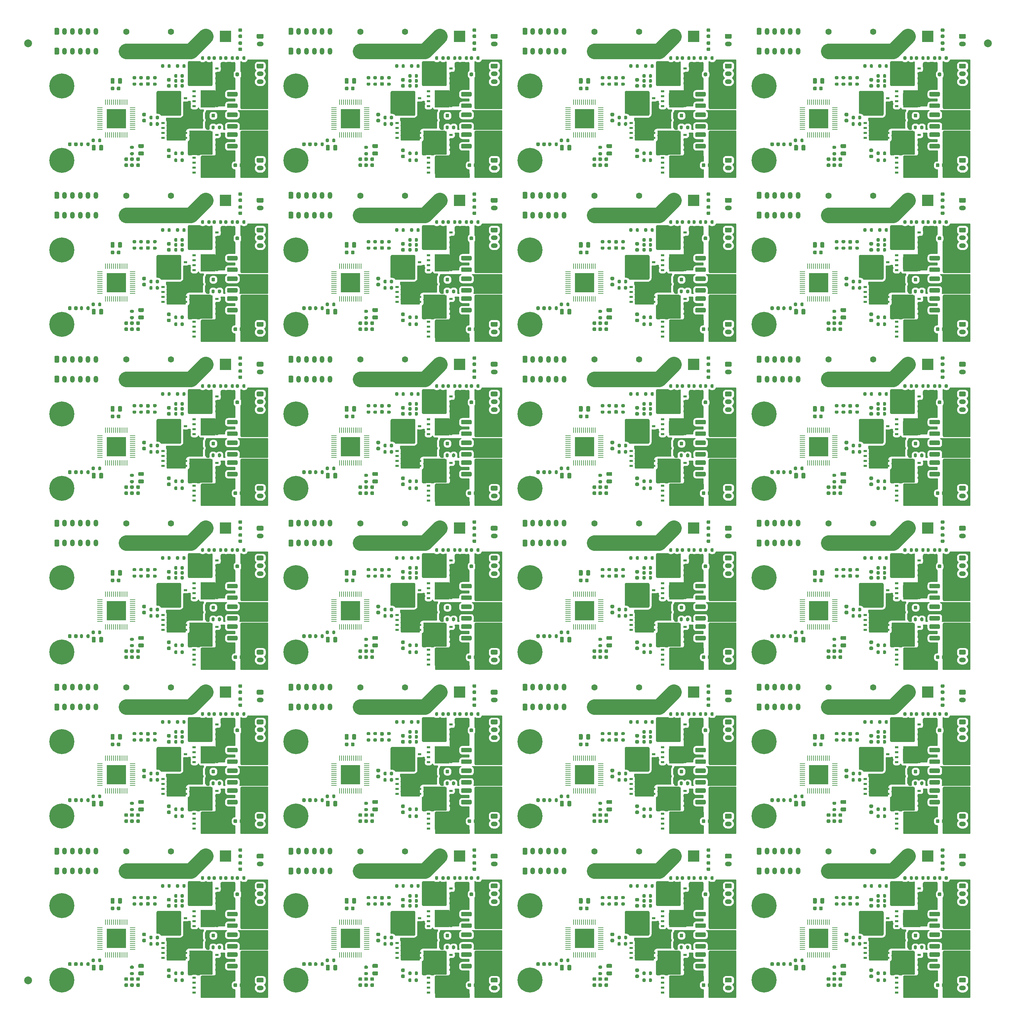
<source format=gtl>
G04 #@! TF.GenerationSoftware,KiCad,Pcbnew,5.1.12-84ad8e8a86~92~ubuntu20.04.1*
G04 #@! TF.CreationDate,2022-01-02T11:27:22+02:00*
G04 #@! TF.ProjectId,panel.opm-inline,70616e65-6c2e-46f7-906d-2d696e6c696e,rev?*
G04 #@! TF.SameCoordinates,Original*
G04 #@! TF.FileFunction,Copper,L1,Top*
G04 #@! TF.FilePolarity,Positive*
%FSLAX46Y46*%
G04 Gerber Fmt 4.6, Leading zero omitted, Abs format (unit mm)*
G04 Created by KiCad (PCBNEW 5.1.12-84ad8e8a86~92~ubuntu20.04.1) date 2022-01-02 11:27:22*
%MOMM*%
%LPD*%
G01*
G04 APERTURE LIST*
G04 #@! TA.AperFunction,SMDPad,CuDef*
%ADD10C,2.000000*%
G04 #@! TD*
G04 #@! TA.AperFunction,ComponentPad*
%ADD11C,0.800000*%
G04 #@! TD*
G04 #@! TA.AperFunction,ComponentPad*
%ADD12C,6.400000*%
G04 #@! TD*
G04 #@! TA.AperFunction,ComponentPad*
%ADD13O,1.750000X1.200000*%
G04 #@! TD*
G04 #@! TA.AperFunction,SMDPad,CuDef*
%ADD14R,0.279400X1.346200*%
G04 #@! TD*
G04 #@! TA.AperFunction,SMDPad,CuDef*
%ADD15R,1.346200X0.279400*%
G04 #@! TD*
G04 #@! TA.AperFunction,SMDPad,CuDef*
%ADD16R,5.003800X5.003800*%
G04 #@! TD*
G04 #@! TA.AperFunction,ComponentPad*
%ADD17C,1.600000*%
G04 #@! TD*
G04 #@! TA.AperFunction,ComponentPad*
%ADD18O,1.200000X1.750000*%
G04 #@! TD*
G04 #@! TA.AperFunction,SMDPad,CuDef*
%ADD19R,0.850000X0.500000*%
G04 #@! TD*
G04 #@! TA.AperFunction,SMDPad,CuDef*
%ADD20R,0.800000X0.600000*%
G04 #@! TD*
G04 #@! TA.AperFunction,SMDPad,CuDef*
%ADD21R,3.750000X4.410000*%
G04 #@! TD*
G04 #@! TA.AperFunction,ComponentPad*
%ADD22C,3.000000*%
G04 #@! TD*
G04 #@! TA.AperFunction,ComponentPad*
%ADD23R,3.000000X3.000000*%
G04 #@! TD*
G04 #@! TA.AperFunction,ViaPad*
%ADD24C,0.600000*%
G04 #@! TD*
G04 #@! TA.AperFunction,Conductor*
%ADD25C,4.000000*%
G04 #@! TD*
G04 #@! TA.AperFunction,Conductor*
%ADD26C,0.254000*%
G04 #@! TD*
G04 #@! TA.AperFunction,Conductor*
%ADD27C,0.350000*%
G04 #@! TD*
G04 APERTURE END LIST*
D10*
G04 #@! TO.P,REF\u002A\u002A,*
G04 #@! TO.N,*
X17023000Y-274951000D03*
G04 #@! TD*
G04 #@! TO.P,REF\u002A\u002A,*
G04 #@! TO.N,*
X262828000Y-34999000D03*
G04 #@! TD*
G04 #@! TO.P,REF\u002A\u002A,*
G04 #@! TO.N,*
X17023000Y-34999000D03*
G04 #@! TD*
D11*
G04 #@! TO.P,H202,1*
G04 #@! TO.N,Board_23-GND*
X207182070Y-254167968D03*
X205485014Y-253465024D03*
X203787958Y-254167968D03*
X203085014Y-255865024D03*
X203787958Y-257562080D03*
X205485014Y-258265024D03*
X207182070Y-257562080D03*
X207885014Y-255865024D03*
D12*
X205485014Y-255865024D03*
G04 #@! TD*
G04 #@! TO.P,J6,1*
G04 #@! TO.N,Board_23-/ADC_I_u*
G04 #@! TA.AperFunction,ComponentPad*
G36*
G01*
X255660013Y-250185024D02*
X256910015Y-250185024D01*
G75*
G02*
X257160014Y-250435023I0J-249999D01*
G01*
X257160014Y-251135025D01*
G75*
G02*
X256910015Y-251385024I-249999J0D01*
G01*
X255660013Y-251385024D01*
G75*
G02*
X255410014Y-251135025I0J249999D01*
G01*
X255410014Y-250435023D01*
G75*
G02*
X255660013Y-250185024I249999J0D01*
G01*
G37*
G04 #@! TD.AperFunction*
D13*
G04 #@! TO.P,J6,2*
G04 #@! TO.N,Board_23-/ADC_I_v*
X256285014Y-252785024D03*
G04 #@! TO.P,J6,3*
G04 #@! TO.N,Board_23-/ADC_I_w*
X256285014Y-254785024D03*
G04 #@! TD*
G04 #@! TO.P,J5,1*
G04 #@! TO.N,Board_23-Net-(C17-Pad1)*
G04 #@! TA.AperFunction,ComponentPad*
G36*
G01*
X255660013Y-274315024D02*
X256910015Y-274315024D01*
G75*
G02*
X257160014Y-274565023I0J-249999D01*
G01*
X257160014Y-275265025D01*
G75*
G02*
X256910015Y-275515024I-249999J0D01*
G01*
X255660013Y-275515024D01*
G75*
G02*
X255410014Y-275265025I0J249999D01*
G01*
X255410014Y-274565023D01*
G75*
G02*
X255660013Y-274315024I249999J0D01*
G01*
G37*
G04 #@! TD.AperFunction*
G04 #@! TO.P,J5,2*
G04 #@! TO.N,Board_23-GND*
X256285014Y-276915024D03*
G04 #@! TD*
G04 #@! TO.P,J2,1*
G04 #@! TO.N,Board_23-/Connectors/+VCC_IO*
G04 #@! TA.AperFunction,ComponentPad*
G36*
G01*
X255660013Y-242565024D02*
X256910015Y-242565024D01*
G75*
G02*
X257160014Y-242815023I0J-249999D01*
G01*
X257160014Y-243515025D01*
G75*
G02*
X256910015Y-243765024I-249999J0D01*
G01*
X255660013Y-243765024D01*
G75*
G02*
X255410014Y-243515025I0J249999D01*
G01*
X255410014Y-242815023D01*
G75*
G02*
X255660013Y-242565024I249999J0D01*
G01*
G37*
G04 #@! TD.AperFunction*
G04 #@! TO.P,J2,2*
G04 #@! TO.N,Board_23-GND*
X256285014Y-245165024D03*
G04 #@! TD*
G04 #@! TO.P,C1,1*
G04 #@! TO.N,Board_23-Net-(C1-Pad1)*
G04 #@! TA.AperFunction,SMDPad,CuDef*
G36*
G01*
X222245014Y-276635024D02*
X221745014Y-276635024D01*
G75*
G02*
X221520014Y-276410024I0J225000D01*
G01*
X221520014Y-275960024D01*
G75*
G02*
X221745014Y-275735024I225000J0D01*
G01*
X222245014Y-275735024D01*
G75*
G02*
X222470014Y-275960024I0J-225000D01*
G01*
X222470014Y-276410024D01*
G75*
G02*
X222245014Y-276635024I-225000J0D01*
G01*
G37*
G04 #@! TD.AperFunction*
G04 #@! TO.P,C1,2*
G04 #@! TO.N,Board_23-Net-(C1-Pad2)*
G04 #@! TA.AperFunction,SMDPad,CuDef*
G36*
G01*
X222245014Y-275085024D02*
X221745014Y-275085024D01*
G75*
G02*
X221520014Y-274860024I0J225000D01*
G01*
X221520014Y-274410024D01*
G75*
G02*
X221745014Y-274185024I225000J0D01*
G01*
X222245014Y-274185024D01*
G75*
G02*
X222470014Y-274410024I0J-225000D01*
G01*
X222470014Y-274860024D01*
G75*
G02*
X222245014Y-275085024I-225000J0D01*
G01*
G37*
G04 #@! TD.AperFunction*
G04 #@! TD*
G04 #@! TO.P,C2,1*
G04 #@! TO.N,Board_23-/+VM*
G04 #@! TA.AperFunction,SMDPad,CuDef*
G36*
G01*
X223215014Y-274185024D02*
X223715014Y-274185024D01*
G75*
G02*
X223940014Y-274410024I0J-225000D01*
G01*
X223940014Y-274860024D01*
G75*
G02*
X223715014Y-275085024I-225000J0D01*
G01*
X223215014Y-275085024D01*
G75*
G02*
X222990014Y-274860024I0J225000D01*
G01*
X222990014Y-274410024D01*
G75*
G02*
X223215014Y-274185024I225000J0D01*
G01*
G37*
G04 #@! TD.AperFunction*
G04 #@! TO.P,C2,2*
G04 #@! TO.N,Board_23-Net-(C2-Pad2)*
G04 #@! TA.AperFunction,SMDPad,CuDef*
G36*
G01*
X223215014Y-275735024D02*
X223715014Y-275735024D01*
G75*
G02*
X223940014Y-275960024I0J-225000D01*
G01*
X223940014Y-276410024D01*
G75*
G02*
X223715014Y-276635024I-225000J0D01*
G01*
X223215014Y-276635024D01*
G75*
G02*
X222990014Y-276410024I0J225000D01*
G01*
X222990014Y-275960024D01*
G75*
G02*
X223215014Y-275735024I225000J0D01*
G01*
G37*
G04 #@! TD.AperFunction*
G04 #@! TD*
G04 #@! TO.P,C3,1*
G04 #@! TO.N,Board_23-/+VM*
G04 #@! TA.AperFunction,SMDPad,CuDef*
G36*
G01*
X224785014Y-274185024D02*
X225285014Y-274185024D01*
G75*
G02*
X225510014Y-274410024I0J-225000D01*
G01*
X225510014Y-274860024D01*
G75*
G02*
X225285014Y-275085024I-225000J0D01*
G01*
X224785014Y-275085024D01*
G75*
G02*
X224560014Y-274860024I0J225000D01*
G01*
X224560014Y-274410024D01*
G75*
G02*
X224785014Y-274185024I225000J0D01*
G01*
G37*
G04 #@! TD.AperFunction*
G04 #@! TO.P,C3,2*
G04 #@! TO.N,Board_23-GND*
G04 #@! TA.AperFunction,SMDPad,CuDef*
G36*
G01*
X224785014Y-275735024D02*
X225285014Y-275735024D01*
G75*
G02*
X225510014Y-275960024I0J-225000D01*
G01*
X225510014Y-276410024D01*
G75*
G02*
X225285014Y-276635024I-225000J0D01*
G01*
X224785014Y-276635024D01*
G75*
G02*
X224560014Y-276410024I0J225000D01*
G01*
X224560014Y-275960024D01*
G75*
G02*
X224785014Y-275735024I225000J0D01*
G01*
G37*
G04 #@! TD.AperFunction*
G04 #@! TD*
G04 #@! TO.P,C4,1*
G04 #@! TO.N,Board_23-Net-(C4-Pad1)*
G04 #@! TA.AperFunction,SMDPad,CuDef*
G36*
G01*
X233175014Y-256320024D02*
X232675014Y-256320024D01*
G75*
G02*
X232450014Y-256095024I0J225000D01*
G01*
X232450014Y-255645024D01*
G75*
G02*
X232675014Y-255420024I225000J0D01*
G01*
X233175014Y-255420024D01*
G75*
G02*
X233400014Y-255645024I0J-225000D01*
G01*
X233400014Y-256095024D01*
G75*
G02*
X233175014Y-256320024I-225000J0D01*
G01*
G37*
G04 #@! TD.AperFunction*
G04 #@! TO.P,C4,2*
G04 #@! TO.N,Board_23-Net-(C4-Pad2)*
G04 #@! TA.AperFunction,SMDPad,CuDef*
G36*
G01*
X233175014Y-254770024D02*
X232675014Y-254770024D01*
G75*
G02*
X232450014Y-254545024I0J225000D01*
G01*
X232450014Y-254095024D01*
G75*
G02*
X232675014Y-253870024I225000J0D01*
G01*
X233175014Y-253870024D01*
G75*
G02*
X233400014Y-254095024I0J-225000D01*
G01*
X233400014Y-254545024D01*
G75*
G02*
X233175014Y-254770024I-225000J0D01*
G01*
G37*
G04 #@! TD.AperFunction*
G04 #@! TD*
G04 #@! TO.P,C5,1*
G04 #@! TO.N,Board_23-Net-(C5-Pad1)*
G04 #@! TA.AperFunction,SMDPad,CuDef*
G36*
G01*
X233175014Y-274370024D02*
X232675014Y-274370024D01*
G75*
G02*
X232450014Y-274145024I0J225000D01*
G01*
X232450014Y-273695024D01*
G75*
G02*
X232675014Y-273470024I225000J0D01*
G01*
X233175014Y-273470024D01*
G75*
G02*
X233400014Y-273695024I0J-225000D01*
G01*
X233400014Y-274145024D01*
G75*
G02*
X233175014Y-274370024I-225000J0D01*
G01*
G37*
G04 #@! TD.AperFunction*
G04 #@! TO.P,C5,2*
G04 #@! TO.N,Board_23-Net-(C5-Pad2)*
G04 #@! TA.AperFunction,SMDPad,CuDef*
G36*
G01*
X233175014Y-272820024D02*
X232675014Y-272820024D01*
G75*
G02*
X232450014Y-272595024I0J225000D01*
G01*
X232450014Y-272145024D01*
G75*
G02*
X232675014Y-271920024I225000J0D01*
G01*
X233175014Y-271920024D01*
G75*
G02*
X233400014Y-272145024I0J-225000D01*
G01*
X233400014Y-272595024D01*
G75*
G02*
X233175014Y-272820024I-225000J0D01*
G01*
G37*
G04 #@! TD.AperFunction*
G04 #@! TD*
G04 #@! TO.P,C6,1*
G04 #@! TO.N,Board_23-Net-(C6-Pad1)*
G04 #@! TA.AperFunction,SMDPad,CuDef*
G36*
G01*
X226830014Y-265210024D02*
X226330014Y-265210024D01*
G75*
G02*
X226105014Y-264985024I0J225000D01*
G01*
X226105014Y-264535024D01*
G75*
G02*
X226330014Y-264310024I225000J0D01*
G01*
X226830014Y-264310024D01*
G75*
G02*
X227055014Y-264535024I0J-225000D01*
G01*
X227055014Y-264985024D01*
G75*
G02*
X226830014Y-265210024I-225000J0D01*
G01*
G37*
G04 #@! TD.AperFunction*
G04 #@! TO.P,C6,2*
G04 #@! TO.N,Board_23-Net-(C6-Pad2)*
G04 #@! TA.AperFunction,SMDPad,CuDef*
G36*
G01*
X226830014Y-263660024D02*
X226330014Y-263660024D01*
G75*
G02*
X226105014Y-263435024I0J225000D01*
G01*
X226105014Y-262985024D01*
G75*
G02*
X226330014Y-262760024I225000J0D01*
G01*
X226830014Y-262760024D01*
G75*
G02*
X227055014Y-262985024I0J-225000D01*
G01*
X227055014Y-263435024D01*
G75*
G02*
X226830014Y-263660024I-225000J0D01*
G01*
G37*
G04 #@! TD.AperFunction*
G04 #@! TD*
G04 #@! TO.P,C10,1*
G04 #@! TO.N,Board_23-/Motor Driver/VOFS*
G04 #@! TA.AperFunction,SMDPad,CuDef*
G36*
G01*
X218055014Y-256785024D02*
X218055014Y-256285024D01*
G75*
G02*
X218280014Y-256060024I225000J0D01*
G01*
X218730014Y-256060024D01*
G75*
G02*
X218955014Y-256285024I0J-225000D01*
G01*
X218955014Y-256785024D01*
G75*
G02*
X218730014Y-257010024I-225000J0D01*
G01*
X218280014Y-257010024D01*
G75*
G02*
X218055014Y-256785024I0J225000D01*
G01*
G37*
G04 #@! TD.AperFunction*
G04 #@! TO.P,C10,2*
G04 #@! TO.N,Board_23-GND*
G04 #@! TA.AperFunction,SMDPad,CuDef*
G36*
G01*
X219605014Y-256785024D02*
X219605014Y-256285024D01*
G75*
G02*
X219830014Y-256060024I225000J0D01*
G01*
X220280014Y-256060024D01*
G75*
G02*
X220505014Y-256285024I0J-225000D01*
G01*
X220505014Y-256785024D01*
G75*
G02*
X220280014Y-257010024I-225000J0D01*
G01*
X219830014Y-257010024D01*
G75*
G02*
X219605014Y-256785024I0J225000D01*
G01*
G37*
G04 #@! TD.AperFunction*
G04 #@! TD*
G04 #@! TO.P,C11,1*
G04 #@! TO.N,Board_23-/W*
G04 #@! TA.AperFunction,SMDPad,CuDef*
G36*
G01*
X251935014Y-275935024D02*
X251935014Y-276435024D01*
G75*
G02*
X251710014Y-276660024I-225000J0D01*
G01*
X251260014Y-276660024D01*
G75*
G02*
X251035014Y-276435024I0J225000D01*
G01*
X251035014Y-275935024D01*
G75*
G02*
X251260014Y-275710024I225000J0D01*
G01*
X251710014Y-275710024D01*
G75*
G02*
X251935014Y-275935024I0J-225000D01*
G01*
G37*
G04 #@! TD.AperFunction*
G04 #@! TO.P,C11,2*
G04 #@! TO.N,Board_23-GND*
G04 #@! TA.AperFunction,SMDPad,CuDef*
G36*
G01*
X250385014Y-275935024D02*
X250385014Y-276435024D01*
G75*
G02*
X250160014Y-276660024I-225000J0D01*
G01*
X249710014Y-276660024D01*
G75*
G02*
X249485014Y-276435024I0J225000D01*
G01*
X249485014Y-275935024D01*
G75*
G02*
X249710014Y-275710024I225000J0D01*
G01*
X250160014Y-275710024D01*
G75*
G02*
X250385014Y-275935024I0J-225000D01*
G01*
G37*
G04 #@! TD.AperFunction*
G04 #@! TD*
G04 #@! TO.P,C12,1*
G04 #@! TO.N,Board_23-/V*
G04 #@! TA.AperFunction,SMDPad,CuDef*
G36*
G01*
X246280014Y-263235024D02*
X246280014Y-263735024D01*
G75*
G02*
X246055014Y-263960024I-225000J0D01*
G01*
X245605014Y-263960024D01*
G75*
G02*
X245380014Y-263735024I0J225000D01*
G01*
X245380014Y-263235024D01*
G75*
G02*
X245605014Y-263010024I225000J0D01*
G01*
X246055014Y-263010024D01*
G75*
G02*
X246280014Y-263235024I0J-225000D01*
G01*
G37*
G04 #@! TD.AperFunction*
G04 #@! TO.P,C12,2*
G04 #@! TO.N,Board_23-GND*
G04 #@! TA.AperFunction,SMDPad,CuDef*
G36*
G01*
X244730014Y-263235024D02*
X244730014Y-263735024D01*
G75*
G02*
X244505014Y-263960024I-225000J0D01*
G01*
X244055014Y-263960024D01*
G75*
G02*
X243830014Y-263735024I0J225000D01*
G01*
X243830014Y-263235024D01*
G75*
G02*
X244055014Y-263010024I225000J0D01*
G01*
X244505014Y-263010024D01*
G75*
G02*
X244730014Y-263235024I0J-225000D01*
G01*
G37*
G04 #@! TD.AperFunction*
G04 #@! TD*
G04 #@! TO.P,C14,1*
G04 #@! TO.N,Board_23-/U*
G04 #@! TA.AperFunction,SMDPad,CuDef*
G36*
G01*
X252430014Y-252675024D02*
X252430014Y-253175024D01*
G75*
G02*
X252205014Y-253400024I-225000J0D01*
G01*
X251755014Y-253400024D01*
G75*
G02*
X251530014Y-253175024I0J225000D01*
G01*
X251530014Y-252675024D01*
G75*
G02*
X251755014Y-252450024I225000J0D01*
G01*
X252205014Y-252450024D01*
G75*
G02*
X252430014Y-252675024I0J-225000D01*
G01*
G37*
G04 #@! TD.AperFunction*
G04 #@! TO.P,C14,2*
G04 #@! TO.N,Board_23-GND*
G04 #@! TA.AperFunction,SMDPad,CuDef*
G36*
G01*
X250880014Y-252675024D02*
X250880014Y-253175024D01*
G75*
G02*
X250655014Y-253400024I-225000J0D01*
G01*
X250205014Y-253400024D01*
G75*
G02*
X249980014Y-253175024I0J225000D01*
G01*
X249980014Y-252675024D01*
G75*
G02*
X250205014Y-252450024I225000J0D01*
G01*
X250655014Y-252450024D01*
G75*
G02*
X250880014Y-252675024I0J-225000D01*
G01*
G37*
G04 #@! TD.AperFunction*
G04 #@! TD*
G04 #@! TO.P,C17,1*
G04 #@! TO.N,Board_23-Net-(C17-Pad1)*
G04 #@! TA.AperFunction,SMDPad,CuDef*
G36*
G01*
X227295014Y-253375024D02*
X227795014Y-253375024D01*
G75*
G02*
X228020014Y-253600024I0J-225000D01*
G01*
X228020014Y-254050024D01*
G75*
G02*
X227795014Y-254275024I-225000J0D01*
G01*
X227295014Y-254275024D01*
G75*
G02*
X227070014Y-254050024I0J225000D01*
G01*
X227070014Y-253600024D01*
G75*
G02*
X227295014Y-253375024I225000J0D01*
G01*
G37*
G04 #@! TD.AperFunction*
G04 #@! TO.P,C17,2*
G04 #@! TO.N,Board_23-GND*
G04 #@! TA.AperFunction,SMDPad,CuDef*
G36*
G01*
X227295014Y-254925024D02*
X227795014Y-254925024D01*
G75*
G02*
X228020014Y-255150024I0J-225000D01*
G01*
X228020014Y-255600024D01*
G75*
G02*
X227795014Y-255825024I-225000J0D01*
G01*
X227295014Y-255825024D01*
G75*
G02*
X227070014Y-255600024I0J225000D01*
G01*
X227070014Y-255150024D01*
G75*
G02*
X227295014Y-254925024I225000J0D01*
G01*
G37*
G04 #@! TD.AperFunction*
G04 #@! TD*
G04 #@! TO.P,D1,1*
G04 #@! TO.N,Board_23-GND*
G04 #@! TA.AperFunction,SMDPad,CuDef*
G36*
G01*
X251461264Y-246930024D02*
X250948764Y-246930024D01*
G75*
G02*
X250730014Y-246711274I0J218750D01*
G01*
X250730014Y-246273774D01*
G75*
G02*
X250948764Y-246055024I218750J0D01*
G01*
X251461264Y-246055024D01*
G75*
G02*
X251680014Y-246273774I0J-218750D01*
G01*
X251680014Y-246711274D01*
G75*
G02*
X251461264Y-246930024I-218750J0D01*
G01*
G37*
G04 #@! TD.AperFunction*
G04 #@! TO.P,D1,2*
G04 #@! TO.N,Board_23-Net-(D1-Pad2)*
G04 #@! TA.AperFunction,SMDPad,CuDef*
G36*
G01*
X251461264Y-245355024D02*
X250948764Y-245355024D01*
G75*
G02*
X250730014Y-245136274I0J218750D01*
G01*
X250730014Y-244698774D01*
G75*
G02*
X250948764Y-244480024I218750J0D01*
G01*
X251461264Y-244480024D01*
G75*
G02*
X251680014Y-244698774I0J-218750D01*
G01*
X251680014Y-245136274D01*
G75*
G02*
X251461264Y-245355024I-218750J0D01*
G01*
G37*
G04 #@! TD.AperFunction*
G04 #@! TD*
G04 #@! TO.P,D2,1*
G04 #@! TO.N,Board_23-GND*
G04 #@! TA.AperFunction,SMDPad,CuDef*
G36*
G01*
X251461264Y-243602524D02*
X250948764Y-243602524D01*
G75*
G02*
X250730014Y-243383774I0J218750D01*
G01*
X250730014Y-242946274D01*
G75*
G02*
X250948764Y-242727524I218750J0D01*
G01*
X251461264Y-242727524D01*
G75*
G02*
X251680014Y-242946274I0J-218750D01*
G01*
X251680014Y-243383774D01*
G75*
G02*
X251461264Y-243602524I-218750J0D01*
G01*
G37*
G04 #@! TD.AperFunction*
G04 #@! TO.P,D2,2*
G04 #@! TO.N,Board_23-Net-(D2-Pad2)*
G04 #@! TA.AperFunction,SMDPad,CuDef*
G36*
G01*
X251461264Y-242027524D02*
X250948764Y-242027524D01*
G75*
G02*
X250730014Y-241808774I0J218750D01*
G01*
X250730014Y-241371274D01*
G75*
G02*
X250948764Y-241152524I218750J0D01*
G01*
X251461264Y-241152524D01*
G75*
G02*
X251680014Y-241371274I0J-218750D01*
G01*
X251680014Y-241808774D01*
G75*
G02*
X251461264Y-242027524I-218750J0D01*
G01*
G37*
G04 #@! TD.AperFunction*
G04 #@! TD*
D14*
G04 #@! TO.P,IC1,1*
G04 #@! TO.N,Board_23-Net-(C4-Pad2)*
X222205014Y-260076724D03*
G04 #@! TO.P,IC1,2*
G04 #@! TO.N,N/C*
X221705015Y-260076724D03*
G04 #@! TO.P,IC1,3*
G04 #@! TO.N,Board_23-Net-(IC1-Pad3)*
X221205013Y-260076724D03*
G04 #@! TO.P,IC1,4*
G04 #@! TO.N,Board_23-Net-(IC1-Pad4)*
X220705014Y-260076724D03*
G04 #@! TO.P,IC1,5*
G04 #@! TO.N,Board_23-Net-(IC1-Pad5)*
X220205015Y-260076724D03*
G04 #@! TO.P,IC1,6*
G04 #@! TO.N,Board_23-/12Vout*
X219705014Y-260076724D03*
G04 #@! TO.P,IC1,7*
G04 #@! TO.N,Board_23-/5Vout*
X219205014Y-260076724D03*
G04 #@! TO.P,IC1,8*
G04 #@! TO.N,Board_23-GND*
X218705013Y-260076724D03*
G04 #@! TO.P,IC1,9*
G04 #@! TO.N,Board_23-/ADC_I_u*
X218205014Y-260076724D03*
G04 #@! TO.P,IC1,10*
G04 #@! TO.N,Board_23-/Motor Driver/ADC_I_v*
X217705015Y-260076724D03*
G04 #@! TO.P,IC1,11*
G04 #@! TO.N,Board_23-/ADC_I_w*
X217205013Y-260076724D03*
G04 #@! TO.P,IC1,12*
G04 #@! TO.N,Board_23-/Motor Driver/VOFS*
X216705014Y-260076724D03*
D15*
G04 #@! TO.P,IC1,13*
G04 #@! TO.N,Board_23-/~CS_DRIVER*
X215276714Y-261505024D03*
G04 #@! TO.P,IC1,14*
G04 #@! TO.N,Board_23-/SPI1_SCK*
X215276714Y-262005023D03*
G04 #@! TO.P,IC1,15*
G04 #@! TO.N,Board_23-/SPI1_MOSI*
X215276714Y-262505025D03*
G04 #@! TO.P,IC1,16*
G04 #@! TO.N,Board_23-/SPI1_MISO*
X215276714Y-263005024D03*
G04 #@! TO.P,IC1,17*
G04 #@! TO.N,Board_23-/UH*
X215276714Y-263505023D03*
G04 #@! TO.P,IC1,18*
G04 #@! TO.N,Board_23-/UL*
X215276714Y-264005024D03*
G04 #@! TO.P,IC1,19*
G04 #@! TO.N,Board_23-/Motor Driver/+VCC_IO*
X215276714Y-264505024D03*
G04 #@! TO.P,IC1,20*
G04 #@! TO.N,Board_23-/VH*
X215276714Y-265005025D03*
G04 #@! TO.P,IC1,21*
G04 #@! TO.N,Board_23-/VL*
X215276714Y-265505024D03*
G04 #@! TO.P,IC1,22*
G04 #@! TO.N,Board_23-/WH*
X215276714Y-266005023D03*
G04 #@! TO.P,IC1,23*
G04 #@! TO.N,Board_23-/WL*
X215276714Y-266505025D03*
G04 #@! TO.P,IC1,24*
G04 #@! TO.N,Board_23-Net-(IC1-Pad24)*
X215276714Y-267005024D03*
D14*
G04 #@! TO.P,IC1,25*
G04 #@! TO.N,Board_23-/SPE*
X216705014Y-268433324D03*
G04 #@! TO.P,IC1,26*
G04 #@! TO.N,Board_23-Net-(IC1-Pad26)*
X217205013Y-268433324D03*
G04 #@! TO.P,IC1,27*
G04 #@! TO.N,Board_23-/DRV_EN*
X217705015Y-268433324D03*
G04 #@! TO.P,IC1,28*
G04 #@! TO.N,N/C*
X218205014Y-268433324D03*
G04 #@! TO.P,IC1,29*
G04 #@! TO.N,Board_23-/VSA*
X218705013Y-268433324D03*
G04 #@! TO.P,IC1,30*
G04 #@! TO.N,Board_23-Net-(C1-Pad1)*
X219205014Y-268433324D03*
G04 #@! TO.P,IC1,31*
G04 #@! TO.N,N/C*
X219705014Y-268433324D03*
G04 #@! TO.P,IC1,32*
G04 #@! TO.N,Board_23-Net-(C1-Pad2)*
X220205015Y-268433324D03*
G04 #@! TO.P,IC1,33*
G04 #@! TO.N,Board_23-/+VM*
X220705014Y-268433324D03*
G04 #@! TO.P,IC1,34*
G04 #@! TO.N,Board_23-Net-(C2-Pad2)*
X221205013Y-268433324D03*
G04 #@! TO.P,IC1,35*
G04 #@! TO.N,N/C*
X221705015Y-268433324D03*
G04 #@! TO.P,IC1,36*
G04 #@! TO.N,Board_23-Net-(C5-Pad1)*
X222205014Y-268433324D03*
D15*
G04 #@! TO.P,IC1,37*
G04 #@! TO.N,Board_23-Net-(IC1-Pad37)*
X223633314Y-267005024D03*
G04 #@! TO.P,IC1,38*
G04 #@! TO.N,Board_23-Net-(C5-Pad2)*
X223633314Y-266505025D03*
G04 #@! TO.P,IC1,39*
G04 #@! TO.N,Board_23-Net-(IC1-Pad39)*
X223633314Y-266005023D03*
G04 #@! TO.P,IC1,40*
G04 #@! TO.N,N/C*
X223633314Y-265505024D03*
G04 #@! TO.P,IC1,41*
G04 #@! TO.N,Board_23-Net-(IC1-Pad41)*
X223633314Y-265005025D03*
G04 #@! TO.P,IC1,42*
G04 #@! TO.N,Board_23-Net-(C6-Pad1)*
X223633314Y-264505024D03*
G04 #@! TO.P,IC1,43*
G04 #@! TO.N,Board_23-Net-(IC1-Pad43)*
X223633314Y-264005024D03*
G04 #@! TO.P,IC1,44*
G04 #@! TO.N,Board_23-Net-(C6-Pad2)*
X223633314Y-263505023D03*
G04 #@! TO.P,IC1,45*
G04 #@! TO.N,N/C*
X223633314Y-263005024D03*
G04 #@! TO.P,IC1,46*
G04 #@! TO.N,Board_23-Net-(IC1-Pad46)*
X223633314Y-262505025D03*
G04 #@! TO.P,IC1,47*
G04 #@! TO.N,Board_23-Net-(C4-Pad1)*
X223633314Y-262005023D03*
G04 #@! TO.P,IC1,48*
G04 #@! TO.N,Board_23-Net-(IC1-Pad48)*
X223633314Y-261505024D03*
D16*
G04 #@! TO.P,IC1,EPAD*
G04 #@! TO.N,Board_23-GND*
X219455014Y-264255024D03*
G04 #@! TD*
G04 #@! TO.P,R1,1*
G04 #@! TO.N,Board_23-Net-(Q1-Pad4)*
G04 #@! TA.AperFunction,SMDPad,CuDef*
G36*
G01*
X243595014Y-248470024D02*
X243595014Y-249020024D01*
G75*
G02*
X243395014Y-249220024I-200000J0D01*
G01*
X242995014Y-249220024D01*
G75*
G02*
X242795014Y-249020024I0J200000D01*
G01*
X242795014Y-248470024D01*
G75*
G02*
X242995014Y-248270024I200000J0D01*
G01*
X243395014Y-248270024D01*
G75*
G02*
X243595014Y-248470024I0J-200000D01*
G01*
G37*
G04 #@! TD.AperFunction*
G04 #@! TO.P,R1,2*
G04 #@! TO.N,Board_23-Net-(IC1-Pad48)*
G04 #@! TA.AperFunction,SMDPad,CuDef*
G36*
G01*
X241945014Y-248470024D02*
X241945014Y-249020024D01*
G75*
G02*
X241745014Y-249220024I-200000J0D01*
G01*
X241345014Y-249220024D01*
G75*
G02*
X241145014Y-249020024I0J200000D01*
G01*
X241145014Y-248470024D01*
G75*
G02*
X241345014Y-248270024I200000J0D01*
G01*
X241745014Y-248270024D01*
G75*
G02*
X241945014Y-248470024I0J-200000D01*
G01*
G37*
G04 #@! TD.AperFunction*
G04 #@! TD*
G04 #@! TO.P,R2,1*
G04 #@! TO.N,Board_23-/U*
G04 #@! TA.AperFunction,SMDPad,CuDef*
G36*
G01*
X236745014Y-253050024D02*
X236745014Y-253600024D01*
G75*
G02*
X236545014Y-253800024I-200000J0D01*
G01*
X236145014Y-253800024D01*
G75*
G02*
X235945014Y-253600024I0J200000D01*
G01*
X235945014Y-253050024D01*
G75*
G02*
X236145014Y-252850024I200000J0D01*
G01*
X236545014Y-252850024D01*
G75*
G02*
X236745014Y-253050024I0J-200000D01*
G01*
G37*
G04 #@! TD.AperFunction*
G04 #@! TO.P,R2,2*
G04 #@! TO.N,Board_23-Net-(IC1-Pad46)*
G04 #@! TA.AperFunction,SMDPad,CuDef*
G36*
G01*
X235095014Y-253050024D02*
X235095014Y-253600024D01*
G75*
G02*
X234895014Y-253800024I-200000J0D01*
G01*
X234495014Y-253800024D01*
G75*
G02*
X234295014Y-253600024I0J200000D01*
G01*
X234295014Y-253050024D01*
G75*
G02*
X234495014Y-252850024I200000J0D01*
G01*
X234895014Y-252850024D01*
G75*
G02*
X235095014Y-253050024I0J-200000D01*
G01*
G37*
G04 #@! TD.AperFunction*
G04 #@! TD*
G04 #@! TO.P,R3,1*
G04 #@! TO.N,Board_23-Net-(Q2-Pad4)*
G04 #@! TA.AperFunction,SMDPad,CuDef*
G36*
G01*
X236745014Y-254320024D02*
X236745014Y-254870024D01*
G75*
G02*
X236545014Y-255070024I-200000J0D01*
G01*
X236145014Y-255070024D01*
G75*
G02*
X235945014Y-254870024I0J200000D01*
G01*
X235945014Y-254320024D01*
G75*
G02*
X236145014Y-254120024I200000J0D01*
G01*
X236545014Y-254120024D01*
G75*
G02*
X236745014Y-254320024I0J-200000D01*
G01*
G37*
G04 #@! TD.AperFunction*
G04 #@! TO.P,R3,2*
G04 #@! TO.N,Board_23-Net-(IC1-Pad5)*
G04 #@! TA.AperFunction,SMDPad,CuDef*
G36*
G01*
X235095014Y-254320024D02*
X235095014Y-254870024D01*
G75*
G02*
X234895014Y-255070024I-200000J0D01*
G01*
X234495014Y-255070024D01*
G75*
G02*
X234295014Y-254870024I0J200000D01*
G01*
X234295014Y-254320024D01*
G75*
G02*
X234495014Y-254120024I200000J0D01*
G01*
X234895014Y-254120024D01*
G75*
G02*
X235095014Y-254320024I0J-200000D01*
G01*
G37*
G04 #@! TD.AperFunction*
G04 #@! TD*
G04 #@! TO.P,R4,1*
G04 #@! TO.N,Board_23-Net-(Q3-Pad4)*
G04 #@! TA.AperFunction,SMDPad,CuDef*
G36*
G01*
X246280014Y-266220024D02*
X246280014Y-266770024D01*
G75*
G02*
X246080014Y-266970024I-200000J0D01*
G01*
X245680014Y-266970024D01*
G75*
G02*
X245480014Y-266770024I0J200000D01*
G01*
X245480014Y-266220024D01*
G75*
G02*
X245680014Y-266020024I200000J0D01*
G01*
X246080014Y-266020024D01*
G75*
G02*
X246280014Y-266220024I0J-200000D01*
G01*
G37*
G04 #@! TD.AperFunction*
G04 #@! TO.P,R4,2*
G04 #@! TO.N,Board_23-Net-(IC1-Pad37)*
G04 #@! TA.AperFunction,SMDPad,CuDef*
G36*
G01*
X244630014Y-266220024D02*
X244630014Y-266770024D01*
G75*
G02*
X244430014Y-266970024I-200000J0D01*
G01*
X244030014Y-266970024D01*
G75*
G02*
X243830014Y-266770024I0J200000D01*
G01*
X243830014Y-266220024D01*
G75*
G02*
X244030014Y-266020024I200000J0D01*
G01*
X244430014Y-266020024D01*
G75*
G02*
X244630014Y-266220024I0J-200000D01*
G01*
G37*
G04 #@! TD.AperFunction*
G04 #@! TD*
G04 #@! TO.P,R5,1*
G04 #@! TO.N,Board_23-/W*
G04 #@! TA.AperFunction,SMDPad,CuDef*
G36*
G01*
X236745014Y-272870024D02*
X236745014Y-273420024D01*
G75*
G02*
X236545014Y-273620024I-200000J0D01*
G01*
X236145014Y-273620024D01*
G75*
G02*
X235945014Y-273420024I0J200000D01*
G01*
X235945014Y-272870024D01*
G75*
G02*
X236145014Y-272670024I200000J0D01*
G01*
X236545014Y-272670024D01*
G75*
G02*
X236745014Y-272870024I0J-200000D01*
G01*
G37*
G04 #@! TD.AperFunction*
G04 #@! TO.P,R5,2*
G04 #@! TO.N,Board_23-Net-(IC1-Pad39)*
G04 #@! TA.AperFunction,SMDPad,CuDef*
G36*
G01*
X235095014Y-272870024D02*
X235095014Y-273420024D01*
G75*
G02*
X234895014Y-273620024I-200000J0D01*
G01*
X234495014Y-273620024D01*
G75*
G02*
X234295014Y-273420024I0J200000D01*
G01*
X234295014Y-272870024D01*
G75*
G02*
X234495014Y-272670024I200000J0D01*
G01*
X234895014Y-272670024D01*
G75*
G02*
X235095014Y-272870024I0J-200000D01*
G01*
G37*
G04 #@! TD.AperFunction*
G04 #@! TD*
G04 #@! TO.P,R6,1*
G04 #@! TO.N,Board_23-Net-(Q4-Pad4)*
G04 #@! TA.AperFunction,SMDPad,CuDef*
G36*
G01*
X236740014Y-274640024D02*
X236740014Y-275190024D01*
G75*
G02*
X236540014Y-275390024I-200000J0D01*
G01*
X236140014Y-275390024D01*
G75*
G02*
X235940014Y-275190024I0J200000D01*
G01*
X235940014Y-274640024D01*
G75*
G02*
X236140014Y-274440024I200000J0D01*
G01*
X236540014Y-274440024D01*
G75*
G02*
X236740014Y-274640024I0J-200000D01*
G01*
G37*
G04 #@! TD.AperFunction*
G04 #@! TO.P,R6,2*
G04 #@! TO.N,Board_23-Net-(IC1-Pad3)*
G04 #@! TA.AperFunction,SMDPad,CuDef*
G36*
G01*
X235090014Y-274640024D02*
X235090014Y-275190024D01*
G75*
G02*
X234890014Y-275390024I-200000J0D01*
G01*
X234490014Y-275390024D01*
G75*
G02*
X234290014Y-275190024I0J200000D01*
G01*
X234290014Y-274640024D01*
G75*
G02*
X234490014Y-274440024I200000J0D01*
G01*
X234890014Y-274440024D01*
G75*
G02*
X235090014Y-274640024I0J-200000D01*
G01*
G37*
G04 #@! TD.AperFunction*
G04 #@! TD*
G04 #@! TO.P,R11,1*
G04 #@! TO.N,Board_23-Net-(Q5-Pad4)*
G04 #@! TA.AperFunction,SMDPad,CuDef*
G36*
G01*
X236745014Y-255590024D02*
X236745014Y-256140024D01*
G75*
G02*
X236545014Y-256340024I-200000J0D01*
G01*
X236145014Y-256340024D01*
G75*
G02*
X235945014Y-256140024I0J200000D01*
G01*
X235945014Y-255590024D01*
G75*
G02*
X236145014Y-255390024I200000J0D01*
G01*
X236545014Y-255390024D01*
G75*
G02*
X236745014Y-255590024I0J-200000D01*
G01*
G37*
G04 #@! TD.AperFunction*
G04 #@! TO.P,R11,2*
G04 #@! TO.N,Board_23-Net-(IC1-Pad43)*
G04 #@! TA.AperFunction,SMDPad,CuDef*
G36*
G01*
X235095014Y-255590024D02*
X235095014Y-256140024D01*
G75*
G02*
X234895014Y-256340024I-200000J0D01*
G01*
X234495014Y-256340024D01*
G75*
G02*
X234295014Y-256140024I0J200000D01*
G01*
X234295014Y-255590024D01*
G75*
G02*
X234495014Y-255390024I200000J0D01*
G01*
X234895014Y-255390024D01*
G75*
G02*
X235095014Y-255590024I0J-200000D01*
G01*
G37*
G04 #@! TD.AperFunction*
G04 #@! TD*
G04 #@! TO.P,R12,1*
G04 #@! TO.N,Board_23-/V*
G04 #@! TA.AperFunction,SMDPad,CuDef*
G36*
G01*
X227940014Y-264260024D02*
X227940014Y-263710024D01*
G75*
G02*
X228140014Y-263510024I200000J0D01*
G01*
X228540014Y-263510024D01*
G75*
G02*
X228740014Y-263710024I0J-200000D01*
G01*
X228740014Y-264260024D01*
G75*
G02*
X228540014Y-264460024I-200000J0D01*
G01*
X228140014Y-264460024D01*
G75*
G02*
X227940014Y-264260024I0J200000D01*
G01*
G37*
G04 #@! TD.AperFunction*
G04 #@! TO.P,R12,2*
G04 #@! TO.N,Board_23-Net-(IC1-Pad41)*
G04 #@! TA.AperFunction,SMDPad,CuDef*
G36*
G01*
X229590014Y-264260024D02*
X229590014Y-263710024D01*
G75*
G02*
X229790014Y-263510024I200000J0D01*
G01*
X230190014Y-263510024D01*
G75*
G02*
X230390014Y-263710024I0J-200000D01*
G01*
X230390014Y-264260024D01*
G75*
G02*
X230190014Y-264460024I-200000J0D01*
G01*
X229790014Y-264460024D01*
G75*
G02*
X229590014Y-264260024I0J200000D01*
G01*
G37*
G04 #@! TD.AperFunction*
G04 #@! TD*
G04 #@! TO.P,R13,1*
G04 #@! TO.N,Board_23-Net-(Q6-Pad4)*
G04 #@! TA.AperFunction,SMDPad,CuDef*
G36*
G01*
X230370014Y-265350024D02*
X230370014Y-265900024D01*
G75*
G02*
X230170014Y-266100024I-200000J0D01*
G01*
X229770014Y-266100024D01*
G75*
G02*
X229570014Y-265900024I0J200000D01*
G01*
X229570014Y-265350024D01*
G75*
G02*
X229770014Y-265150024I200000J0D01*
G01*
X230170014Y-265150024D01*
G75*
G02*
X230370014Y-265350024I0J-200000D01*
G01*
G37*
G04 #@! TD.AperFunction*
G04 #@! TO.P,R13,2*
G04 #@! TO.N,Board_23-Net-(IC1-Pad4)*
G04 #@! TA.AperFunction,SMDPad,CuDef*
G36*
G01*
X228720014Y-265350024D02*
X228720014Y-265900024D01*
G75*
G02*
X228520014Y-266100024I-200000J0D01*
G01*
X228120014Y-266100024D01*
G75*
G02*
X227920014Y-265900024I0J200000D01*
G01*
X227920014Y-265350024D01*
G75*
G02*
X228120014Y-265150024I200000J0D01*
G01*
X228520014Y-265150024D01*
G75*
G02*
X228720014Y-265350024I0J-200000D01*
G01*
G37*
G04 #@! TD.AperFunction*
G04 #@! TD*
G04 #@! TO.P,R16,1*
G04 #@! TO.N,Board_23-Net-(R16-Pad1)*
G04 #@! TA.AperFunction,SMDPad,CuDef*
G36*
G01*
X223815014Y-253370024D02*
X224365014Y-253370024D01*
G75*
G02*
X224565014Y-253570024I0J-200000D01*
G01*
X224565014Y-253970024D01*
G75*
G02*
X224365014Y-254170024I-200000J0D01*
G01*
X223815014Y-254170024D01*
G75*
G02*
X223615014Y-253970024I0J200000D01*
G01*
X223615014Y-253570024D01*
G75*
G02*
X223815014Y-253370024I200000J0D01*
G01*
G37*
G04 #@! TD.AperFunction*
G04 #@! TO.P,R16,2*
G04 #@! TO.N,Board_23-Net-(R16-Pad2)*
G04 #@! TA.AperFunction,SMDPad,CuDef*
G36*
G01*
X223815014Y-255020024D02*
X224365014Y-255020024D01*
G75*
G02*
X224565014Y-255220024I0J-200000D01*
G01*
X224565014Y-255620024D01*
G75*
G02*
X224365014Y-255820024I-200000J0D01*
G01*
X223815014Y-255820024D01*
G75*
G02*
X223615014Y-255620024I0J200000D01*
G01*
X223615014Y-255220024D01*
G75*
G02*
X223815014Y-255020024I200000J0D01*
G01*
G37*
G04 #@! TD.AperFunction*
G04 #@! TD*
G04 #@! TO.P,R17,1*
G04 #@! TO.N,Board_23-Net-(R16-Pad2)*
G04 #@! TA.AperFunction,SMDPad,CuDef*
G36*
G01*
X225530014Y-253370024D02*
X226080014Y-253370024D01*
G75*
G02*
X226280014Y-253570024I0J-200000D01*
G01*
X226280014Y-253970024D01*
G75*
G02*
X226080014Y-254170024I-200000J0D01*
G01*
X225530014Y-254170024D01*
G75*
G02*
X225330014Y-253970024I0J200000D01*
G01*
X225330014Y-253570024D01*
G75*
G02*
X225530014Y-253370024I200000J0D01*
G01*
G37*
G04 #@! TD.AperFunction*
G04 #@! TO.P,R17,2*
G04 #@! TO.N,Board_23-Net-(C17-Pad1)*
G04 #@! TA.AperFunction,SMDPad,CuDef*
G36*
G01*
X225530014Y-255020024D02*
X226080014Y-255020024D01*
G75*
G02*
X226280014Y-255220024I0J-200000D01*
G01*
X226280014Y-255620024D01*
G75*
G02*
X226080014Y-255820024I-200000J0D01*
G01*
X225530014Y-255820024D01*
G75*
G02*
X225330014Y-255620024I0J200000D01*
G01*
X225330014Y-255220024D01*
G75*
G02*
X225530014Y-255020024I200000J0D01*
G01*
G37*
G04 #@! TD.AperFunction*
G04 #@! TD*
G04 #@! TO.P,R18,1*
G04 #@! TO.N,Board_23-Net-(C17-Pad1)*
G04 #@! TA.AperFunction,SMDPad,CuDef*
G36*
G01*
X229040014Y-253370024D02*
X229590014Y-253370024D01*
G75*
G02*
X229790014Y-253570024I0J-200000D01*
G01*
X229790014Y-253970024D01*
G75*
G02*
X229590014Y-254170024I-200000J0D01*
G01*
X229040014Y-254170024D01*
G75*
G02*
X228840014Y-253970024I0J200000D01*
G01*
X228840014Y-253570024D01*
G75*
G02*
X229040014Y-253370024I200000J0D01*
G01*
G37*
G04 #@! TD.AperFunction*
G04 #@! TO.P,R18,2*
G04 #@! TO.N,Board_23-GND*
G04 #@! TA.AperFunction,SMDPad,CuDef*
G36*
G01*
X229040014Y-255020024D02*
X229590014Y-255020024D01*
G75*
G02*
X229790014Y-255220024I0J-200000D01*
G01*
X229790014Y-255620024D01*
G75*
G02*
X229590014Y-255820024I-200000J0D01*
G01*
X229040014Y-255820024D01*
G75*
G02*
X228840014Y-255620024I0J200000D01*
G01*
X228840014Y-255220024D01*
G75*
G02*
X229040014Y-255020024I200000J0D01*
G01*
G37*
G04 #@! TD.AperFunction*
G04 #@! TD*
G04 #@! TO.P,R19,1*
G04 #@! TO.N,Board_23-Net-(D1-Pad2)*
G04 #@! TA.AperFunction,SMDPad,CuDef*
G36*
G01*
X234740014Y-251060024D02*
X234740014Y-250510024D01*
G75*
G02*
X234940014Y-250310024I200000J0D01*
G01*
X235340014Y-250310024D01*
G75*
G02*
X235540014Y-250510024I0J-200000D01*
G01*
X235540014Y-251060024D01*
G75*
G02*
X235340014Y-251260024I-200000J0D01*
G01*
X234940014Y-251260024D01*
G75*
G02*
X234740014Y-251060024I0J200000D01*
G01*
G37*
G04 #@! TD.AperFunction*
G04 #@! TO.P,R19,2*
G04 #@! TO.N,Board_23-/Connectors/VCC*
G04 #@! TA.AperFunction,SMDPad,CuDef*
G36*
G01*
X236390014Y-251060024D02*
X236390014Y-250510024D01*
G75*
G02*
X236590014Y-250310024I200000J0D01*
G01*
X236990014Y-250310024D01*
G75*
G02*
X237190014Y-250510024I0J-200000D01*
G01*
X237190014Y-251060024D01*
G75*
G02*
X236990014Y-251260024I-200000J0D01*
G01*
X236590014Y-251260024D01*
G75*
G02*
X236390014Y-251060024I0J200000D01*
G01*
G37*
G04 #@! TD.AperFunction*
G04 #@! TD*
G04 #@! TO.P,R20,1*
G04 #@! TO.N,Board_23-Net-(D2-Pad2)*
G04 #@! TA.AperFunction,SMDPad,CuDef*
G36*
G01*
X230930014Y-251060024D02*
X230930014Y-250510024D01*
G75*
G02*
X231130014Y-250310024I200000J0D01*
G01*
X231530014Y-250310024D01*
G75*
G02*
X231730014Y-250510024I0J-200000D01*
G01*
X231730014Y-251060024D01*
G75*
G02*
X231530014Y-251260024I-200000J0D01*
G01*
X231130014Y-251260024D01*
G75*
G02*
X230930014Y-251060024I0J200000D01*
G01*
G37*
G04 #@! TD.AperFunction*
G04 #@! TO.P,R20,2*
G04 #@! TO.N,Board_23-/Connectors/Fault*
G04 #@! TA.AperFunction,SMDPad,CuDef*
G36*
G01*
X232580014Y-251060024D02*
X232580014Y-250510024D01*
G75*
G02*
X232780014Y-250310024I200000J0D01*
G01*
X233180014Y-250310024D01*
G75*
G02*
X233380014Y-250510024I0J-200000D01*
G01*
X233380014Y-251060024D01*
G75*
G02*
X233180014Y-251260024I-200000J0D01*
G01*
X232780014Y-251260024D01*
G75*
G02*
X232580014Y-251060024I0J200000D01*
G01*
G37*
G04 #@! TD.AperFunction*
G04 #@! TD*
G04 #@! TO.P,R21,1*
G04 #@! TO.N,Board_23-/Connectors/+VCC_IO*
G04 #@! TA.AperFunction,SMDPad,CuDef*
G36*
G01*
X250080014Y-249020024D02*
X250080014Y-248470024D01*
G75*
G02*
X250280014Y-248270024I200000J0D01*
G01*
X250680014Y-248270024D01*
G75*
G02*
X250880014Y-248470024I0J-200000D01*
G01*
X250880014Y-249020024D01*
G75*
G02*
X250680014Y-249220024I-200000J0D01*
G01*
X250280014Y-249220024D01*
G75*
G02*
X250080014Y-249020024I0J200000D01*
G01*
G37*
G04 #@! TD.AperFunction*
G04 #@! TO.P,R21,2*
G04 #@! TO.N,Board_23-/Connectors/VOFS*
G04 #@! TA.AperFunction,SMDPad,CuDef*
G36*
G01*
X251730014Y-249020024D02*
X251730014Y-248470024D01*
G75*
G02*
X251930014Y-248270024I200000J0D01*
G01*
X252330014Y-248270024D01*
G75*
G02*
X252530014Y-248470024I0J-200000D01*
G01*
X252530014Y-249020024D01*
G75*
G02*
X252330014Y-249220024I-200000J0D01*
G01*
X251930014Y-249220024D01*
G75*
G02*
X251730014Y-249020024I0J200000D01*
G01*
G37*
G04 #@! TD.AperFunction*
G04 #@! TD*
G04 #@! TO.P,R22,1*
G04 #@! TO.N,Board_23-/Connectors/VOFS*
G04 #@! TA.AperFunction,SMDPad,CuDef*
G36*
G01*
X244130014Y-249020024D02*
X244130014Y-248470024D01*
G75*
G02*
X244330014Y-248270024I200000J0D01*
G01*
X244730014Y-248270024D01*
G75*
G02*
X244930014Y-248470024I0J-200000D01*
G01*
X244930014Y-249020024D01*
G75*
G02*
X244730014Y-249220024I-200000J0D01*
G01*
X244330014Y-249220024D01*
G75*
G02*
X244130014Y-249020024I0J200000D01*
G01*
G37*
G04 #@! TD.AperFunction*
G04 #@! TO.P,R22,2*
G04 #@! TO.N,Board_23-GND*
G04 #@! TA.AperFunction,SMDPad,CuDef*
G36*
G01*
X245780014Y-249020024D02*
X245780014Y-248470024D01*
G75*
G02*
X245980014Y-248270024I200000J0D01*
G01*
X246380014Y-248270024D01*
G75*
G02*
X246580014Y-248470024I0J-200000D01*
G01*
X246580014Y-249020024D01*
G75*
G02*
X246380014Y-249220024I-200000J0D01*
G01*
X245980014Y-249220024D01*
G75*
G02*
X245780014Y-249020024I0J200000D01*
G01*
G37*
G04 #@! TD.AperFunction*
G04 #@! TD*
G04 #@! TO.P,R23,1*
G04 #@! TO.N,Board_23-/Connectors/+VCC_IO*
G04 #@! TA.AperFunction,SMDPad,CuDef*
G36*
G01*
X247115014Y-249020024D02*
X247115014Y-248470024D01*
G75*
G02*
X247315014Y-248270024I200000J0D01*
G01*
X247715014Y-248270024D01*
G75*
G02*
X247915014Y-248470024I0J-200000D01*
G01*
X247915014Y-249020024D01*
G75*
G02*
X247715014Y-249220024I-200000J0D01*
G01*
X247315014Y-249220024D01*
G75*
G02*
X247115014Y-249020024I0J200000D01*
G01*
G37*
G04 #@! TD.AperFunction*
G04 #@! TO.P,R23,2*
G04 #@! TO.N,Board_23-/SPE*
G04 #@! TA.AperFunction,SMDPad,CuDef*
G36*
G01*
X248765014Y-249020024D02*
X248765014Y-248470024D01*
G75*
G02*
X248965014Y-248270024I200000J0D01*
G01*
X249365014Y-248270024D01*
G75*
G02*
X249565014Y-248470024I0J-200000D01*
G01*
X249565014Y-249020024D01*
G75*
G02*
X249365014Y-249220024I-200000J0D01*
G01*
X248965014Y-249220024D01*
G75*
G02*
X248765014Y-249020024I0J200000D01*
G01*
G37*
G04 #@! TD.AperFunction*
G04 #@! TD*
G04 #@! TO.P,R24,1*
G04 #@! TO.N,Board_23-/SPE*
G04 #@! TA.AperFunction,SMDPad,CuDef*
G36*
G01*
X213150014Y-270110024D02*
X213150014Y-269560024D01*
G75*
G02*
X213350014Y-269360024I200000J0D01*
G01*
X213750014Y-269360024D01*
G75*
G02*
X213950014Y-269560024I0J-200000D01*
G01*
X213950014Y-270110024D01*
G75*
G02*
X213750014Y-270310024I-200000J0D01*
G01*
X213350014Y-270310024D01*
G75*
G02*
X213150014Y-270110024I0J200000D01*
G01*
G37*
G04 #@! TD.AperFunction*
G04 #@! TO.P,R24,2*
G04 #@! TO.N,Board_23-GND*
G04 #@! TA.AperFunction,SMDPad,CuDef*
G36*
G01*
X214800014Y-270110024D02*
X214800014Y-269560024D01*
G75*
G02*
X215000014Y-269360024I200000J0D01*
G01*
X215400014Y-269360024D01*
G75*
G02*
X215600014Y-269560024I0J-200000D01*
G01*
X215600014Y-270110024D01*
G75*
G02*
X215400014Y-270310024I-200000J0D01*
G01*
X215000014Y-270310024D01*
G75*
G02*
X214800014Y-270110024I0J200000D01*
G01*
G37*
G04 #@! TD.AperFunction*
G04 #@! TD*
D17*
G04 #@! TO.P,C15,1*
G04 #@! TO.N,Board_23-/+VM*
X233425014Y-246975024D03*
G04 #@! TO.P,C15,2*
G04 #@! TO.N,Board_23-GND*
X233425014Y-241975024D03*
G04 #@! TD*
G04 #@! TO.P,C16,1*
G04 #@! TO.N,Board_23-/+VM*
X221995014Y-246975024D03*
G04 #@! TO.P,C16,2*
G04 #@! TO.N,Board_23-GND*
X221995014Y-241975024D03*
G04 #@! TD*
G04 #@! TO.P,C13,1*
G04 #@! TO.N,Board_23-/5Vout*
G04 #@! TA.AperFunction,SMDPad,CuDef*
G36*
G01*
X226280014Y-273675024D02*
X225330014Y-273675024D01*
G75*
G02*
X225080014Y-273425024I0J250000D01*
G01*
X225080014Y-272925024D01*
G75*
G02*
X225330014Y-272675024I250000J0D01*
G01*
X226280014Y-272675024D01*
G75*
G02*
X226530014Y-272925024I0J-250000D01*
G01*
X226530014Y-273425024D01*
G75*
G02*
X226280014Y-273675024I-250000J0D01*
G01*
G37*
G04 #@! TD.AperFunction*
G04 #@! TO.P,C13,2*
G04 #@! TO.N,Board_23-GND*
G04 #@! TA.AperFunction,SMDPad,CuDef*
G36*
G01*
X226280014Y-271775024D02*
X225330014Y-271775024D01*
G75*
G02*
X225080014Y-271525024I0J250000D01*
G01*
X225080014Y-271025024D01*
G75*
G02*
X225330014Y-270775024I250000J0D01*
G01*
X226280014Y-270775024D01*
G75*
G02*
X226530014Y-271025024I0J-250000D01*
G01*
X226530014Y-271525024D01*
G75*
G02*
X226280014Y-271775024I-250000J0D01*
G01*
G37*
G04 #@! TD.AperFunction*
G04 #@! TD*
G04 #@! TO.P,C18,1*
G04 #@! TO.N,Board_23-/VSA*
G04 #@! TA.AperFunction,SMDPad,CuDef*
G36*
G01*
X213175014Y-272180024D02*
X213175014Y-271230024D01*
G75*
G02*
X213425014Y-270980024I250000J0D01*
G01*
X213925014Y-270980024D01*
G75*
G02*
X214175014Y-271230024I0J-250000D01*
G01*
X214175014Y-272180024D01*
G75*
G02*
X213925014Y-272430024I-250000J0D01*
G01*
X213425014Y-272430024D01*
G75*
G02*
X213175014Y-272180024I0J250000D01*
G01*
G37*
G04 #@! TD.AperFunction*
G04 #@! TO.P,C18,2*
G04 #@! TO.N,Board_23-GND*
G04 #@! TA.AperFunction,SMDPad,CuDef*
G36*
G01*
X215075014Y-272180024D02*
X215075014Y-271230024D01*
G75*
G02*
X215325014Y-270980024I250000J0D01*
G01*
X215825014Y-270980024D01*
G75*
G02*
X216075014Y-271230024I0J-250000D01*
G01*
X216075014Y-272180024D01*
G75*
G02*
X215825014Y-272430024I-250000J0D01*
G01*
X215325014Y-272430024D01*
G75*
G02*
X215075014Y-272180024I0J250000D01*
G01*
G37*
G04 #@! TD.AperFunction*
G04 #@! TD*
G04 #@! TO.P,C19,1*
G04 #@! TO.N,Board_23-/12Vout*
G04 #@! TA.AperFunction,SMDPad,CuDef*
G36*
G01*
X220905014Y-254120024D02*
X220905014Y-255070024D01*
G75*
G02*
X220655014Y-255320024I-250000J0D01*
G01*
X220155014Y-255320024D01*
G75*
G02*
X219905014Y-255070024I0J250000D01*
G01*
X219905014Y-254120024D01*
G75*
G02*
X220155014Y-253870024I250000J0D01*
G01*
X220655014Y-253870024D01*
G75*
G02*
X220905014Y-254120024I0J-250000D01*
G01*
G37*
G04 #@! TD.AperFunction*
G04 #@! TO.P,C19,2*
G04 #@! TO.N,Board_23-GND*
G04 #@! TA.AperFunction,SMDPad,CuDef*
G36*
G01*
X219005014Y-254120024D02*
X219005014Y-255070024D01*
G75*
G02*
X218755014Y-255320024I-250000J0D01*
G01*
X218255014Y-255320024D01*
G75*
G02*
X218005014Y-255070024I0J250000D01*
G01*
X218005014Y-254120024D01*
G75*
G02*
X218255014Y-253870024I250000J0D01*
G01*
X218755014Y-253870024D01*
G75*
G02*
X219005014Y-254120024I0J-250000D01*
G01*
G37*
G04 #@! TD.AperFunction*
G04 #@! TD*
G04 #@! TO.P,C20,1*
G04 #@! TO.N,Board_23-/Motor Driver/+VCC_IO*
G04 #@! TA.AperFunction,SMDPad,CuDef*
G36*
G01*
X207105014Y-271055024D02*
X207105014Y-270555024D01*
G75*
G02*
X207330014Y-270330024I225000J0D01*
G01*
X207780014Y-270330024D01*
G75*
G02*
X208005014Y-270555024I0J-225000D01*
G01*
X208005014Y-271055024D01*
G75*
G02*
X207780014Y-271280024I-225000J0D01*
G01*
X207330014Y-271280024D01*
G75*
G02*
X207105014Y-271055024I0J225000D01*
G01*
G37*
G04 #@! TD.AperFunction*
G04 #@! TO.P,C20,2*
G04 #@! TO.N,Board_23-GND*
G04 #@! TA.AperFunction,SMDPad,CuDef*
G36*
G01*
X208655014Y-271055024D02*
X208655014Y-270555024D01*
G75*
G02*
X208880014Y-270330024I225000J0D01*
G01*
X209330014Y-270330024D01*
G75*
G02*
X209555014Y-270555024I0J-225000D01*
G01*
X209555014Y-271055024D01*
G75*
G02*
X209330014Y-271280024I-225000J0D01*
G01*
X208880014Y-271280024D01*
G75*
G02*
X208655014Y-271055024I0J225000D01*
G01*
G37*
G04 #@! TD.AperFunction*
G04 #@! TD*
G04 #@! TO.P,R25,1*
G04 #@! TO.N,Board_23-/5Vout*
G04 #@! TA.AperFunction,SMDPad,CuDef*
G36*
G01*
X223190014Y-271195024D02*
X223740014Y-271195024D01*
G75*
G02*
X223940014Y-271395024I0J-200000D01*
G01*
X223940014Y-271795024D01*
G75*
G02*
X223740014Y-271995024I-200000J0D01*
G01*
X223190014Y-271995024D01*
G75*
G02*
X222990014Y-271795024I0J200000D01*
G01*
X222990014Y-271395024D01*
G75*
G02*
X223190014Y-271195024I200000J0D01*
G01*
G37*
G04 #@! TD.AperFunction*
G04 #@! TO.P,R25,2*
G04 #@! TO.N,Board_23-/+VM*
G04 #@! TA.AperFunction,SMDPad,CuDef*
G36*
G01*
X223190014Y-272845024D02*
X223740014Y-272845024D01*
G75*
G02*
X223940014Y-273045024I0J-200000D01*
G01*
X223940014Y-273445024D01*
G75*
G02*
X223740014Y-273645024I-200000J0D01*
G01*
X223190014Y-273645024D01*
G75*
G02*
X222990014Y-273445024I0J200000D01*
G01*
X222990014Y-273045024D01*
G75*
G02*
X223190014Y-272845024I200000J0D01*
G01*
G37*
G04 #@! TD.AperFunction*
G04 #@! TD*
G04 #@! TO.P,R26,1*
G04 #@! TO.N,Board_23-Net-(IC1-Pad24)*
G04 #@! TA.AperFunction,SMDPad,CuDef*
G36*
G01*
X210165014Y-271080024D02*
X210165014Y-270530024D01*
G75*
G02*
X210365014Y-270330024I200000J0D01*
G01*
X210765014Y-270330024D01*
G75*
G02*
X210965014Y-270530024I0J-200000D01*
G01*
X210965014Y-271080024D01*
G75*
G02*
X210765014Y-271280024I-200000J0D01*
G01*
X210365014Y-271280024D01*
G75*
G02*
X210165014Y-271080024I0J200000D01*
G01*
G37*
G04 #@! TD.AperFunction*
G04 #@! TO.P,R26,2*
G04 #@! TO.N,Board_23-GND*
G04 #@! TA.AperFunction,SMDPad,CuDef*
G36*
G01*
X211815014Y-271080024D02*
X211815014Y-270530024D01*
G75*
G02*
X212015014Y-270330024I200000J0D01*
G01*
X212415014Y-270330024D01*
G75*
G02*
X212615014Y-270530024I0J-200000D01*
G01*
X212615014Y-271080024D01*
G75*
G02*
X212415014Y-271280024I-200000J0D01*
G01*
X212015014Y-271280024D01*
G75*
G02*
X211815014Y-271080024I0J200000D01*
G01*
G37*
G04 #@! TD.AperFunction*
G04 #@! TD*
G04 #@! TO.P,R7,1*
G04 #@! TO.N,Board_23-/U*
G04 #@! TA.AperFunction,SMDPad,CuDef*
G36*
G01*
X252652014Y-250160023D02*
X252652014Y-251410025D01*
G75*
G02*
X252402015Y-251660024I-249999J0D01*
G01*
X251777013Y-251660024D01*
G75*
G02*
X251527014Y-251410025I0J249999D01*
G01*
X251527014Y-250160023D01*
G75*
G02*
X251777013Y-249910024I249999J0D01*
G01*
X252402015Y-249910024D01*
G75*
G02*
X252652014Y-250160023I0J-249999D01*
G01*
G37*
G04 #@! TD.AperFunction*
G04 #@! TO.P,R7,2*
G04 #@! TO.N,Board_23-Net-(C4-Pad1)*
G04 #@! TA.AperFunction,SMDPad,CuDef*
G36*
G01*
X249727014Y-250160023D02*
X249727014Y-251410025D01*
G75*
G02*
X249477015Y-251660024I-249999J0D01*
G01*
X248852013Y-251660024D01*
G75*
G02*
X248602014Y-251410025I0J249999D01*
G01*
X248602014Y-250160023D01*
G75*
G02*
X248852013Y-249910024I249999J0D01*
G01*
X249477015Y-249910024D01*
G75*
G02*
X249727014Y-250160023I0J-249999D01*
G01*
G37*
G04 #@! TD.AperFunction*
G04 #@! TD*
G04 #@! TO.P,R8,1*
G04 #@! TO.N,Board_23-/U*
G04 #@! TA.AperFunction,SMDPad,CuDef*
G36*
G01*
X252652014Y-254470023D02*
X252652014Y-255720025D01*
G75*
G02*
X252402015Y-255970024I-249999J0D01*
G01*
X251777013Y-255970024D01*
G75*
G02*
X251527014Y-255720025I0J249999D01*
G01*
X251527014Y-254470023D01*
G75*
G02*
X251777013Y-254220024I249999J0D01*
G01*
X252402015Y-254220024D01*
G75*
G02*
X252652014Y-254470023I0J-249999D01*
G01*
G37*
G04 #@! TD.AperFunction*
G04 #@! TO.P,R8,2*
G04 #@! TO.N,Board_23-Net-(C4-Pad1)*
G04 #@! TA.AperFunction,SMDPad,CuDef*
G36*
G01*
X249727014Y-254470023D02*
X249727014Y-255720025D01*
G75*
G02*
X249477015Y-255970024I-249999J0D01*
G01*
X248852013Y-255970024D01*
G75*
G02*
X248602014Y-255720025I0J249999D01*
G01*
X248602014Y-254470023D01*
G75*
G02*
X248852013Y-254220024I249999J0D01*
G01*
X249477015Y-254220024D01*
G75*
G02*
X249727014Y-254470023I0J-249999D01*
G01*
G37*
G04 #@! TD.AperFunction*
G04 #@! TD*
G04 #@! TO.P,R9,1*
G04 #@! TO.N,Board_23-/W*
G04 #@! TA.AperFunction,SMDPad,CuDef*
G36*
G01*
X252730014Y-273520023D02*
X252730014Y-274770025D01*
G75*
G02*
X252480015Y-275020024I-249999J0D01*
G01*
X251855013Y-275020024D01*
G75*
G02*
X251605014Y-274770025I0J249999D01*
G01*
X251605014Y-273520023D01*
G75*
G02*
X251855013Y-273270024I249999J0D01*
G01*
X252480015Y-273270024D01*
G75*
G02*
X252730014Y-273520023I0J-249999D01*
G01*
G37*
G04 #@! TD.AperFunction*
G04 #@! TO.P,R9,2*
G04 #@! TO.N,Board_23-Net-(C5-Pad2)*
G04 #@! TA.AperFunction,SMDPad,CuDef*
G36*
G01*
X249805014Y-273520023D02*
X249805014Y-274770025D01*
G75*
G02*
X249555015Y-275020024I-249999J0D01*
G01*
X248930013Y-275020024D01*
G75*
G02*
X248680014Y-274770025I0J249999D01*
G01*
X248680014Y-273520023D01*
G75*
G02*
X248930013Y-273270024I249999J0D01*
G01*
X249555015Y-273270024D01*
G75*
G02*
X249805014Y-273520023I0J-249999D01*
G01*
G37*
G04 #@! TD.AperFunction*
G04 #@! TD*
G04 #@! TO.P,R10,1*
G04 #@! TO.N,Board_23-/W*
G04 #@! TA.AperFunction,SMDPad,CuDef*
G36*
G01*
X252730014Y-277600023D02*
X252730014Y-278850025D01*
G75*
G02*
X252480015Y-279100024I-249999J0D01*
G01*
X251855013Y-279100024D01*
G75*
G02*
X251605014Y-278850025I0J249999D01*
G01*
X251605014Y-277600023D01*
G75*
G02*
X251855013Y-277350024I249999J0D01*
G01*
X252480015Y-277350024D01*
G75*
G02*
X252730014Y-277600023I0J-249999D01*
G01*
G37*
G04 #@! TD.AperFunction*
G04 #@! TO.P,R10,2*
G04 #@! TO.N,Board_23-Net-(C5-Pad2)*
G04 #@! TA.AperFunction,SMDPad,CuDef*
G36*
G01*
X249805014Y-277600023D02*
X249805014Y-278850025D01*
G75*
G02*
X249555015Y-279100024I-249999J0D01*
G01*
X248930013Y-279100024D01*
G75*
G02*
X248680014Y-278850025I0J249999D01*
G01*
X248680014Y-277600023D01*
G75*
G02*
X248930013Y-277350024I249999J0D01*
G01*
X249555015Y-277350024D01*
G75*
G02*
X249805014Y-277600023I0J-249999D01*
G01*
G37*
G04 #@! TD.AperFunction*
G04 #@! TD*
G04 #@! TO.P,R14,1*
G04 #@! TO.N,Board_23-/V*
G04 #@! TA.AperFunction,SMDPad,CuDef*
G36*
G01*
X243262014Y-262860023D02*
X243262014Y-264110025D01*
G75*
G02*
X243012015Y-264360024I-249999J0D01*
G01*
X242387013Y-264360024D01*
G75*
G02*
X242137014Y-264110025I0J249999D01*
G01*
X242137014Y-262860023D01*
G75*
G02*
X242387013Y-262610024I249999J0D01*
G01*
X243012015Y-262610024D01*
G75*
G02*
X243262014Y-262860023I0J-249999D01*
G01*
G37*
G04 #@! TD.AperFunction*
G04 #@! TO.P,R14,2*
G04 #@! TO.N,Board_23-Net-(C6-Pad1)*
G04 #@! TA.AperFunction,SMDPad,CuDef*
G36*
G01*
X240337014Y-262860023D02*
X240337014Y-264110025D01*
G75*
G02*
X240087015Y-264360024I-249999J0D01*
G01*
X239462013Y-264360024D01*
G75*
G02*
X239212014Y-264110025I0J249999D01*
G01*
X239212014Y-262860023D01*
G75*
G02*
X239462013Y-262610024I249999J0D01*
G01*
X240087015Y-262610024D01*
G75*
G02*
X240337014Y-262860023I0J-249999D01*
G01*
G37*
G04 #@! TD.AperFunction*
G04 #@! TD*
G04 #@! TO.P,R15,1*
G04 #@! TO.N,Board_23-/V*
G04 #@! TA.AperFunction,SMDPad,CuDef*
G36*
G01*
X243262014Y-265200023D02*
X243262014Y-266450025D01*
G75*
G02*
X243012015Y-266700024I-249999J0D01*
G01*
X242387013Y-266700024D01*
G75*
G02*
X242137014Y-266450025I0J249999D01*
G01*
X242137014Y-265200023D01*
G75*
G02*
X242387013Y-264950024I249999J0D01*
G01*
X243012015Y-264950024D01*
G75*
G02*
X243262014Y-265200023I0J-249999D01*
G01*
G37*
G04 #@! TD.AperFunction*
G04 #@! TO.P,R15,2*
G04 #@! TO.N,Board_23-Net-(C6-Pad1)*
G04 #@! TA.AperFunction,SMDPad,CuDef*
G36*
G01*
X240337014Y-265200023D02*
X240337014Y-266450025D01*
G75*
G02*
X240087015Y-266700024I-249999J0D01*
G01*
X239462013Y-266700024D01*
G75*
G02*
X239212014Y-266450025I0J249999D01*
G01*
X239212014Y-265200023D01*
G75*
G02*
X239462013Y-264950024I249999J0D01*
G01*
X240087015Y-264950024D01*
G75*
G02*
X240337014Y-265200023I0J-249999D01*
G01*
G37*
G04 #@! TD.AperFunction*
G04 #@! TD*
G04 #@! TO.P,C7,1*
G04 #@! TO.N,Board_23-/+VM*
G04 #@! TA.AperFunction,SMDPad,CuDef*
G36*
G01*
X250265015Y-261520024D02*
X248065013Y-261520024D01*
G75*
G02*
X247815014Y-261270025I0J249999D01*
G01*
X247815014Y-260620023D01*
G75*
G02*
X248065013Y-260370024I249999J0D01*
G01*
X250265015Y-260370024D01*
G75*
G02*
X250515014Y-260620023I0J-249999D01*
G01*
X250515014Y-261270025D01*
G75*
G02*
X250265015Y-261520024I-249999J0D01*
G01*
G37*
G04 #@! TD.AperFunction*
G04 #@! TO.P,C7,2*
G04 #@! TO.N,Board_23-GND*
G04 #@! TA.AperFunction,SMDPad,CuDef*
G36*
G01*
X250265015Y-258570024D02*
X248065013Y-258570024D01*
G75*
G02*
X247815014Y-258320025I0J249999D01*
G01*
X247815014Y-257670023D01*
G75*
G02*
X248065013Y-257420024I249999J0D01*
G01*
X250265015Y-257420024D01*
G75*
G02*
X250515014Y-257670023I0J-249999D01*
G01*
X250515014Y-258320025D01*
G75*
G02*
X250265015Y-258570024I-249999J0D01*
G01*
G37*
G04 #@! TD.AperFunction*
G04 #@! TD*
G04 #@! TO.P,C8,1*
G04 #@! TO.N,Board_23-/+VM*
G04 #@! TA.AperFunction,SMDPad,CuDef*
G36*
G01*
X250265015Y-271885024D02*
X248065013Y-271885024D01*
G75*
G02*
X247815014Y-271635025I0J249999D01*
G01*
X247815014Y-270985023D01*
G75*
G02*
X248065013Y-270735024I249999J0D01*
G01*
X250265015Y-270735024D01*
G75*
G02*
X250515014Y-270985023I0J-249999D01*
G01*
X250515014Y-271635025D01*
G75*
G02*
X250265015Y-271885024I-249999J0D01*
G01*
G37*
G04 #@! TD.AperFunction*
G04 #@! TO.P,C8,2*
G04 #@! TO.N,Board_23-GND*
G04 #@! TA.AperFunction,SMDPad,CuDef*
G36*
G01*
X250265015Y-268935024D02*
X248065013Y-268935024D01*
G75*
G02*
X247815014Y-268685025I0J249999D01*
G01*
X247815014Y-268035023D01*
G75*
G02*
X248065013Y-267785024I249999J0D01*
G01*
X250265015Y-267785024D01*
G75*
G02*
X250515014Y-268035023I0J-249999D01*
G01*
X250515014Y-268685025D01*
G75*
G02*
X250265015Y-268935024I-249999J0D01*
G01*
G37*
G04 #@! TD.AperFunction*
G04 #@! TD*
G04 #@! TO.P,C9,1*
G04 #@! TO.N,Board_23-/+VM*
G04 #@! TA.AperFunction,SMDPad,CuDef*
G36*
G01*
X250265015Y-266805024D02*
X248065013Y-266805024D01*
G75*
G02*
X247815014Y-266555025I0J249999D01*
G01*
X247815014Y-265905023D01*
G75*
G02*
X248065013Y-265655024I249999J0D01*
G01*
X250265015Y-265655024D01*
G75*
G02*
X250515014Y-265905023I0J-249999D01*
G01*
X250515014Y-266555025D01*
G75*
G02*
X250265015Y-266805024I-249999J0D01*
G01*
G37*
G04 #@! TD.AperFunction*
G04 #@! TO.P,C9,2*
G04 #@! TO.N,Board_23-GND*
G04 #@! TA.AperFunction,SMDPad,CuDef*
G36*
G01*
X250265015Y-263855024D02*
X248065013Y-263855024D01*
G75*
G02*
X247815014Y-263605025I0J249999D01*
G01*
X247815014Y-262955023D01*
G75*
G02*
X248065013Y-262705024I249999J0D01*
G01*
X250265015Y-262705024D01*
G75*
G02*
X250515014Y-262955023I0J-249999D01*
G01*
X250515014Y-263605025D01*
G75*
G02*
X250265015Y-263855024I-249999J0D01*
G01*
G37*
G04 #@! TD.AperFunction*
G04 #@! TD*
G04 #@! TO.P,J1,1*
G04 #@! TO.N,Board_23-/~CS_DRIVER*
G04 #@! TA.AperFunction,ComponentPad*
G36*
G01*
X203615014Y-247600025D02*
X203615014Y-246350023D01*
G75*
G02*
X203865013Y-246100024I249999J0D01*
G01*
X204565015Y-246100024D01*
G75*
G02*
X204815014Y-246350023I0J-249999D01*
G01*
X204815014Y-247600025D01*
G75*
G02*
X204565015Y-247850024I-249999J0D01*
G01*
X203865013Y-247850024D01*
G75*
G02*
X203615014Y-247600025I0J249999D01*
G01*
G37*
G04 #@! TD.AperFunction*
D18*
G04 #@! TO.P,J1,2*
G04 #@! TO.N,Board_23-/SPI1_SCK*
X206215014Y-246975024D03*
G04 #@! TO.P,J1,3*
G04 #@! TO.N,Board_23-/SPI1_MOSI*
X208215014Y-246975024D03*
G04 #@! TO.P,J1,4*
G04 #@! TO.N,Board_23-/SPI1_MISO*
X210215014Y-246975024D03*
G04 #@! TO.P,J1,5*
G04 #@! TO.N,Board_23-/DRV_EN*
X212215014Y-246975024D03*
G04 #@! TO.P,J1,6*
G04 #@! TO.N,Board_23-/Connectors/FAULT*
X214215014Y-246975024D03*
G04 #@! TD*
G04 #@! TO.P,J3,1*
G04 #@! TO.N,Board_23-/WL*
G04 #@! TA.AperFunction,ComponentPad*
G36*
G01*
X203615014Y-242520025D02*
X203615014Y-241270023D01*
G75*
G02*
X203865013Y-241020024I249999J0D01*
G01*
X204565015Y-241020024D01*
G75*
G02*
X204815014Y-241270023I0J-249999D01*
G01*
X204815014Y-242520025D01*
G75*
G02*
X204565015Y-242770024I-249999J0D01*
G01*
X203865013Y-242770024D01*
G75*
G02*
X203615014Y-242520025I0J249999D01*
G01*
G37*
G04 #@! TD.AperFunction*
G04 #@! TO.P,J3,2*
G04 #@! TO.N,Board_23-/WH*
X206215014Y-241895024D03*
G04 #@! TO.P,J3,3*
G04 #@! TO.N,Board_23-/VL*
X208215014Y-241895024D03*
G04 #@! TO.P,J3,4*
G04 #@! TO.N,Board_23-/VH*
X210215014Y-241895024D03*
G04 #@! TO.P,J3,5*
G04 #@! TO.N,Board_23-/UL*
X212215014Y-241895024D03*
G04 #@! TO.P,J3,6*
G04 #@! TO.N,Board_23-/UH*
X214215014Y-241895024D03*
G04 #@! TD*
D19*
G04 #@! TO.P,Q1,1*
G04 #@! TO.N,Board_23-Net-(C4-Pad1)*
X245215014Y-255230024D03*
G04 #@! TO.P,Q1,4*
G04 #@! TO.N,Board_23-Net-(Q1-Pad4)*
X245215014Y-251420024D03*
G04 #@! TO.P,Q1,2*
G04 #@! TO.N,Board_23-Net-(C4-Pad1)*
X245215014Y-253960024D03*
G04 #@! TO.P,Q1,3*
X245215014Y-252690024D03*
D20*
G04 #@! TO.P,Q1,5*
G04 #@! TO.N,Board_23-/+VM*
X239390014Y-251420024D03*
G04 #@! TO.P,Q1,6*
X239390014Y-252690024D03*
G04 #@! TO.P,Q1,7*
X239390014Y-253960024D03*
G04 #@! TO.P,Q1,8*
X239390014Y-255230024D03*
D21*
G04 #@! TO.P,Q1,5*
X241665014Y-253325024D03*
G04 #@! TD*
D19*
G04 #@! TO.P,Q2,1*
G04 #@! TO.N,Board_23-GND*
X239415014Y-257270024D03*
G04 #@! TO.P,Q2,4*
G04 #@! TO.N,Board_23-Net-(Q2-Pad4)*
X239415014Y-261080024D03*
G04 #@! TO.P,Q2,2*
G04 #@! TO.N,Board_23-GND*
X239415014Y-258540024D03*
G04 #@! TO.P,Q2,3*
X239415014Y-259810024D03*
D20*
G04 #@! TO.P,Q2,5*
G04 #@! TO.N,Board_23-Net-(C4-Pad1)*
X245240014Y-261080024D03*
G04 #@! TO.P,Q2,6*
X245240014Y-259810024D03*
G04 #@! TO.P,Q2,7*
X245240014Y-258540024D03*
G04 #@! TO.P,Q2,8*
X245240014Y-257270024D03*
D21*
G04 #@! TO.P,Q2,5*
X242965014Y-259175024D03*
G04 #@! TD*
D19*
G04 #@! TO.P,Q3,1*
G04 #@! TO.N,Board_23-Net-(C5-Pad2)*
X245215014Y-272240024D03*
G04 #@! TO.P,Q3,4*
G04 #@! TO.N,Board_23-Net-(Q3-Pad4)*
X245215014Y-268430024D03*
G04 #@! TO.P,Q3,2*
G04 #@! TO.N,Board_23-Net-(C5-Pad2)*
X245215014Y-270970024D03*
G04 #@! TO.P,Q3,3*
X245215014Y-269700024D03*
D20*
G04 #@! TO.P,Q3,5*
G04 #@! TO.N,Board_23-/+VM*
X239390014Y-268430024D03*
G04 #@! TO.P,Q3,6*
X239390014Y-269700024D03*
G04 #@! TO.P,Q3,7*
X239390014Y-270970024D03*
G04 #@! TO.P,Q3,8*
X239390014Y-272240024D03*
D21*
G04 #@! TO.P,Q3,5*
X241665014Y-270335024D03*
G04 #@! TD*
D19*
G04 #@! TO.P,Q4,1*
G04 #@! TO.N,Board_23-GND*
X239415014Y-274280024D03*
G04 #@! TO.P,Q4,4*
G04 #@! TO.N,Board_23-Net-(Q4-Pad4)*
X239415014Y-278090024D03*
G04 #@! TO.P,Q4,2*
G04 #@! TO.N,Board_23-GND*
X239415014Y-275550024D03*
G04 #@! TO.P,Q4,3*
X239415014Y-276820024D03*
D20*
G04 #@! TO.P,Q4,5*
G04 #@! TO.N,Board_23-Net-(C5-Pad2)*
X245240014Y-278090024D03*
G04 #@! TO.P,Q4,6*
X245240014Y-276820024D03*
G04 #@! TO.P,Q4,7*
X245240014Y-275550024D03*
G04 #@! TO.P,Q4,8*
X245240014Y-274280024D03*
D21*
G04 #@! TO.P,Q4,5*
X242965014Y-276185024D03*
G04 #@! TD*
D19*
G04 #@! TO.P,Q6,1*
G04 #@! TO.N,Board_23-GND*
X231395014Y-265390024D03*
G04 #@! TO.P,Q6,4*
G04 #@! TO.N,Board_23-Net-(Q6-Pad4)*
X231395014Y-269200024D03*
G04 #@! TO.P,Q6,2*
G04 #@! TO.N,Board_23-GND*
X231395014Y-266660024D03*
G04 #@! TO.P,Q6,3*
X231395014Y-267930024D03*
D20*
G04 #@! TO.P,Q6,5*
G04 #@! TO.N,Board_23-Net-(C6-Pad1)*
X237220014Y-269200024D03*
G04 #@! TO.P,Q6,6*
X237220014Y-267930024D03*
G04 #@! TO.P,Q6,7*
X237220014Y-266660024D03*
G04 #@! TO.P,Q6,8*
X237220014Y-265390024D03*
D21*
G04 #@! TO.P,Q6,5*
X234945014Y-267295024D03*
G04 #@! TD*
D22*
G04 #@! TO.P,U2,2*
G04 #@! TO.N,Board_23-/+VM*
X242315014Y-243165024D03*
D23*
G04 #@! TO.P,U2,1*
G04 #@! TO.N,Board_23-GND*
X247395014Y-243165024D03*
G04 #@! TD*
D22*
G04 #@! TO.P,U3,3*
G04 #@! TO.N,Board_23-/U*
X256285014Y-259675024D03*
G04 #@! TO.P,U3,2*
G04 #@! TO.N,Board_23-/V*
X256285014Y-264755024D03*
D23*
G04 #@! TO.P,U3,1*
G04 #@! TO.N,Board_23-/W*
X256285014Y-269835024D03*
G04 #@! TD*
D12*
G04 #@! TO.P,H201,1*
G04 #@! TO.N,Board_23-GND*
X205485014Y-274915024D03*
D11*
X207885014Y-274915024D03*
X207182070Y-276612080D03*
X205485014Y-277315024D03*
X203787958Y-276612080D03*
X203085014Y-274915024D03*
X203787958Y-273217968D03*
X205485014Y-272515024D03*
X207182070Y-273217968D03*
G04 #@! TD*
D19*
G04 #@! TO.P,Q5,1*
G04 #@! TO.N,Board_23-Net-(C6-Pad1)*
X237195014Y-262850024D03*
G04 #@! TO.P,Q5,4*
G04 #@! TO.N,Board_23-Net-(Q5-Pad4)*
X237195014Y-259040024D03*
G04 #@! TO.P,Q5,2*
G04 #@! TO.N,Board_23-Net-(C6-Pad1)*
X237195014Y-261580024D03*
G04 #@! TO.P,Q5,3*
X237195014Y-260310024D03*
D20*
G04 #@! TO.P,Q5,5*
G04 #@! TO.N,Board_23-/+VM*
X231370014Y-259040024D03*
G04 #@! TO.P,Q5,6*
X231370014Y-260310024D03*
G04 #@! TO.P,Q5,7*
X231370014Y-261580024D03*
G04 #@! TO.P,Q5,8*
X231370014Y-262850024D03*
D21*
G04 #@! TO.P,Q5,5*
X233645014Y-260945024D03*
G04 #@! TD*
D11*
G04 #@! TO.P,H202,1*
G04 #@! TO.N,Board_22-GND*
X147232065Y-254167968D03*
X145535009Y-253465024D03*
X143837953Y-254167968D03*
X143135009Y-255865024D03*
X143837953Y-257562080D03*
X145535009Y-258265024D03*
X147232065Y-257562080D03*
X147935009Y-255865024D03*
D12*
X145535009Y-255865024D03*
G04 #@! TD*
G04 #@! TO.P,J6,1*
G04 #@! TO.N,Board_22-/ADC_I_u*
G04 #@! TA.AperFunction,ComponentPad*
G36*
G01*
X195710008Y-250185024D02*
X196960010Y-250185024D01*
G75*
G02*
X197210009Y-250435023I0J-249999D01*
G01*
X197210009Y-251135025D01*
G75*
G02*
X196960010Y-251385024I-249999J0D01*
G01*
X195710008Y-251385024D01*
G75*
G02*
X195460009Y-251135025I0J249999D01*
G01*
X195460009Y-250435023D01*
G75*
G02*
X195710008Y-250185024I249999J0D01*
G01*
G37*
G04 #@! TD.AperFunction*
D13*
G04 #@! TO.P,J6,2*
G04 #@! TO.N,Board_22-/ADC_I_v*
X196335009Y-252785024D03*
G04 #@! TO.P,J6,3*
G04 #@! TO.N,Board_22-/ADC_I_w*
X196335009Y-254785024D03*
G04 #@! TD*
G04 #@! TO.P,J5,1*
G04 #@! TO.N,Board_22-Net-(C17-Pad1)*
G04 #@! TA.AperFunction,ComponentPad*
G36*
G01*
X195710008Y-274315024D02*
X196960010Y-274315024D01*
G75*
G02*
X197210009Y-274565023I0J-249999D01*
G01*
X197210009Y-275265025D01*
G75*
G02*
X196960010Y-275515024I-249999J0D01*
G01*
X195710008Y-275515024D01*
G75*
G02*
X195460009Y-275265025I0J249999D01*
G01*
X195460009Y-274565023D01*
G75*
G02*
X195710008Y-274315024I249999J0D01*
G01*
G37*
G04 #@! TD.AperFunction*
G04 #@! TO.P,J5,2*
G04 #@! TO.N,Board_22-GND*
X196335009Y-276915024D03*
G04 #@! TD*
G04 #@! TO.P,J2,1*
G04 #@! TO.N,Board_22-/Connectors/+VCC_IO*
G04 #@! TA.AperFunction,ComponentPad*
G36*
G01*
X195710008Y-242565024D02*
X196960010Y-242565024D01*
G75*
G02*
X197210009Y-242815023I0J-249999D01*
G01*
X197210009Y-243515025D01*
G75*
G02*
X196960010Y-243765024I-249999J0D01*
G01*
X195710008Y-243765024D01*
G75*
G02*
X195460009Y-243515025I0J249999D01*
G01*
X195460009Y-242815023D01*
G75*
G02*
X195710008Y-242565024I249999J0D01*
G01*
G37*
G04 #@! TD.AperFunction*
G04 #@! TO.P,J2,2*
G04 #@! TO.N,Board_22-GND*
X196335009Y-245165024D03*
G04 #@! TD*
G04 #@! TO.P,C1,1*
G04 #@! TO.N,Board_22-Net-(C1-Pad1)*
G04 #@! TA.AperFunction,SMDPad,CuDef*
G36*
G01*
X162295009Y-276635024D02*
X161795009Y-276635024D01*
G75*
G02*
X161570009Y-276410024I0J225000D01*
G01*
X161570009Y-275960024D01*
G75*
G02*
X161795009Y-275735024I225000J0D01*
G01*
X162295009Y-275735024D01*
G75*
G02*
X162520009Y-275960024I0J-225000D01*
G01*
X162520009Y-276410024D01*
G75*
G02*
X162295009Y-276635024I-225000J0D01*
G01*
G37*
G04 #@! TD.AperFunction*
G04 #@! TO.P,C1,2*
G04 #@! TO.N,Board_22-Net-(C1-Pad2)*
G04 #@! TA.AperFunction,SMDPad,CuDef*
G36*
G01*
X162295009Y-275085024D02*
X161795009Y-275085024D01*
G75*
G02*
X161570009Y-274860024I0J225000D01*
G01*
X161570009Y-274410024D01*
G75*
G02*
X161795009Y-274185024I225000J0D01*
G01*
X162295009Y-274185024D01*
G75*
G02*
X162520009Y-274410024I0J-225000D01*
G01*
X162520009Y-274860024D01*
G75*
G02*
X162295009Y-275085024I-225000J0D01*
G01*
G37*
G04 #@! TD.AperFunction*
G04 #@! TD*
G04 #@! TO.P,C2,1*
G04 #@! TO.N,Board_22-/+VM*
G04 #@! TA.AperFunction,SMDPad,CuDef*
G36*
G01*
X163265009Y-274185024D02*
X163765009Y-274185024D01*
G75*
G02*
X163990009Y-274410024I0J-225000D01*
G01*
X163990009Y-274860024D01*
G75*
G02*
X163765009Y-275085024I-225000J0D01*
G01*
X163265009Y-275085024D01*
G75*
G02*
X163040009Y-274860024I0J225000D01*
G01*
X163040009Y-274410024D01*
G75*
G02*
X163265009Y-274185024I225000J0D01*
G01*
G37*
G04 #@! TD.AperFunction*
G04 #@! TO.P,C2,2*
G04 #@! TO.N,Board_22-Net-(C2-Pad2)*
G04 #@! TA.AperFunction,SMDPad,CuDef*
G36*
G01*
X163265009Y-275735024D02*
X163765009Y-275735024D01*
G75*
G02*
X163990009Y-275960024I0J-225000D01*
G01*
X163990009Y-276410024D01*
G75*
G02*
X163765009Y-276635024I-225000J0D01*
G01*
X163265009Y-276635024D01*
G75*
G02*
X163040009Y-276410024I0J225000D01*
G01*
X163040009Y-275960024D01*
G75*
G02*
X163265009Y-275735024I225000J0D01*
G01*
G37*
G04 #@! TD.AperFunction*
G04 #@! TD*
G04 #@! TO.P,C3,1*
G04 #@! TO.N,Board_22-/+VM*
G04 #@! TA.AperFunction,SMDPad,CuDef*
G36*
G01*
X164835009Y-274185024D02*
X165335009Y-274185024D01*
G75*
G02*
X165560009Y-274410024I0J-225000D01*
G01*
X165560009Y-274860024D01*
G75*
G02*
X165335009Y-275085024I-225000J0D01*
G01*
X164835009Y-275085024D01*
G75*
G02*
X164610009Y-274860024I0J225000D01*
G01*
X164610009Y-274410024D01*
G75*
G02*
X164835009Y-274185024I225000J0D01*
G01*
G37*
G04 #@! TD.AperFunction*
G04 #@! TO.P,C3,2*
G04 #@! TO.N,Board_22-GND*
G04 #@! TA.AperFunction,SMDPad,CuDef*
G36*
G01*
X164835009Y-275735024D02*
X165335009Y-275735024D01*
G75*
G02*
X165560009Y-275960024I0J-225000D01*
G01*
X165560009Y-276410024D01*
G75*
G02*
X165335009Y-276635024I-225000J0D01*
G01*
X164835009Y-276635024D01*
G75*
G02*
X164610009Y-276410024I0J225000D01*
G01*
X164610009Y-275960024D01*
G75*
G02*
X164835009Y-275735024I225000J0D01*
G01*
G37*
G04 #@! TD.AperFunction*
G04 #@! TD*
G04 #@! TO.P,C4,1*
G04 #@! TO.N,Board_22-Net-(C4-Pad1)*
G04 #@! TA.AperFunction,SMDPad,CuDef*
G36*
G01*
X173225009Y-256320024D02*
X172725009Y-256320024D01*
G75*
G02*
X172500009Y-256095024I0J225000D01*
G01*
X172500009Y-255645024D01*
G75*
G02*
X172725009Y-255420024I225000J0D01*
G01*
X173225009Y-255420024D01*
G75*
G02*
X173450009Y-255645024I0J-225000D01*
G01*
X173450009Y-256095024D01*
G75*
G02*
X173225009Y-256320024I-225000J0D01*
G01*
G37*
G04 #@! TD.AperFunction*
G04 #@! TO.P,C4,2*
G04 #@! TO.N,Board_22-Net-(C4-Pad2)*
G04 #@! TA.AperFunction,SMDPad,CuDef*
G36*
G01*
X173225009Y-254770024D02*
X172725009Y-254770024D01*
G75*
G02*
X172500009Y-254545024I0J225000D01*
G01*
X172500009Y-254095024D01*
G75*
G02*
X172725009Y-253870024I225000J0D01*
G01*
X173225009Y-253870024D01*
G75*
G02*
X173450009Y-254095024I0J-225000D01*
G01*
X173450009Y-254545024D01*
G75*
G02*
X173225009Y-254770024I-225000J0D01*
G01*
G37*
G04 #@! TD.AperFunction*
G04 #@! TD*
G04 #@! TO.P,C5,1*
G04 #@! TO.N,Board_22-Net-(C5-Pad1)*
G04 #@! TA.AperFunction,SMDPad,CuDef*
G36*
G01*
X173225009Y-274370024D02*
X172725009Y-274370024D01*
G75*
G02*
X172500009Y-274145024I0J225000D01*
G01*
X172500009Y-273695024D01*
G75*
G02*
X172725009Y-273470024I225000J0D01*
G01*
X173225009Y-273470024D01*
G75*
G02*
X173450009Y-273695024I0J-225000D01*
G01*
X173450009Y-274145024D01*
G75*
G02*
X173225009Y-274370024I-225000J0D01*
G01*
G37*
G04 #@! TD.AperFunction*
G04 #@! TO.P,C5,2*
G04 #@! TO.N,Board_22-Net-(C5-Pad2)*
G04 #@! TA.AperFunction,SMDPad,CuDef*
G36*
G01*
X173225009Y-272820024D02*
X172725009Y-272820024D01*
G75*
G02*
X172500009Y-272595024I0J225000D01*
G01*
X172500009Y-272145024D01*
G75*
G02*
X172725009Y-271920024I225000J0D01*
G01*
X173225009Y-271920024D01*
G75*
G02*
X173450009Y-272145024I0J-225000D01*
G01*
X173450009Y-272595024D01*
G75*
G02*
X173225009Y-272820024I-225000J0D01*
G01*
G37*
G04 #@! TD.AperFunction*
G04 #@! TD*
G04 #@! TO.P,C6,1*
G04 #@! TO.N,Board_22-Net-(C6-Pad1)*
G04 #@! TA.AperFunction,SMDPad,CuDef*
G36*
G01*
X166880009Y-265210024D02*
X166380009Y-265210024D01*
G75*
G02*
X166155009Y-264985024I0J225000D01*
G01*
X166155009Y-264535024D01*
G75*
G02*
X166380009Y-264310024I225000J0D01*
G01*
X166880009Y-264310024D01*
G75*
G02*
X167105009Y-264535024I0J-225000D01*
G01*
X167105009Y-264985024D01*
G75*
G02*
X166880009Y-265210024I-225000J0D01*
G01*
G37*
G04 #@! TD.AperFunction*
G04 #@! TO.P,C6,2*
G04 #@! TO.N,Board_22-Net-(C6-Pad2)*
G04 #@! TA.AperFunction,SMDPad,CuDef*
G36*
G01*
X166880009Y-263660024D02*
X166380009Y-263660024D01*
G75*
G02*
X166155009Y-263435024I0J225000D01*
G01*
X166155009Y-262985024D01*
G75*
G02*
X166380009Y-262760024I225000J0D01*
G01*
X166880009Y-262760024D01*
G75*
G02*
X167105009Y-262985024I0J-225000D01*
G01*
X167105009Y-263435024D01*
G75*
G02*
X166880009Y-263660024I-225000J0D01*
G01*
G37*
G04 #@! TD.AperFunction*
G04 #@! TD*
G04 #@! TO.P,C10,1*
G04 #@! TO.N,Board_22-/Motor Driver/VOFS*
G04 #@! TA.AperFunction,SMDPad,CuDef*
G36*
G01*
X158105009Y-256785024D02*
X158105009Y-256285024D01*
G75*
G02*
X158330009Y-256060024I225000J0D01*
G01*
X158780009Y-256060024D01*
G75*
G02*
X159005009Y-256285024I0J-225000D01*
G01*
X159005009Y-256785024D01*
G75*
G02*
X158780009Y-257010024I-225000J0D01*
G01*
X158330009Y-257010024D01*
G75*
G02*
X158105009Y-256785024I0J225000D01*
G01*
G37*
G04 #@! TD.AperFunction*
G04 #@! TO.P,C10,2*
G04 #@! TO.N,Board_22-GND*
G04 #@! TA.AperFunction,SMDPad,CuDef*
G36*
G01*
X159655009Y-256785024D02*
X159655009Y-256285024D01*
G75*
G02*
X159880009Y-256060024I225000J0D01*
G01*
X160330009Y-256060024D01*
G75*
G02*
X160555009Y-256285024I0J-225000D01*
G01*
X160555009Y-256785024D01*
G75*
G02*
X160330009Y-257010024I-225000J0D01*
G01*
X159880009Y-257010024D01*
G75*
G02*
X159655009Y-256785024I0J225000D01*
G01*
G37*
G04 #@! TD.AperFunction*
G04 #@! TD*
G04 #@! TO.P,C11,1*
G04 #@! TO.N,Board_22-/W*
G04 #@! TA.AperFunction,SMDPad,CuDef*
G36*
G01*
X191985009Y-275935024D02*
X191985009Y-276435024D01*
G75*
G02*
X191760009Y-276660024I-225000J0D01*
G01*
X191310009Y-276660024D01*
G75*
G02*
X191085009Y-276435024I0J225000D01*
G01*
X191085009Y-275935024D01*
G75*
G02*
X191310009Y-275710024I225000J0D01*
G01*
X191760009Y-275710024D01*
G75*
G02*
X191985009Y-275935024I0J-225000D01*
G01*
G37*
G04 #@! TD.AperFunction*
G04 #@! TO.P,C11,2*
G04 #@! TO.N,Board_22-GND*
G04 #@! TA.AperFunction,SMDPad,CuDef*
G36*
G01*
X190435009Y-275935024D02*
X190435009Y-276435024D01*
G75*
G02*
X190210009Y-276660024I-225000J0D01*
G01*
X189760009Y-276660024D01*
G75*
G02*
X189535009Y-276435024I0J225000D01*
G01*
X189535009Y-275935024D01*
G75*
G02*
X189760009Y-275710024I225000J0D01*
G01*
X190210009Y-275710024D01*
G75*
G02*
X190435009Y-275935024I0J-225000D01*
G01*
G37*
G04 #@! TD.AperFunction*
G04 #@! TD*
G04 #@! TO.P,C12,1*
G04 #@! TO.N,Board_22-/V*
G04 #@! TA.AperFunction,SMDPad,CuDef*
G36*
G01*
X186330009Y-263235024D02*
X186330009Y-263735024D01*
G75*
G02*
X186105009Y-263960024I-225000J0D01*
G01*
X185655009Y-263960024D01*
G75*
G02*
X185430009Y-263735024I0J225000D01*
G01*
X185430009Y-263235024D01*
G75*
G02*
X185655009Y-263010024I225000J0D01*
G01*
X186105009Y-263010024D01*
G75*
G02*
X186330009Y-263235024I0J-225000D01*
G01*
G37*
G04 #@! TD.AperFunction*
G04 #@! TO.P,C12,2*
G04 #@! TO.N,Board_22-GND*
G04 #@! TA.AperFunction,SMDPad,CuDef*
G36*
G01*
X184780009Y-263235024D02*
X184780009Y-263735024D01*
G75*
G02*
X184555009Y-263960024I-225000J0D01*
G01*
X184105009Y-263960024D01*
G75*
G02*
X183880009Y-263735024I0J225000D01*
G01*
X183880009Y-263235024D01*
G75*
G02*
X184105009Y-263010024I225000J0D01*
G01*
X184555009Y-263010024D01*
G75*
G02*
X184780009Y-263235024I0J-225000D01*
G01*
G37*
G04 #@! TD.AperFunction*
G04 #@! TD*
G04 #@! TO.P,C14,1*
G04 #@! TO.N,Board_22-/U*
G04 #@! TA.AperFunction,SMDPad,CuDef*
G36*
G01*
X192480009Y-252675024D02*
X192480009Y-253175024D01*
G75*
G02*
X192255009Y-253400024I-225000J0D01*
G01*
X191805009Y-253400024D01*
G75*
G02*
X191580009Y-253175024I0J225000D01*
G01*
X191580009Y-252675024D01*
G75*
G02*
X191805009Y-252450024I225000J0D01*
G01*
X192255009Y-252450024D01*
G75*
G02*
X192480009Y-252675024I0J-225000D01*
G01*
G37*
G04 #@! TD.AperFunction*
G04 #@! TO.P,C14,2*
G04 #@! TO.N,Board_22-GND*
G04 #@! TA.AperFunction,SMDPad,CuDef*
G36*
G01*
X190930009Y-252675024D02*
X190930009Y-253175024D01*
G75*
G02*
X190705009Y-253400024I-225000J0D01*
G01*
X190255009Y-253400024D01*
G75*
G02*
X190030009Y-253175024I0J225000D01*
G01*
X190030009Y-252675024D01*
G75*
G02*
X190255009Y-252450024I225000J0D01*
G01*
X190705009Y-252450024D01*
G75*
G02*
X190930009Y-252675024I0J-225000D01*
G01*
G37*
G04 #@! TD.AperFunction*
G04 #@! TD*
G04 #@! TO.P,C17,1*
G04 #@! TO.N,Board_22-Net-(C17-Pad1)*
G04 #@! TA.AperFunction,SMDPad,CuDef*
G36*
G01*
X167345009Y-253375024D02*
X167845009Y-253375024D01*
G75*
G02*
X168070009Y-253600024I0J-225000D01*
G01*
X168070009Y-254050024D01*
G75*
G02*
X167845009Y-254275024I-225000J0D01*
G01*
X167345009Y-254275024D01*
G75*
G02*
X167120009Y-254050024I0J225000D01*
G01*
X167120009Y-253600024D01*
G75*
G02*
X167345009Y-253375024I225000J0D01*
G01*
G37*
G04 #@! TD.AperFunction*
G04 #@! TO.P,C17,2*
G04 #@! TO.N,Board_22-GND*
G04 #@! TA.AperFunction,SMDPad,CuDef*
G36*
G01*
X167345009Y-254925024D02*
X167845009Y-254925024D01*
G75*
G02*
X168070009Y-255150024I0J-225000D01*
G01*
X168070009Y-255600024D01*
G75*
G02*
X167845009Y-255825024I-225000J0D01*
G01*
X167345009Y-255825024D01*
G75*
G02*
X167120009Y-255600024I0J225000D01*
G01*
X167120009Y-255150024D01*
G75*
G02*
X167345009Y-254925024I225000J0D01*
G01*
G37*
G04 #@! TD.AperFunction*
G04 #@! TD*
G04 #@! TO.P,D1,1*
G04 #@! TO.N,Board_22-GND*
G04 #@! TA.AperFunction,SMDPad,CuDef*
G36*
G01*
X191511259Y-246930024D02*
X190998759Y-246930024D01*
G75*
G02*
X190780009Y-246711274I0J218750D01*
G01*
X190780009Y-246273774D01*
G75*
G02*
X190998759Y-246055024I218750J0D01*
G01*
X191511259Y-246055024D01*
G75*
G02*
X191730009Y-246273774I0J-218750D01*
G01*
X191730009Y-246711274D01*
G75*
G02*
X191511259Y-246930024I-218750J0D01*
G01*
G37*
G04 #@! TD.AperFunction*
G04 #@! TO.P,D1,2*
G04 #@! TO.N,Board_22-Net-(D1-Pad2)*
G04 #@! TA.AperFunction,SMDPad,CuDef*
G36*
G01*
X191511259Y-245355024D02*
X190998759Y-245355024D01*
G75*
G02*
X190780009Y-245136274I0J218750D01*
G01*
X190780009Y-244698774D01*
G75*
G02*
X190998759Y-244480024I218750J0D01*
G01*
X191511259Y-244480024D01*
G75*
G02*
X191730009Y-244698774I0J-218750D01*
G01*
X191730009Y-245136274D01*
G75*
G02*
X191511259Y-245355024I-218750J0D01*
G01*
G37*
G04 #@! TD.AperFunction*
G04 #@! TD*
G04 #@! TO.P,D2,1*
G04 #@! TO.N,Board_22-GND*
G04 #@! TA.AperFunction,SMDPad,CuDef*
G36*
G01*
X191511259Y-243602524D02*
X190998759Y-243602524D01*
G75*
G02*
X190780009Y-243383774I0J218750D01*
G01*
X190780009Y-242946274D01*
G75*
G02*
X190998759Y-242727524I218750J0D01*
G01*
X191511259Y-242727524D01*
G75*
G02*
X191730009Y-242946274I0J-218750D01*
G01*
X191730009Y-243383774D01*
G75*
G02*
X191511259Y-243602524I-218750J0D01*
G01*
G37*
G04 #@! TD.AperFunction*
G04 #@! TO.P,D2,2*
G04 #@! TO.N,Board_22-Net-(D2-Pad2)*
G04 #@! TA.AperFunction,SMDPad,CuDef*
G36*
G01*
X191511259Y-242027524D02*
X190998759Y-242027524D01*
G75*
G02*
X190780009Y-241808774I0J218750D01*
G01*
X190780009Y-241371274D01*
G75*
G02*
X190998759Y-241152524I218750J0D01*
G01*
X191511259Y-241152524D01*
G75*
G02*
X191730009Y-241371274I0J-218750D01*
G01*
X191730009Y-241808774D01*
G75*
G02*
X191511259Y-242027524I-218750J0D01*
G01*
G37*
G04 #@! TD.AperFunction*
G04 #@! TD*
D14*
G04 #@! TO.P,IC1,1*
G04 #@! TO.N,Board_22-Net-(C4-Pad2)*
X162255009Y-260076724D03*
G04 #@! TO.P,IC1,2*
G04 #@! TO.N,N/C*
X161755010Y-260076724D03*
G04 #@! TO.P,IC1,3*
G04 #@! TO.N,Board_22-Net-(IC1-Pad3)*
X161255008Y-260076724D03*
G04 #@! TO.P,IC1,4*
G04 #@! TO.N,Board_22-Net-(IC1-Pad4)*
X160755009Y-260076724D03*
G04 #@! TO.P,IC1,5*
G04 #@! TO.N,Board_22-Net-(IC1-Pad5)*
X160255010Y-260076724D03*
G04 #@! TO.P,IC1,6*
G04 #@! TO.N,Board_22-/12Vout*
X159755009Y-260076724D03*
G04 #@! TO.P,IC1,7*
G04 #@! TO.N,Board_22-/5Vout*
X159255009Y-260076724D03*
G04 #@! TO.P,IC1,8*
G04 #@! TO.N,Board_22-GND*
X158755008Y-260076724D03*
G04 #@! TO.P,IC1,9*
G04 #@! TO.N,Board_22-/ADC_I_u*
X158255009Y-260076724D03*
G04 #@! TO.P,IC1,10*
G04 #@! TO.N,Board_22-/Motor Driver/ADC_I_v*
X157755010Y-260076724D03*
G04 #@! TO.P,IC1,11*
G04 #@! TO.N,Board_22-/ADC_I_w*
X157255008Y-260076724D03*
G04 #@! TO.P,IC1,12*
G04 #@! TO.N,Board_22-/Motor Driver/VOFS*
X156755009Y-260076724D03*
D15*
G04 #@! TO.P,IC1,13*
G04 #@! TO.N,Board_22-/~CS_DRIVER*
X155326709Y-261505024D03*
G04 #@! TO.P,IC1,14*
G04 #@! TO.N,Board_22-/SPI1_SCK*
X155326709Y-262005023D03*
G04 #@! TO.P,IC1,15*
G04 #@! TO.N,Board_22-/SPI1_MOSI*
X155326709Y-262505025D03*
G04 #@! TO.P,IC1,16*
G04 #@! TO.N,Board_22-/SPI1_MISO*
X155326709Y-263005024D03*
G04 #@! TO.P,IC1,17*
G04 #@! TO.N,Board_22-/UH*
X155326709Y-263505023D03*
G04 #@! TO.P,IC1,18*
G04 #@! TO.N,Board_22-/UL*
X155326709Y-264005024D03*
G04 #@! TO.P,IC1,19*
G04 #@! TO.N,Board_22-/Motor Driver/+VCC_IO*
X155326709Y-264505024D03*
G04 #@! TO.P,IC1,20*
G04 #@! TO.N,Board_22-/VH*
X155326709Y-265005025D03*
G04 #@! TO.P,IC1,21*
G04 #@! TO.N,Board_22-/VL*
X155326709Y-265505024D03*
G04 #@! TO.P,IC1,22*
G04 #@! TO.N,Board_22-/WH*
X155326709Y-266005023D03*
G04 #@! TO.P,IC1,23*
G04 #@! TO.N,Board_22-/WL*
X155326709Y-266505025D03*
G04 #@! TO.P,IC1,24*
G04 #@! TO.N,Board_22-Net-(IC1-Pad24)*
X155326709Y-267005024D03*
D14*
G04 #@! TO.P,IC1,25*
G04 #@! TO.N,Board_22-/SPE*
X156755009Y-268433324D03*
G04 #@! TO.P,IC1,26*
G04 #@! TO.N,Board_22-Net-(IC1-Pad26)*
X157255008Y-268433324D03*
G04 #@! TO.P,IC1,27*
G04 #@! TO.N,Board_22-/DRV_EN*
X157755010Y-268433324D03*
G04 #@! TO.P,IC1,28*
G04 #@! TO.N,N/C*
X158255009Y-268433324D03*
G04 #@! TO.P,IC1,29*
G04 #@! TO.N,Board_22-/VSA*
X158755008Y-268433324D03*
G04 #@! TO.P,IC1,30*
G04 #@! TO.N,Board_22-Net-(C1-Pad1)*
X159255009Y-268433324D03*
G04 #@! TO.P,IC1,31*
G04 #@! TO.N,N/C*
X159755009Y-268433324D03*
G04 #@! TO.P,IC1,32*
G04 #@! TO.N,Board_22-Net-(C1-Pad2)*
X160255010Y-268433324D03*
G04 #@! TO.P,IC1,33*
G04 #@! TO.N,Board_22-/+VM*
X160755009Y-268433324D03*
G04 #@! TO.P,IC1,34*
G04 #@! TO.N,Board_22-Net-(C2-Pad2)*
X161255008Y-268433324D03*
G04 #@! TO.P,IC1,35*
G04 #@! TO.N,N/C*
X161755010Y-268433324D03*
G04 #@! TO.P,IC1,36*
G04 #@! TO.N,Board_22-Net-(C5-Pad1)*
X162255009Y-268433324D03*
D15*
G04 #@! TO.P,IC1,37*
G04 #@! TO.N,Board_22-Net-(IC1-Pad37)*
X163683309Y-267005024D03*
G04 #@! TO.P,IC1,38*
G04 #@! TO.N,Board_22-Net-(C5-Pad2)*
X163683309Y-266505025D03*
G04 #@! TO.P,IC1,39*
G04 #@! TO.N,Board_22-Net-(IC1-Pad39)*
X163683309Y-266005023D03*
G04 #@! TO.P,IC1,40*
G04 #@! TO.N,N/C*
X163683309Y-265505024D03*
G04 #@! TO.P,IC1,41*
G04 #@! TO.N,Board_22-Net-(IC1-Pad41)*
X163683309Y-265005025D03*
G04 #@! TO.P,IC1,42*
G04 #@! TO.N,Board_22-Net-(C6-Pad1)*
X163683309Y-264505024D03*
G04 #@! TO.P,IC1,43*
G04 #@! TO.N,Board_22-Net-(IC1-Pad43)*
X163683309Y-264005024D03*
G04 #@! TO.P,IC1,44*
G04 #@! TO.N,Board_22-Net-(C6-Pad2)*
X163683309Y-263505023D03*
G04 #@! TO.P,IC1,45*
G04 #@! TO.N,N/C*
X163683309Y-263005024D03*
G04 #@! TO.P,IC1,46*
G04 #@! TO.N,Board_22-Net-(IC1-Pad46)*
X163683309Y-262505025D03*
G04 #@! TO.P,IC1,47*
G04 #@! TO.N,Board_22-Net-(C4-Pad1)*
X163683309Y-262005023D03*
G04 #@! TO.P,IC1,48*
G04 #@! TO.N,Board_22-Net-(IC1-Pad48)*
X163683309Y-261505024D03*
D16*
G04 #@! TO.P,IC1,EPAD*
G04 #@! TO.N,Board_22-GND*
X159505009Y-264255024D03*
G04 #@! TD*
G04 #@! TO.P,R1,1*
G04 #@! TO.N,Board_22-Net-(Q1-Pad4)*
G04 #@! TA.AperFunction,SMDPad,CuDef*
G36*
G01*
X183645009Y-248470024D02*
X183645009Y-249020024D01*
G75*
G02*
X183445009Y-249220024I-200000J0D01*
G01*
X183045009Y-249220024D01*
G75*
G02*
X182845009Y-249020024I0J200000D01*
G01*
X182845009Y-248470024D01*
G75*
G02*
X183045009Y-248270024I200000J0D01*
G01*
X183445009Y-248270024D01*
G75*
G02*
X183645009Y-248470024I0J-200000D01*
G01*
G37*
G04 #@! TD.AperFunction*
G04 #@! TO.P,R1,2*
G04 #@! TO.N,Board_22-Net-(IC1-Pad48)*
G04 #@! TA.AperFunction,SMDPad,CuDef*
G36*
G01*
X181995009Y-248470024D02*
X181995009Y-249020024D01*
G75*
G02*
X181795009Y-249220024I-200000J0D01*
G01*
X181395009Y-249220024D01*
G75*
G02*
X181195009Y-249020024I0J200000D01*
G01*
X181195009Y-248470024D01*
G75*
G02*
X181395009Y-248270024I200000J0D01*
G01*
X181795009Y-248270024D01*
G75*
G02*
X181995009Y-248470024I0J-200000D01*
G01*
G37*
G04 #@! TD.AperFunction*
G04 #@! TD*
G04 #@! TO.P,R2,1*
G04 #@! TO.N,Board_22-/U*
G04 #@! TA.AperFunction,SMDPad,CuDef*
G36*
G01*
X176795009Y-253050024D02*
X176795009Y-253600024D01*
G75*
G02*
X176595009Y-253800024I-200000J0D01*
G01*
X176195009Y-253800024D01*
G75*
G02*
X175995009Y-253600024I0J200000D01*
G01*
X175995009Y-253050024D01*
G75*
G02*
X176195009Y-252850024I200000J0D01*
G01*
X176595009Y-252850024D01*
G75*
G02*
X176795009Y-253050024I0J-200000D01*
G01*
G37*
G04 #@! TD.AperFunction*
G04 #@! TO.P,R2,2*
G04 #@! TO.N,Board_22-Net-(IC1-Pad46)*
G04 #@! TA.AperFunction,SMDPad,CuDef*
G36*
G01*
X175145009Y-253050024D02*
X175145009Y-253600024D01*
G75*
G02*
X174945009Y-253800024I-200000J0D01*
G01*
X174545009Y-253800024D01*
G75*
G02*
X174345009Y-253600024I0J200000D01*
G01*
X174345009Y-253050024D01*
G75*
G02*
X174545009Y-252850024I200000J0D01*
G01*
X174945009Y-252850024D01*
G75*
G02*
X175145009Y-253050024I0J-200000D01*
G01*
G37*
G04 #@! TD.AperFunction*
G04 #@! TD*
G04 #@! TO.P,R3,1*
G04 #@! TO.N,Board_22-Net-(Q2-Pad4)*
G04 #@! TA.AperFunction,SMDPad,CuDef*
G36*
G01*
X176795009Y-254320024D02*
X176795009Y-254870024D01*
G75*
G02*
X176595009Y-255070024I-200000J0D01*
G01*
X176195009Y-255070024D01*
G75*
G02*
X175995009Y-254870024I0J200000D01*
G01*
X175995009Y-254320024D01*
G75*
G02*
X176195009Y-254120024I200000J0D01*
G01*
X176595009Y-254120024D01*
G75*
G02*
X176795009Y-254320024I0J-200000D01*
G01*
G37*
G04 #@! TD.AperFunction*
G04 #@! TO.P,R3,2*
G04 #@! TO.N,Board_22-Net-(IC1-Pad5)*
G04 #@! TA.AperFunction,SMDPad,CuDef*
G36*
G01*
X175145009Y-254320024D02*
X175145009Y-254870024D01*
G75*
G02*
X174945009Y-255070024I-200000J0D01*
G01*
X174545009Y-255070024D01*
G75*
G02*
X174345009Y-254870024I0J200000D01*
G01*
X174345009Y-254320024D01*
G75*
G02*
X174545009Y-254120024I200000J0D01*
G01*
X174945009Y-254120024D01*
G75*
G02*
X175145009Y-254320024I0J-200000D01*
G01*
G37*
G04 #@! TD.AperFunction*
G04 #@! TD*
G04 #@! TO.P,R4,1*
G04 #@! TO.N,Board_22-Net-(Q3-Pad4)*
G04 #@! TA.AperFunction,SMDPad,CuDef*
G36*
G01*
X186330009Y-266220024D02*
X186330009Y-266770024D01*
G75*
G02*
X186130009Y-266970024I-200000J0D01*
G01*
X185730009Y-266970024D01*
G75*
G02*
X185530009Y-266770024I0J200000D01*
G01*
X185530009Y-266220024D01*
G75*
G02*
X185730009Y-266020024I200000J0D01*
G01*
X186130009Y-266020024D01*
G75*
G02*
X186330009Y-266220024I0J-200000D01*
G01*
G37*
G04 #@! TD.AperFunction*
G04 #@! TO.P,R4,2*
G04 #@! TO.N,Board_22-Net-(IC1-Pad37)*
G04 #@! TA.AperFunction,SMDPad,CuDef*
G36*
G01*
X184680009Y-266220024D02*
X184680009Y-266770024D01*
G75*
G02*
X184480009Y-266970024I-200000J0D01*
G01*
X184080009Y-266970024D01*
G75*
G02*
X183880009Y-266770024I0J200000D01*
G01*
X183880009Y-266220024D01*
G75*
G02*
X184080009Y-266020024I200000J0D01*
G01*
X184480009Y-266020024D01*
G75*
G02*
X184680009Y-266220024I0J-200000D01*
G01*
G37*
G04 #@! TD.AperFunction*
G04 #@! TD*
G04 #@! TO.P,R5,1*
G04 #@! TO.N,Board_22-/W*
G04 #@! TA.AperFunction,SMDPad,CuDef*
G36*
G01*
X176795009Y-272870024D02*
X176795009Y-273420024D01*
G75*
G02*
X176595009Y-273620024I-200000J0D01*
G01*
X176195009Y-273620024D01*
G75*
G02*
X175995009Y-273420024I0J200000D01*
G01*
X175995009Y-272870024D01*
G75*
G02*
X176195009Y-272670024I200000J0D01*
G01*
X176595009Y-272670024D01*
G75*
G02*
X176795009Y-272870024I0J-200000D01*
G01*
G37*
G04 #@! TD.AperFunction*
G04 #@! TO.P,R5,2*
G04 #@! TO.N,Board_22-Net-(IC1-Pad39)*
G04 #@! TA.AperFunction,SMDPad,CuDef*
G36*
G01*
X175145009Y-272870024D02*
X175145009Y-273420024D01*
G75*
G02*
X174945009Y-273620024I-200000J0D01*
G01*
X174545009Y-273620024D01*
G75*
G02*
X174345009Y-273420024I0J200000D01*
G01*
X174345009Y-272870024D01*
G75*
G02*
X174545009Y-272670024I200000J0D01*
G01*
X174945009Y-272670024D01*
G75*
G02*
X175145009Y-272870024I0J-200000D01*
G01*
G37*
G04 #@! TD.AperFunction*
G04 #@! TD*
G04 #@! TO.P,R6,1*
G04 #@! TO.N,Board_22-Net-(Q4-Pad4)*
G04 #@! TA.AperFunction,SMDPad,CuDef*
G36*
G01*
X176790009Y-274640024D02*
X176790009Y-275190024D01*
G75*
G02*
X176590009Y-275390024I-200000J0D01*
G01*
X176190009Y-275390024D01*
G75*
G02*
X175990009Y-275190024I0J200000D01*
G01*
X175990009Y-274640024D01*
G75*
G02*
X176190009Y-274440024I200000J0D01*
G01*
X176590009Y-274440024D01*
G75*
G02*
X176790009Y-274640024I0J-200000D01*
G01*
G37*
G04 #@! TD.AperFunction*
G04 #@! TO.P,R6,2*
G04 #@! TO.N,Board_22-Net-(IC1-Pad3)*
G04 #@! TA.AperFunction,SMDPad,CuDef*
G36*
G01*
X175140009Y-274640024D02*
X175140009Y-275190024D01*
G75*
G02*
X174940009Y-275390024I-200000J0D01*
G01*
X174540009Y-275390024D01*
G75*
G02*
X174340009Y-275190024I0J200000D01*
G01*
X174340009Y-274640024D01*
G75*
G02*
X174540009Y-274440024I200000J0D01*
G01*
X174940009Y-274440024D01*
G75*
G02*
X175140009Y-274640024I0J-200000D01*
G01*
G37*
G04 #@! TD.AperFunction*
G04 #@! TD*
G04 #@! TO.P,R11,1*
G04 #@! TO.N,Board_22-Net-(Q5-Pad4)*
G04 #@! TA.AperFunction,SMDPad,CuDef*
G36*
G01*
X176795009Y-255590024D02*
X176795009Y-256140024D01*
G75*
G02*
X176595009Y-256340024I-200000J0D01*
G01*
X176195009Y-256340024D01*
G75*
G02*
X175995009Y-256140024I0J200000D01*
G01*
X175995009Y-255590024D01*
G75*
G02*
X176195009Y-255390024I200000J0D01*
G01*
X176595009Y-255390024D01*
G75*
G02*
X176795009Y-255590024I0J-200000D01*
G01*
G37*
G04 #@! TD.AperFunction*
G04 #@! TO.P,R11,2*
G04 #@! TO.N,Board_22-Net-(IC1-Pad43)*
G04 #@! TA.AperFunction,SMDPad,CuDef*
G36*
G01*
X175145009Y-255590024D02*
X175145009Y-256140024D01*
G75*
G02*
X174945009Y-256340024I-200000J0D01*
G01*
X174545009Y-256340024D01*
G75*
G02*
X174345009Y-256140024I0J200000D01*
G01*
X174345009Y-255590024D01*
G75*
G02*
X174545009Y-255390024I200000J0D01*
G01*
X174945009Y-255390024D01*
G75*
G02*
X175145009Y-255590024I0J-200000D01*
G01*
G37*
G04 #@! TD.AperFunction*
G04 #@! TD*
G04 #@! TO.P,R12,1*
G04 #@! TO.N,Board_22-/V*
G04 #@! TA.AperFunction,SMDPad,CuDef*
G36*
G01*
X167990009Y-264260024D02*
X167990009Y-263710024D01*
G75*
G02*
X168190009Y-263510024I200000J0D01*
G01*
X168590009Y-263510024D01*
G75*
G02*
X168790009Y-263710024I0J-200000D01*
G01*
X168790009Y-264260024D01*
G75*
G02*
X168590009Y-264460024I-200000J0D01*
G01*
X168190009Y-264460024D01*
G75*
G02*
X167990009Y-264260024I0J200000D01*
G01*
G37*
G04 #@! TD.AperFunction*
G04 #@! TO.P,R12,2*
G04 #@! TO.N,Board_22-Net-(IC1-Pad41)*
G04 #@! TA.AperFunction,SMDPad,CuDef*
G36*
G01*
X169640009Y-264260024D02*
X169640009Y-263710024D01*
G75*
G02*
X169840009Y-263510024I200000J0D01*
G01*
X170240009Y-263510024D01*
G75*
G02*
X170440009Y-263710024I0J-200000D01*
G01*
X170440009Y-264260024D01*
G75*
G02*
X170240009Y-264460024I-200000J0D01*
G01*
X169840009Y-264460024D01*
G75*
G02*
X169640009Y-264260024I0J200000D01*
G01*
G37*
G04 #@! TD.AperFunction*
G04 #@! TD*
G04 #@! TO.P,R13,1*
G04 #@! TO.N,Board_22-Net-(Q6-Pad4)*
G04 #@! TA.AperFunction,SMDPad,CuDef*
G36*
G01*
X170420009Y-265350024D02*
X170420009Y-265900024D01*
G75*
G02*
X170220009Y-266100024I-200000J0D01*
G01*
X169820009Y-266100024D01*
G75*
G02*
X169620009Y-265900024I0J200000D01*
G01*
X169620009Y-265350024D01*
G75*
G02*
X169820009Y-265150024I200000J0D01*
G01*
X170220009Y-265150024D01*
G75*
G02*
X170420009Y-265350024I0J-200000D01*
G01*
G37*
G04 #@! TD.AperFunction*
G04 #@! TO.P,R13,2*
G04 #@! TO.N,Board_22-Net-(IC1-Pad4)*
G04 #@! TA.AperFunction,SMDPad,CuDef*
G36*
G01*
X168770009Y-265350024D02*
X168770009Y-265900024D01*
G75*
G02*
X168570009Y-266100024I-200000J0D01*
G01*
X168170009Y-266100024D01*
G75*
G02*
X167970009Y-265900024I0J200000D01*
G01*
X167970009Y-265350024D01*
G75*
G02*
X168170009Y-265150024I200000J0D01*
G01*
X168570009Y-265150024D01*
G75*
G02*
X168770009Y-265350024I0J-200000D01*
G01*
G37*
G04 #@! TD.AperFunction*
G04 #@! TD*
G04 #@! TO.P,R16,1*
G04 #@! TO.N,Board_22-Net-(R16-Pad1)*
G04 #@! TA.AperFunction,SMDPad,CuDef*
G36*
G01*
X163865009Y-253370024D02*
X164415009Y-253370024D01*
G75*
G02*
X164615009Y-253570024I0J-200000D01*
G01*
X164615009Y-253970024D01*
G75*
G02*
X164415009Y-254170024I-200000J0D01*
G01*
X163865009Y-254170024D01*
G75*
G02*
X163665009Y-253970024I0J200000D01*
G01*
X163665009Y-253570024D01*
G75*
G02*
X163865009Y-253370024I200000J0D01*
G01*
G37*
G04 #@! TD.AperFunction*
G04 #@! TO.P,R16,2*
G04 #@! TO.N,Board_22-Net-(R16-Pad2)*
G04 #@! TA.AperFunction,SMDPad,CuDef*
G36*
G01*
X163865009Y-255020024D02*
X164415009Y-255020024D01*
G75*
G02*
X164615009Y-255220024I0J-200000D01*
G01*
X164615009Y-255620024D01*
G75*
G02*
X164415009Y-255820024I-200000J0D01*
G01*
X163865009Y-255820024D01*
G75*
G02*
X163665009Y-255620024I0J200000D01*
G01*
X163665009Y-255220024D01*
G75*
G02*
X163865009Y-255020024I200000J0D01*
G01*
G37*
G04 #@! TD.AperFunction*
G04 #@! TD*
G04 #@! TO.P,R17,1*
G04 #@! TO.N,Board_22-Net-(R16-Pad2)*
G04 #@! TA.AperFunction,SMDPad,CuDef*
G36*
G01*
X165580009Y-253370024D02*
X166130009Y-253370024D01*
G75*
G02*
X166330009Y-253570024I0J-200000D01*
G01*
X166330009Y-253970024D01*
G75*
G02*
X166130009Y-254170024I-200000J0D01*
G01*
X165580009Y-254170024D01*
G75*
G02*
X165380009Y-253970024I0J200000D01*
G01*
X165380009Y-253570024D01*
G75*
G02*
X165580009Y-253370024I200000J0D01*
G01*
G37*
G04 #@! TD.AperFunction*
G04 #@! TO.P,R17,2*
G04 #@! TO.N,Board_22-Net-(C17-Pad1)*
G04 #@! TA.AperFunction,SMDPad,CuDef*
G36*
G01*
X165580009Y-255020024D02*
X166130009Y-255020024D01*
G75*
G02*
X166330009Y-255220024I0J-200000D01*
G01*
X166330009Y-255620024D01*
G75*
G02*
X166130009Y-255820024I-200000J0D01*
G01*
X165580009Y-255820024D01*
G75*
G02*
X165380009Y-255620024I0J200000D01*
G01*
X165380009Y-255220024D01*
G75*
G02*
X165580009Y-255020024I200000J0D01*
G01*
G37*
G04 #@! TD.AperFunction*
G04 #@! TD*
G04 #@! TO.P,R18,1*
G04 #@! TO.N,Board_22-Net-(C17-Pad1)*
G04 #@! TA.AperFunction,SMDPad,CuDef*
G36*
G01*
X169090009Y-253370024D02*
X169640009Y-253370024D01*
G75*
G02*
X169840009Y-253570024I0J-200000D01*
G01*
X169840009Y-253970024D01*
G75*
G02*
X169640009Y-254170024I-200000J0D01*
G01*
X169090009Y-254170024D01*
G75*
G02*
X168890009Y-253970024I0J200000D01*
G01*
X168890009Y-253570024D01*
G75*
G02*
X169090009Y-253370024I200000J0D01*
G01*
G37*
G04 #@! TD.AperFunction*
G04 #@! TO.P,R18,2*
G04 #@! TO.N,Board_22-GND*
G04 #@! TA.AperFunction,SMDPad,CuDef*
G36*
G01*
X169090009Y-255020024D02*
X169640009Y-255020024D01*
G75*
G02*
X169840009Y-255220024I0J-200000D01*
G01*
X169840009Y-255620024D01*
G75*
G02*
X169640009Y-255820024I-200000J0D01*
G01*
X169090009Y-255820024D01*
G75*
G02*
X168890009Y-255620024I0J200000D01*
G01*
X168890009Y-255220024D01*
G75*
G02*
X169090009Y-255020024I200000J0D01*
G01*
G37*
G04 #@! TD.AperFunction*
G04 #@! TD*
G04 #@! TO.P,R19,1*
G04 #@! TO.N,Board_22-Net-(D1-Pad2)*
G04 #@! TA.AperFunction,SMDPad,CuDef*
G36*
G01*
X174790009Y-251060024D02*
X174790009Y-250510024D01*
G75*
G02*
X174990009Y-250310024I200000J0D01*
G01*
X175390009Y-250310024D01*
G75*
G02*
X175590009Y-250510024I0J-200000D01*
G01*
X175590009Y-251060024D01*
G75*
G02*
X175390009Y-251260024I-200000J0D01*
G01*
X174990009Y-251260024D01*
G75*
G02*
X174790009Y-251060024I0J200000D01*
G01*
G37*
G04 #@! TD.AperFunction*
G04 #@! TO.P,R19,2*
G04 #@! TO.N,Board_22-/Connectors/VCC*
G04 #@! TA.AperFunction,SMDPad,CuDef*
G36*
G01*
X176440009Y-251060024D02*
X176440009Y-250510024D01*
G75*
G02*
X176640009Y-250310024I200000J0D01*
G01*
X177040009Y-250310024D01*
G75*
G02*
X177240009Y-250510024I0J-200000D01*
G01*
X177240009Y-251060024D01*
G75*
G02*
X177040009Y-251260024I-200000J0D01*
G01*
X176640009Y-251260024D01*
G75*
G02*
X176440009Y-251060024I0J200000D01*
G01*
G37*
G04 #@! TD.AperFunction*
G04 #@! TD*
G04 #@! TO.P,R20,1*
G04 #@! TO.N,Board_22-Net-(D2-Pad2)*
G04 #@! TA.AperFunction,SMDPad,CuDef*
G36*
G01*
X170980009Y-251060024D02*
X170980009Y-250510024D01*
G75*
G02*
X171180009Y-250310024I200000J0D01*
G01*
X171580009Y-250310024D01*
G75*
G02*
X171780009Y-250510024I0J-200000D01*
G01*
X171780009Y-251060024D01*
G75*
G02*
X171580009Y-251260024I-200000J0D01*
G01*
X171180009Y-251260024D01*
G75*
G02*
X170980009Y-251060024I0J200000D01*
G01*
G37*
G04 #@! TD.AperFunction*
G04 #@! TO.P,R20,2*
G04 #@! TO.N,Board_22-/Connectors/Fault*
G04 #@! TA.AperFunction,SMDPad,CuDef*
G36*
G01*
X172630009Y-251060024D02*
X172630009Y-250510024D01*
G75*
G02*
X172830009Y-250310024I200000J0D01*
G01*
X173230009Y-250310024D01*
G75*
G02*
X173430009Y-250510024I0J-200000D01*
G01*
X173430009Y-251060024D01*
G75*
G02*
X173230009Y-251260024I-200000J0D01*
G01*
X172830009Y-251260024D01*
G75*
G02*
X172630009Y-251060024I0J200000D01*
G01*
G37*
G04 #@! TD.AperFunction*
G04 #@! TD*
G04 #@! TO.P,R21,1*
G04 #@! TO.N,Board_22-/Connectors/+VCC_IO*
G04 #@! TA.AperFunction,SMDPad,CuDef*
G36*
G01*
X190130009Y-249020024D02*
X190130009Y-248470024D01*
G75*
G02*
X190330009Y-248270024I200000J0D01*
G01*
X190730009Y-248270024D01*
G75*
G02*
X190930009Y-248470024I0J-200000D01*
G01*
X190930009Y-249020024D01*
G75*
G02*
X190730009Y-249220024I-200000J0D01*
G01*
X190330009Y-249220024D01*
G75*
G02*
X190130009Y-249020024I0J200000D01*
G01*
G37*
G04 #@! TD.AperFunction*
G04 #@! TO.P,R21,2*
G04 #@! TO.N,Board_22-/Connectors/VOFS*
G04 #@! TA.AperFunction,SMDPad,CuDef*
G36*
G01*
X191780009Y-249020024D02*
X191780009Y-248470024D01*
G75*
G02*
X191980009Y-248270024I200000J0D01*
G01*
X192380009Y-248270024D01*
G75*
G02*
X192580009Y-248470024I0J-200000D01*
G01*
X192580009Y-249020024D01*
G75*
G02*
X192380009Y-249220024I-200000J0D01*
G01*
X191980009Y-249220024D01*
G75*
G02*
X191780009Y-249020024I0J200000D01*
G01*
G37*
G04 #@! TD.AperFunction*
G04 #@! TD*
G04 #@! TO.P,R22,1*
G04 #@! TO.N,Board_22-/Connectors/VOFS*
G04 #@! TA.AperFunction,SMDPad,CuDef*
G36*
G01*
X184180009Y-249020024D02*
X184180009Y-248470024D01*
G75*
G02*
X184380009Y-248270024I200000J0D01*
G01*
X184780009Y-248270024D01*
G75*
G02*
X184980009Y-248470024I0J-200000D01*
G01*
X184980009Y-249020024D01*
G75*
G02*
X184780009Y-249220024I-200000J0D01*
G01*
X184380009Y-249220024D01*
G75*
G02*
X184180009Y-249020024I0J200000D01*
G01*
G37*
G04 #@! TD.AperFunction*
G04 #@! TO.P,R22,2*
G04 #@! TO.N,Board_22-GND*
G04 #@! TA.AperFunction,SMDPad,CuDef*
G36*
G01*
X185830009Y-249020024D02*
X185830009Y-248470024D01*
G75*
G02*
X186030009Y-248270024I200000J0D01*
G01*
X186430009Y-248270024D01*
G75*
G02*
X186630009Y-248470024I0J-200000D01*
G01*
X186630009Y-249020024D01*
G75*
G02*
X186430009Y-249220024I-200000J0D01*
G01*
X186030009Y-249220024D01*
G75*
G02*
X185830009Y-249020024I0J200000D01*
G01*
G37*
G04 #@! TD.AperFunction*
G04 #@! TD*
G04 #@! TO.P,R23,1*
G04 #@! TO.N,Board_22-/Connectors/+VCC_IO*
G04 #@! TA.AperFunction,SMDPad,CuDef*
G36*
G01*
X187165009Y-249020024D02*
X187165009Y-248470024D01*
G75*
G02*
X187365009Y-248270024I200000J0D01*
G01*
X187765009Y-248270024D01*
G75*
G02*
X187965009Y-248470024I0J-200000D01*
G01*
X187965009Y-249020024D01*
G75*
G02*
X187765009Y-249220024I-200000J0D01*
G01*
X187365009Y-249220024D01*
G75*
G02*
X187165009Y-249020024I0J200000D01*
G01*
G37*
G04 #@! TD.AperFunction*
G04 #@! TO.P,R23,2*
G04 #@! TO.N,Board_22-/SPE*
G04 #@! TA.AperFunction,SMDPad,CuDef*
G36*
G01*
X188815009Y-249020024D02*
X188815009Y-248470024D01*
G75*
G02*
X189015009Y-248270024I200000J0D01*
G01*
X189415009Y-248270024D01*
G75*
G02*
X189615009Y-248470024I0J-200000D01*
G01*
X189615009Y-249020024D01*
G75*
G02*
X189415009Y-249220024I-200000J0D01*
G01*
X189015009Y-249220024D01*
G75*
G02*
X188815009Y-249020024I0J200000D01*
G01*
G37*
G04 #@! TD.AperFunction*
G04 #@! TD*
G04 #@! TO.P,R24,1*
G04 #@! TO.N,Board_22-/SPE*
G04 #@! TA.AperFunction,SMDPad,CuDef*
G36*
G01*
X153200009Y-270110024D02*
X153200009Y-269560024D01*
G75*
G02*
X153400009Y-269360024I200000J0D01*
G01*
X153800009Y-269360024D01*
G75*
G02*
X154000009Y-269560024I0J-200000D01*
G01*
X154000009Y-270110024D01*
G75*
G02*
X153800009Y-270310024I-200000J0D01*
G01*
X153400009Y-270310024D01*
G75*
G02*
X153200009Y-270110024I0J200000D01*
G01*
G37*
G04 #@! TD.AperFunction*
G04 #@! TO.P,R24,2*
G04 #@! TO.N,Board_22-GND*
G04 #@! TA.AperFunction,SMDPad,CuDef*
G36*
G01*
X154850009Y-270110024D02*
X154850009Y-269560024D01*
G75*
G02*
X155050009Y-269360024I200000J0D01*
G01*
X155450009Y-269360024D01*
G75*
G02*
X155650009Y-269560024I0J-200000D01*
G01*
X155650009Y-270110024D01*
G75*
G02*
X155450009Y-270310024I-200000J0D01*
G01*
X155050009Y-270310024D01*
G75*
G02*
X154850009Y-270110024I0J200000D01*
G01*
G37*
G04 #@! TD.AperFunction*
G04 #@! TD*
D17*
G04 #@! TO.P,C15,1*
G04 #@! TO.N,Board_22-/+VM*
X173475009Y-246975024D03*
G04 #@! TO.P,C15,2*
G04 #@! TO.N,Board_22-GND*
X173475009Y-241975024D03*
G04 #@! TD*
G04 #@! TO.P,C16,1*
G04 #@! TO.N,Board_22-/+VM*
X162045009Y-246975024D03*
G04 #@! TO.P,C16,2*
G04 #@! TO.N,Board_22-GND*
X162045009Y-241975024D03*
G04 #@! TD*
G04 #@! TO.P,C13,1*
G04 #@! TO.N,Board_22-/5Vout*
G04 #@! TA.AperFunction,SMDPad,CuDef*
G36*
G01*
X166330009Y-273675024D02*
X165380009Y-273675024D01*
G75*
G02*
X165130009Y-273425024I0J250000D01*
G01*
X165130009Y-272925024D01*
G75*
G02*
X165380009Y-272675024I250000J0D01*
G01*
X166330009Y-272675024D01*
G75*
G02*
X166580009Y-272925024I0J-250000D01*
G01*
X166580009Y-273425024D01*
G75*
G02*
X166330009Y-273675024I-250000J0D01*
G01*
G37*
G04 #@! TD.AperFunction*
G04 #@! TO.P,C13,2*
G04 #@! TO.N,Board_22-GND*
G04 #@! TA.AperFunction,SMDPad,CuDef*
G36*
G01*
X166330009Y-271775024D02*
X165380009Y-271775024D01*
G75*
G02*
X165130009Y-271525024I0J250000D01*
G01*
X165130009Y-271025024D01*
G75*
G02*
X165380009Y-270775024I250000J0D01*
G01*
X166330009Y-270775024D01*
G75*
G02*
X166580009Y-271025024I0J-250000D01*
G01*
X166580009Y-271525024D01*
G75*
G02*
X166330009Y-271775024I-250000J0D01*
G01*
G37*
G04 #@! TD.AperFunction*
G04 #@! TD*
G04 #@! TO.P,C18,1*
G04 #@! TO.N,Board_22-/VSA*
G04 #@! TA.AperFunction,SMDPad,CuDef*
G36*
G01*
X153225009Y-272180024D02*
X153225009Y-271230024D01*
G75*
G02*
X153475009Y-270980024I250000J0D01*
G01*
X153975009Y-270980024D01*
G75*
G02*
X154225009Y-271230024I0J-250000D01*
G01*
X154225009Y-272180024D01*
G75*
G02*
X153975009Y-272430024I-250000J0D01*
G01*
X153475009Y-272430024D01*
G75*
G02*
X153225009Y-272180024I0J250000D01*
G01*
G37*
G04 #@! TD.AperFunction*
G04 #@! TO.P,C18,2*
G04 #@! TO.N,Board_22-GND*
G04 #@! TA.AperFunction,SMDPad,CuDef*
G36*
G01*
X155125009Y-272180024D02*
X155125009Y-271230024D01*
G75*
G02*
X155375009Y-270980024I250000J0D01*
G01*
X155875009Y-270980024D01*
G75*
G02*
X156125009Y-271230024I0J-250000D01*
G01*
X156125009Y-272180024D01*
G75*
G02*
X155875009Y-272430024I-250000J0D01*
G01*
X155375009Y-272430024D01*
G75*
G02*
X155125009Y-272180024I0J250000D01*
G01*
G37*
G04 #@! TD.AperFunction*
G04 #@! TD*
G04 #@! TO.P,C19,1*
G04 #@! TO.N,Board_22-/12Vout*
G04 #@! TA.AperFunction,SMDPad,CuDef*
G36*
G01*
X160955009Y-254120024D02*
X160955009Y-255070024D01*
G75*
G02*
X160705009Y-255320024I-250000J0D01*
G01*
X160205009Y-255320024D01*
G75*
G02*
X159955009Y-255070024I0J250000D01*
G01*
X159955009Y-254120024D01*
G75*
G02*
X160205009Y-253870024I250000J0D01*
G01*
X160705009Y-253870024D01*
G75*
G02*
X160955009Y-254120024I0J-250000D01*
G01*
G37*
G04 #@! TD.AperFunction*
G04 #@! TO.P,C19,2*
G04 #@! TO.N,Board_22-GND*
G04 #@! TA.AperFunction,SMDPad,CuDef*
G36*
G01*
X159055009Y-254120024D02*
X159055009Y-255070024D01*
G75*
G02*
X158805009Y-255320024I-250000J0D01*
G01*
X158305009Y-255320024D01*
G75*
G02*
X158055009Y-255070024I0J250000D01*
G01*
X158055009Y-254120024D01*
G75*
G02*
X158305009Y-253870024I250000J0D01*
G01*
X158805009Y-253870024D01*
G75*
G02*
X159055009Y-254120024I0J-250000D01*
G01*
G37*
G04 #@! TD.AperFunction*
G04 #@! TD*
G04 #@! TO.P,C20,1*
G04 #@! TO.N,Board_22-/Motor Driver/+VCC_IO*
G04 #@! TA.AperFunction,SMDPad,CuDef*
G36*
G01*
X147155009Y-271055024D02*
X147155009Y-270555024D01*
G75*
G02*
X147380009Y-270330024I225000J0D01*
G01*
X147830009Y-270330024D01*
G75*
G02*
X148055009Y-270555024I0J-225000D01*
G01*
X148055009Y-271055024D01*
G75*
G02*
X147830009Y-271280024I-225000J0D01*
G01*
X147380009Y-271280024D01*
G75*
G02*
X147155009Y-271055024I0J225000D01*
G01*
G37*
G04 #@! TD.AperFunction*
G04 #@! TO.P,C20,2*
G04 #@! TO.N,Board_22-GND*
G04 #@! TA.AperFunction,SMDPad,CuDef*
G36*
G01*
X148705009Y-271055024D02*
X148705009Y-270555024D01*
G75*
G02*
X148930009Y-270330024I225000J0D01*
G01*
X149380009Y-270330024D01*
G75*
G02*
X149605009Y-270555024I0J-225000D01*
G01*
X149605009Y-271055024D01*
G75*
G02*
X149380009Y-271280024I-225000J0D01*
G01*
X148930009Y-271280024D01*
G75*
G02*
X148705009Y-271055024I0J225000D01*
G01*
G37*
G04 #@! TD.AperFunction*
G04 #@! TD*
G04 #@! TO.P,R25,1*
G04 #@! TO.N,Board_22-/5Vout*
G04 #@! TA.AperFunction,SMDPad,CuDef*
G36*
G01*
X163240009Y-271195024D02*
X163790009Y-271195024D01*
G75*
G02*
X163990009Y-271395024I0J-200000D01*
G01*
X163990009Y-271795024D01*
G75*
G02*
X163790009Y-271995024I-200000J0D01*
G01*
X163240009Y-271995024D01*
G75*
G02*
X163040009Y-271795024I0J200000D01*
G01*
X163040009Y-271395024D01*
G75*
G02*
X163240009Y-271195024I200000J0D01*
G01*
G37*
G04 #@! TD.AperFunction*
G04 #@! TO.P,R25,2*
G04 #@! TO.N,Board_22-/+VM*
G04 #@! TA.AperFunction,SMDPad,CuDef*
G36*
G01*
X163240009Y-272845024D02*
X163790009Y-272845024D01*
G75*
G02*
X163990009Y-273045024I0J-200000D01*
G01*
X163990009Y-273445024D01*
G75*
G02*
X163790009Y-273645024I-200000J0D01*
G01*
X163240009Y-273645024D01*
G75*
G02*
X163040009Y-273445024I0J200000D01*
G01*
X163040009Y-273045024D01*
G75*
G02*
X163240009Y-272845024I200000J0D01*
G01*
G37*
G04 #@! TD.AperFunction*
G04 #@! TD*
G04 #@! TO.P,R26,1*
G04 #@! TO.N,Board_22-Net-(IC1-Pad24)*
G04 #@! TA.AperFunction,SMDPad,CuDef*
G36*
G01*
X150215009Y-271080024D02*
X150215009Y-270530024D01*
G75*
G02*
X150415009Y-270330024I200000J0D01*
G01*
X150815009Y-270330024D01*
G75*
G02*
X151015009Y-270530024I0J-200000D01*
G01*
X151015009Y-271080024D01*
G75*
G02*
X150815009Y-271280024I-200000J0D01*
G01*
X150415009Y-271280024D01*
G75*
G02*
X150215009Y-271080024I0J200000D01*
G01*
G37*
G04 #@! TD.AperFunction*
G04 #@! TO.P,R26,2*
G04 #@! TO.N,Board_22-GND*
G04 #@! TA.AperFunction,SMDPad,CuDef*
G36*
G01*
X151865009Y-271080024D02*
X151865009Y-270530024D01*
G75*
G02*
X152065009Y-270330024I200000J0D01*
G01*
X152465009Y-270330024D01*
G75*
G02*
X152665009Y-270530024I0J-200000D01*
G01*
X152665009Y-271080024D01*
G75*
G02*
X152465009Y-271280024I-200000J0D01*
G01*
X152065009Y-271280024D01*
G75*
G02*
X151865009Y-271080024I0J200000D01*
G01*
G37*
G04 #@! TD.AperFunction*
G04 #@! TD*
G04 #@! TO.P,R7,1*
G04 #@! TO.N,Board_22-/U*
G04 #@! TA.AperFunction,SMDPad,CuDef*
G36*
G01*
X192702009Y-250160023D02*
X192702009Y-251410025D01*
G75*
G02*
X192452010Y-251660024I-249999J0D01*
G01*
X191827008Y-251660024D01*
G75*
G02*
X191577009Y-251410025I0J249999D01*
G01*
X191577009Y-250160023D01*
G75*
G02*
X191827008Y-249910024I249999J0D01*
G01*
X192452010Y-249910024D01*
G75*
G02*
X192702009Y-250160023I0J-249999D01*
G01*
G37*
G04 #@! TD.AperFunction*
G04 #@! TO.P,R7,2*
G04 #@! TO.N,Board_22-Net-(C4-Pad1)*
G04 #@! TA.AperFunction,SMDPad,CuDef*
G36*
G01*
X189777009Y-250160023D02*
X189777009Y-251410025D01*
G75*
G02*
X189527010Y-251660024I-249999J0D01*
G01*
X188902008Y-251660024D01*
G75*
G02*
X188652009Y-251410025I0J249999D01*
G01*
X188652009Y-250160023D01*
G75*
G02*
X188902008Y-249910024I249999J0D01*
G01*
X189527010Y-249910024D01*
G75*
G02*
X189777009Y-250160023I0J-249999D01*
G01*
G37*
G04 #@! TD.AperFunction*
G04 #@! TD*
G04 #@! TO.P,R8,1*
G04 #@! TO.N,Board_22-/U*
G04 #@! TA.AperFunction,SMDPad,CuDef*
G36*
G01*
X192702009Y-254470023D02*
X192702009Y-255720025D01*
G75*
G02*
X192452010Y-255970024I-249999J0D01*
G01*
X191827008Y-255970024D01*
G75*
G02*
X191577009Y-255720025I0J249999D01*
G01*
X191577009Y-254470023D01*
G75*
G02*
X191827008Y-254220024I249999J0D01*
G01*
X192452010Y-254220024D01*
G75*
G02*
X192702009Y-254470023I0J-249999D01*
G01*
G37*
G04 #@! TD.AperFunction*
G04 #@! TO.P,R8,2*
G04 #@! TO.N,Board_22-Net-(C4-Pad1)*
G04 #@! TA.AperFunction,SMDPad,CuDef*
G36*
G01*
X189777009Y-254470023D02*
X189777009Y-255720025D01*
G75*
G02*
X189527010Y-255970024I-249999J0D01*
G01*
X188902008Y-255970024D01*
G75*
G02*
X188652009Y-255720025I0J249999D01*
G01*
X188652009Y-254470023D01*
G75*
G02*
X188902008Y-254220024I249999J0D01*
G01*
X189527010Y-254220024D01*
G75*
G02*
X189777009Y-254470023I0J-249999D01*
G01*
G37*
G04 #@! TD.AperFunction*
G04 #@! TD*
G04 #@! TO.P,R9,1*
G04 #@! TO.N,Board_22-/W*
G04 #@! TA.AperFunction,SMDPad,CuDef*
G36*
G01*
X192780009Y-273520023D02*
X192780009Y-274770025D01*
G75*
G02*
X192530010Y-275020024I-249999J0D01*
G01*
X191905008Y-275020024D01*
G75*
G02*
X191655009Y-274770025I0J249999D01*
G01*
X191655009Y-273520023D01*
G75*
G02*
X191905008Y-273270024I249999J0D01*
G01*
X192530010Y-273270024D01*
G75*
G02*
X192780009Y-273520023I0J-249999D01*
G01*
G37*
G04 #@! TD.AperFunction*
G04 #@! TO.P,R9,2*
G04 #@! TO.N,Board_22-Net-(C5-Pad2)*
G04 #@! TA.AperFunction,SMDPad,CuDef*
G36*
G01*
X189855009Y-273520023D02*
X189855009Y-274770025D01*
G75*
G02*
X189605010Y-275020024I-249999J0D01*
G01*
X188980008Y-275020024D01*
G75*
G02*
X188730009Y-274770025I0J249999D01*
G01*
X188730009Y-273520023D01*
G75*
G02*
X188980008Y-273270024I249999J0D01*
G01*
X189605010Y-273270024D01*
G75*
G02*
X189855009Y-273520023I0J-249999D01*
G01*
G37*
G04 #@! TD.AperFunction*
G04 #@! TD*
G04 #@! TO.P,R10,1*
G04 #@! TO.N,Board_22-/W*
G04 #@! TA.AperFunction,SMDPad,CuDef*
G36*
G01*
X192780009Y-277600023D02*
X192780009Y-278850025D01*
G75*
G02*
X192530010Y-279100024I-249999J0D01*
G01*
X191905008Y-279100024D01*
G75*
G02*
X191655009Y-278850025I0J249999D01*
G01*
X191655009Y-277600023D01*
G75*
G02*
X191905008Y-277350024I249999J0D01*
G01*
X192530010Y-277350024D01*
G75*
G02*
X192780009Y-277600023I0J-249999D01*
G01*
G37*
G04 #@! TD.AperFunction*
G04 #@! TO.P,R10,2*
G04 #@! TO.N,Board_22-Net-(C5-Pad2)*
G04 #@! TA.AperFunction,SMDPad,CuDef*
G36*
G01*
X189855009Y-277600023D02*
X189855009Y-278850025D01*
G75*
G02*
X189605010Y-279100024I-249999J0D01*
G01*
X188980008Y-279100024D01*
G75*
G02*
X188730009Y-278850025I0J249999D01*
G01*
X188730009Y-277600023D01*
G75*
G02*
X188980008Y-277350024I249999J0D01*
G01*
X189605010Y-277350024D01*
G75*
G02*
X189855009Y-277600023I0J-249999D01*
G01*
G37*
G04 #@! TD.AperFunction*
G04 #@! TD*
G04 #@! TO.P,R14,1*
G04 #@! TO.N,Board_22-/V*
G04 #@! TA.AperFunction,SMDPad,CuDef*
G36*
G01*
X183312009Y-262860023D02*
X183312009Y-264110025D01*
G75*
G02*
X183062010Y-264360024I-249999J0D01*
G01*
X182437008Y-264360024D01*
G75*
G02*
X182187009Y-264110025I0J249999D01*
G01*
X182187009Y-262860023D01*
G75*
G02*
X182437008Y-262610024I249999J0D01*
G01*
X183062010Y-262610024D01*
G75*
G02*
X183312009Y-262860023I0J-249999D01*
G01*
G37*
G04 #@! TD.AperFunction*
G04 #@! TO.P,R14,2*
G04 #@! TO.N,Board_22-Net-(C6-Pad1)*
G04 #@! TA.AperFunction,SMDPad,CuDef*
G36*
G01*
X180387009Y-262860023D02*
X180387009Y-264110025D01*
G75*
G02*
X180137010Y-264360024I-249999J0D01*
G01*
X179512008Y-264360024D01*
G75*
G02*
X179262009Y-264110025I0J249999D01*
G01*
X179262009Y-262860023D01*
G75*
G02*
X179512008Y-262610024I249999J0D01*
G01*
X180137010Y-262610024D01*
G75*
G02*
X180387009Y-262860023I0J-249999D01*
G01*
G37*
G04 #@! TD.AperFunction*
G04 #@! TD*
G04 #@! TO.P,R15,1*
G04 #@! TO.N,Board_22-/V*
G04 #@! TA.AperFunction,SMDPad,CuDef*
G36*
G01*
X183312009Y-265200023D02*
X183312009Y-266450025D01*
G75*
G02*
X183062010Y-266700024I-249999J0D01*
G01*
X182437008Y-266700024D01*
G75*
G02*
X182187009Y-266450025I0J249999D01*
G01*
X182187009Y-265200023D01*
G75*
G02*
X182437008Y-264950024I249999J0D01*
G01*
X183062010Y-264950024D01*
G75*
G02*
X183312009Y-265200023I0J-249999D01*
G01*
G37*
G04 #@! TD.AperFunction*
G04 #@! TO.P,R15,2*
G04 #@! TO.N,Board_22-Net-(C6-Pad1)*
G04 #@! TA.AperFunction,SMDPad,CuDef*
G36*
G01*
X180387009Y-265200023D02*
X180387009Y-266450025D01*
G75*
G02*
X180137010Y-266700024I-249999J0D01*
G01*
X179512008Y-266700024D01*
G75*
G02*
X179262009Y-266450025I0J249999D01*
G01*
X179262009Y-265200023D01*
G75*
G02*
X179512008Y-264950024I249999J0D01*
G01*
X180137010Y-264950024D01*
G75*
G02*
X180387009Y-265200023I0J-249999D01*
G01*
G37*
G04 #@! TD.AperFunction*
G04 #@! TD*
G04 #@! TO.P,C7,1*
G04 #@! TO.N,Board_22-/+VM*
G04 #@! TA.AperFunction,SMDPad,CuDef*
G36*
G01*
X190315010Y-261520024D02*
X188115008Y-261520024D01*
G75*
G02*
X187865009Y-261270025I0J249999D01*
G01*
X187865009Y-260620023D01*
G75*
G02*
X188115008Y-260370024I249999J0D01*
G01*
X190315010Y-260370024D01*
G75*
G02*
X190565009Y-260620023I0J-249999D01*
G01*
X190565009Y-261270025D01*
G75*
G02*
X190315010Y-261520024I-249999J0D01*
G01*
G37*
G04 #@! TD.AperFunction*
G04 #@! TO.P,C7,2*
G04 #@! TO.N,Board_22-GND*
G04 #@! TA.AperFunction,SMDPad,CuDef*
G36*
G01*
X190315010Y-258570024D02*
X188115008Y-258570024D01*
G75*
G02*
X187865009Y-258320025I0J249999D01*
G01*
X187865009Y-257670023D01*
G75*
G02*
X188115008Y-257420024I249999J0D01*
G01*
X190315010Y-257420024D01*
G75*
G02*
X190565009Y-257670023I0J-249999D01*
G01*
X190565009Y-258320025D01*
G75*
G02*
X190315010Y-258570024I-249999J0D01*
G01*
G37*
G04 #@! TD.AperFunction*
G04 #@! TD*
G04 #@! TO.P,C8,1*
G04 #@! TO.N,Board_22-/+VM*
G04 #@! TA.AperFunction,SMDPad,CuDef*
G36*
G01*
X190315010Y-271885024D02*
X188115008Y-271885024D01*
G75*
G02*
X187865009Y-271635025I0J249999D01*
G01*
X187865009Y-270985023D01*
G75*
G02*
X188115008Y-270735024I249999J0D01*
G01*
X190315010Y-270735024D01*
G75*
G02*
X190565009Y-270985023I0J-249999D01*
G01*
X190565009Y-271635025D01*
G75*
G02*
X190315010Y-271885024I-249999J0D01*
G01*
G37*
G04 #@! TD.AperFunction*
G04 #@! TO.P,C8,2*
G04 #@! TO.N,Board_22-GND*
G04 #@! TA.AperFunction,SMDPad,CuDef*
G36*
G01*
X190315010Y-268935024D02*
X188115008Y-268935024D01*
G75*
G02*
X187865009Y-268685025I0J249999D01*
G01*
X187865009Y-268035023D01*
G75*
G02*
X188115008Y-267785024I249999J0D01*
G01*
X190315010Y-267785024D01*
G75*
G02*
X190565009Y-268035023I0J-249999D01*
G01*
X190565009Y-268685025D01*
G75*
G02*
X190315010Y-268935024I-249999J0D01*
G01*
G37*
G04 #@! TD.AperFunction*
G04 #@! TD*
G04 #@! TO.P,C9,1*
G04 #@! TO.N,Board_22-/+VM*
G04 #@! TA.AperFunction,SMDPad,CuDef*
G36*
G01*
X190315010Y-266805024D02*
X188115008Y-266805024D01*
G75*
G02*
X187865009Y-266555025I0J249999D01*
G01*
X187865009Y-265905023D01*
G75*
G02*
X188115008Y-265655024I249999J0D01*
G01*
X190315010Y-265655024D01*
G75*
G02*
X190565009Y-265905023I0J-249999D01*
G01*
X190565009Y-266555025D01*
G75*
G02*
X190315010Y-266805024I-249999J0D01*
G01*
G37*
G04 #@! TD.AperFunction*
G04 #@! TO.P,C9,2*
G04 #@! TO.N,Board_22-GND*
G04 #@! TA.AperFunction,SMDPad,CuDef*
G36*
G01*
X190315010Y-263855024D02*
X188115008Y-263855024D01*
G75*
G02*
X187865009Y-263605025I0J249999D01*
G01*
X187865009Y-262955023D01*
G75*
G02*
X188115008Y-262705024I249999J0D01*
G01*
X190315010Y-262705024D01*
G75*
G02*
X190565009Y-262955023I0J-249999D01*
G01*
X190565009Y-263605025D01*
G75*
G02*
X190315010Y-263855024I-249999J0D01*
G01*
G37*
G04 #@! TD.AperFunction*
G04 #@! TD*
G04 #@! TO.P,J1,1*
G04 #@! TO.N,Board_22-/~CS_DRIVER*
G04 #@! TA.AperFunction,ComponentPad*
G36*
G01*
X143665009Y-247600025D02*
X143665009Y-246350023D01*
G75*
G02*
X143915008Y-246100024I249999J0D01*
G01*
X144615010Y-246100024D01*
G75*
G02*
X144865009Y-246350023I0J-249999D01*
G01*
X144865009Y-247600025D01*
G75*
G02*
X144615010Y-247850024I-249999J0D01*
G01*
X143915008Y-247850024D01*
G75*
G02*
X143665009Y-247600025I0J249999D01*
G01*
G37*
G04 #@! TD.AperFunction*
D18*
G04 #@! TO.P,J1,2*
G04 #@! TO.N,Board_22-/SPI1_SCK*
X146265009Y-246975024D03*
G04 #@! TO.P,J1,3*
G04 #@! TO.N,Board_22-/SPI1_MOSI*
X148265009Y-246975024D03*
G04 #@! TO.P,J1,4*
G04 #@! TO.N,Board_22-/SPI1_MISO*
X150265009Y-246975024D03*
G04 #@! TO.P,J1,5*
G04 #@! TO.N,Board_22-/DRV_EN*
X152265009Y-246975024D03*
G04 #@! TO.P,J1,6*
G04 #@! TO.N,Board_22-/Connectors/FAULT*
X154265009Y-246975024D03*
G04 #@! TD*
G04 #@! TO.P,J3,1*
G04 #@! TO.N,Board_22-/WL*
G04 #@! TA.AperFunction,ComponentPad*
G36*
G01*
X143665009Y-242520025D02*
X143665009Y-241270023D01*
G75*
G02*
X143915008Y-241020024I249999J0D01*
G01*
X144615010Y-241020024D01*
G75*
G02*
X144865009Y-241270023I0J-249999D01*
G01*
X144865009Y-242520025D01*
G75*
G02*
X144615010Y-242770024I-249999J0D01*
G01*
X143915008Y-242770024D01*
G75*
G02*
X143665009Y-242520025I0J249999D01*
G01*
G37*
G04 #@! TD.AperFunction*
G04 #@! TO.P,J3,2*
G04 #@! TO.N,Board_22-/WH*
X146265009Y-241895024D03*
G04 #@! TO.P,J3,3*
G04 #@! TO.N,Board_22-/VL*
X148265009Y-241895024D03*
G04 #@! TO.P,J3,4*
G04 #@! TO.N,Board_22-/VH*
X150265009Y-241895024D03*
G04 #@! TO.P,J3,5*
G04 #@! TO.N,Board_22-/UL*
X152265009Y-241895024D03*
G04 #@! TO.P,J3,6*
G04 #@! TO.N,Board_22-/UH*
X154265009Y-241895024D03*
G04 #@! TD*
D19*
G04 #@! TO.P,Q1,1*
G04 #@! TO.N,Board_22-Net-(C4-Pad1)*
X185265009Y-255230024D03*
G04 #@! TO.P,Q1,4*
G04 #@! TO.N,Board_22-Net-(Q1-Pad4)*
X185265009Y-251420024D03*
G04 #@! TO.P,Q1,2*
G04 #@! TO.N,Board_22-Net-(C4-Pad1)*
X185265009Y-253960024D03*
G04 #@! TO.P,Q1,3*
X185265009Y-252690024D03*
D20*
G04 #@! TO.P,Q1,5*
G04 #@! TO.N,Board_22-/+VM*
X179440009Y-251420024D03*
G04 #@! TO.P,Q1,6*
X179440009Y-252690024D03*
G04 #@! TO.P,Q1,7*
X179440009Y-253960024D03*
G04 #@! TO.P,Q1,8*
X179440009Y-255230024D03*
D21*
G04 #@! TO.P,Q1,5*
X181715009Y-253325024D03*
G04 #@! TD*
D19*
G04 #@! TO.P,Q2,1*
G04 #@! TO.N,Board_22-GND*
X179465009Y-257270024D03*
G04 #@! TO.P,Q2,4*
G04 #@! TO.N,Board_22-Net-(Q2-Pad4)*
X179465009Y-261080024D03*
G04 #@! TO.P,Q2,2*
G04 #@! TO.N,Board_22-GND*
X179465009Y-258540024D03*
G04 #@! TO.P,Q2,3*
X179465009Y-259810024D03*
D20*
G04 #@! TO.P,Q2,5*
G04 #@! TO.N,Board_22-Net-(C4-Pad1)*
X185290009Y-261080024D03*
G04 #@! TO.P,Q2,6*
X185290009Y-259810024D03*
G04 #@! TO.P,Q2,7*
X185290009Y-258540024D03*
G04 #@! TO.P,Q2,8*
X185290009Y-257270024D03*
D21*
G04 #@! TO.P,Q2,5*
X183015009Y-259175024D03*
G04 #@! TD*
D19*
G04 #@! TO.P,Q3,1*
G04 #@! TO.N,Board_22-Net-(C5-Pad2)*
X185265009Y-272240024D03*
G04 #@! TO.P,Q3,4*
G04 #@! TO.N,Board_22-Net-(Q3-Pad4)*
X185265009Y-268430024D03*
G04 #@! TO.P,Q3,2*
G04 #@! TO.N,Board_22-Net-(C5-Pad2)*
X185265009Y-270970024D03*
G04 #@! TO.P,Q3,3*
X185265009Y-269700024D03*
D20*
G04 #@! TO.P,Q3,5*
G04 #@! TO.N,Board_22-/+VM*
X179440009Y-268430024D03*
G04 #@! TO.P,Q3,6*
X179440009Y-269700024D03*
G04 #@! TO.P,Q3,7*
X179440009Y-270970024D03*
G04 #@! TO.P,Q3,8*
X179440009Y-272240024D03*
D21*
G04 #@! TO.P,Q3,5*
X181715009Y-270335024D03*
G04 #@! TD*
D19*
G04 #@! TO.P,Q4,1*
G04 #@! TO.N,Board_22-GND*
X179465009Y-274280024D03*
G04 #@! TO.P,Q4,4*
G04 #@! TO.N,Board_22-Net-(Q4-Pad4)*
X179465009Y-278090024D03*
G04 #@! TO.P,Q4,2*
G04 #@! TO.N,Board_22-GND*
X179465009Y-275550024D03*
G04 #@! TO.P,Q4,3*
X179465009Y-276820024D03*
D20*
G04 #@! TO.P,Q4,5*
G04 #@! TO.N,Board_22-Net-(C5-Pad2)*
X185290009Y-278090024D03*
G04 #@! TO.P,Q4,6*
X185290009Y-276820024D03*
G04 #@! TO.P,Q4,7*
X185290009Y-275550024D03*
G04 #@! TO.P,Q4,8*
X185290009Y-274280024D03*
D21*
G04 #@! TO.P,Q4,5*
X183015009Y-276185024D03*
G04 #@! TD*
D19*
G04 #@! TO.P,Q6,1*
G04 #@! TO.N,Board_22-GND*
X171445009Y-265390024D03*
G04 #@! TO.P,Q6,4*
G04 #@! TO.N,Board_22-Net-(Q6-Pad4)*
X171445009Y-269200024D03*
G04 #@! TO.P,Q6,2*
G04 #@! TO.N,Board_22-GND*
X171445009Y-266660024D03*
G04 #@! TO.P,Q6,3*
X171445009Y-267930024D03*
D20*
G04 #@! TO.P,Q6,5*
G04 #@! TO.N,Board_22-Net-(C6-Pad1)*
X177270009Y-269200024D03*
G04 #@! TO.P,Q6,6*
X177270009Y-267930024D03*
G04 #@! TO.P,Q6,7*
X177270009Y-266660024D03*
G04 #@! TO.P,Q6,8*
X177270009Y-265390024D03*
D21*
G04 #@! TO.P,Q6,5*
X174995009Y-267295024D03*
G04 #@! TD*
D22*
G04 #@! TO.P,U2,2*
G04 #@! TO.N,Board_22-/+VM*
X182365009Y-243165024D03*
D23*
G04 #@! TO.P,U2,1*
G04 #@! TO.N,Board_22-GND*
X187445009Y-243165024D03*
G04 #@! TD*
D22*
G04 #@! TO.P,U3,3*
G04 #@! TO.N,Board_22-/U*
X196335009Y-259675024D03*
G04 #@! TO.P,U3,2*
G04 #@! TO.N,Board_22-/V*
X196335009Y-264755024D03*
D23*
G04 #@! TO.P,U3,1*
G04 #@! TO.N,Board_22-/W*
X196335009Y-269835024D03*
G04 #@! TD*
D12*
G04 #@! TO.P,H201,1*
G04 #@! TO.N,Board_22-GND*
X145535009Y-274915024D03*
D11*
X147935009Y-274915024D03*
X147232065Y-276612080D03*
X145535009Y-277315024D03*
X143837953Y-276612080D03*
X143135009Y-274915024D03*
X143837953Y-273217968D03*
X145535009Y-272515024D03*
X147232065Y-273217968D03*
G04 #@! TD*
D19*
G04 #@! TO.P,Q5,1*
G04 #@! TO.N,Board_22-Net-(C6-Pad1)*
X177245009Y-262850024D03*
G04 #@! TO.P,Q5,4*
G04 #@! TO.N,Board_22-Net-(Q5-Pad4)*
X177245009Y-259040024D03*
G04 #@! TO.P,Q5,2*
G04 #@! TO.N,Board_22-Net-(C6-Pad1)*
X177245009Y-261580024D03*
G04 #@! TO.P,Q5,3*
X177245009Y-260310024D03*
D20*
G04 #@! TO.P,Q5,5*
G04 #@! TO.N,Board_22-/+VM*
X171420009Y-259040024D03*
G04 #@! TO.P,Q5,6*
X171420009Y-260310024D03*
G04 #@! TO.P,Q5,7*
X171420009Y-261580024D03*
G04 #@! TO.P,Q5,8*
X171420009Y-262850024D03*
D21*
G04 #@! TO.P,Q5,5*
X173695009Y-260945024D03*
G04 #@! TD*
D11*
G04 #@! TO.P,H202,1*
G04 #@! TO.N,Board_21-GND*
X87282060Y-254167968D03*
X85585004Y-253465024D03*
X83887948Y-254167968D03*
X83185004Y-255865024D03*
X83887948Y-257562080D03*
X85585004Y-258265024D03*
X87282060Y-257562080D03*
X87985004Y-255865024D03*
D12*
X85585004Y-255865024D03*
G04 #@! TD*
G04 #@! TO.P,J6,1*
G04 #@! TO.N,Board_21-/ADC_I_u*
G04 #@! TA.AperFunction,ComponentPad*
G36*
G01*
X135760003Y-250185024D02*
X137010005Y-250185024D01*
G75*
G02*
X137260004Y-250435023I0J-249999D01*
G01*
X137260004Y-251135025D01*
G75*
G02*
X137010005Y-251385024I-249999J0D01*
G01*
X135760003Y-251385024D01*
G75*
G02*
X135510004Y-251135025I0J249999D01*
G01*
X135510004Y-250435023D01*
G75*
G02*
X135760003Y-250185024I249999J0D01*
G01*
G37*
G04 #@! TD.AperFunction*
D13*
G04 #@! TO.P,J6,2*
G04 #@! TO.N,Board_21-/ADC_I_v*
X136385004Y-252785024D03*
G04 #@! TO.P,J6,3*
G04 #@! TO.N,Board_21-/ADC_I_w*
X136385004Y-254785024D03*
G04 #@! TD*
G04 #@! TO.P,J5,1*
G04 #@! TO.N,Board_21-Net-(C17-Pad1)*
G04 #@! TA.AperFunction,ComponentPad*
G36*
G01*
X135760003Y-274315024D02*
X137010005Y-274315024D01*
G75*
G02*
X137260004Y-274565023I0J-249999D01*
G01*
X137260004Y-275265025D01*
G75*
G02*
X137010005Y-275515024I-249999J0D01*
G01*
X135760003Y-275515024D01*
G75*
G02*
X135510004Y-275265025I0J249999D01*
G01*
X135510004Y-274565023D01*
G75*
G02*
X135760003Y-274315024I249999J0D01*
G01*
G37*
G04 #@! TD.AperFunction*
G04 #@! TO.P,J5,2*
G04 #@! TO.N,Board_21-GND*
X136385004Y-276915024D03*
G04 #@! TD*
G04 #@! TO.P,J2,1*
G04 #@! TO.N,Board_21-/Connectors/+VCC_IO*
G04 #@! TA.AperFunction,ComponentPad*
G36*
G01*
X135760003Y-242565024D02*
X137010005Y-242565024D01*
G75*
G02*
X137260004Y-242815023I0J-249999D01*
G01*
X137260004Y-243515025D01*
G75*
G02*
X137010005Y-243765024I-249999J0D01*
G01*
X135760003Y-243765024D01*
G75*
G02*
X135510004Y-243515025I0J249999D01*
G01*
X135510004Y-242815023D01*
G75*
G02*
X135760003Y-242565024I249999J0D01*
G01*
G37*
G04 #@! TD.AperFunction*
G04 #@! TO.P,J2,2*
G04 #@! TO.N,Board_21-GND*
X136385004Y-245165024D03*
G04 #@! TD*
G04 #@! TO.P,C1,1*
G04 #@! TO.N,Board_21-Net-(C1-Pad1)*
G04 #@! TA.AperFunction,SMDPad,CuDef*
G36*
G01*
X102345004Y-276635024D02*
X101845004Y-276635024D01*
G75*
G02*
X101620004Y-276410024I0J225000D01*
G01*
X101620004Y-275960024D01*
G75*
G02*
X101845004Y-275735024I225000J0D01*
G01*
X102345004Y-275735024D01*
G75*
G02*
X102570004Y-275960024I0J-225000D01*
G01*
X102570004Y-276410024D01*
G75*
G02*
X102345004Y-276635024I-225000J0D01*
G01*
G37*
G04 #@! TD.AperFunction*
G04 #@! TO.P,C1,2*
G04 #@! TO.N,Board_21-Net-(C1-Pad2)*
G04 #@! TA.AperFunction,SMDPad,CuDef*
G36*
G01*
X102345004Y-275085024D02*
X101845004Y-275085024D01*
G75*
G02*
X101620004Y-274860024I0J225000D01*
G01*
X101620004Y-274410024D01*
G75*
G02*
X101845004Y-274185024I225000J0D01*
G01*
X102345004Y-274185024D01*
G75*
G02*
X102570004Y-274410024I0J-225000D01*
G01*
X102570004Y-274860024D01*
G75*
G02*
X102345004Y-275085024I-225000J0D01*
G01*
G37*
G04 #@! TD.AperFunction*
G04 #@! TD*
G04 #@! TO.P,C2,1*
G04 #@! TO.N,Board_21-/+VM*
G04 #@! TA.AperFunction,SMDPad,CuDef*
G36*
G01*
X103315004Y-274185024D02*
X103815004Y-274185024D01*
G75*
G02*
X104040004Y-274410024I0J-225000D01*
G01*
X104040004Y-274860024D01*
G75*
G02*
X103815004Y-275085024I-225000J0D01*
G01*
X103315004Y-275085024D01*
G75*
G02*
X103090004Y-274860024I0J225000D01*
G01*
X103090004Y-274410024D01*
G75*
G02*
X103315004Y-274185024I225000J0D01*
G01*
G37*
G04 #@! TD.AperFunction*
G04 #@! TO.P,C2,2*
G04 #@! TO.N,Board_21-Net-(C2-Pad2)*
G04 #@! TA.AperFunction,SMDPad,CuDef*
G36*
G01*
X103315004Y-275735024D02*
X103815004Y-275735024D01*
G75*
G02*
X104040004Y-275960024I0J-225000D01*
G01*
X104040004Y-276410024D01*
G75*
G02*
X103815004Y-276635024I-225000J0D01*
G01*
X103315004Y-276635024D01*
G75*
G02*
X103090004Y-276410024I0J225000D01*
G01*
X103090004Y-275960024D01*
G75*
G02*
X103315004Y-275735024I225000J0D01*
G01*
G37*
G04 #@! TD.AperFunction*
G04 #@! TD*
G04 #@! TO.P,C3,1*
G04 #@! TO.N,Board_21-/+VM*
G04 #@! TA.AperFunction,SMDPad,CuDef*
G36*
G01*
X104885004Y-274185024D02*
X105385004Y-274185024D01*
G75*
G02*
X105610004Y-274410024I0J-225000D01*
G01*
X105610004Y-274860024D01*
G75*
G02*
X105385004Y-275085024I-225000J0D01*
G01*
X104885004Y-275085024D01*
G75*
G02*
X104660004Y-274860024I0J225000D01*
G01*
X104660004Y-274410024D01*
G75*
G02*
X104885004Y-274185024I225000J0D01*
G01*
G37*
G04 #@! TD.AperFunction*
G04 #@! TO.P,C3,2*
G04 #@! TO.N,Board_21-GND*
G04 #@! TA.AperFunction,SMDPad,CuDef*
G36*
G01*
X104885004Y-275735024D02*
X105385004Y-275735024D01*
G75*
G02*
X105610004Y-275960024I0J-225000D01*
G01*
X105610004Y-276410024D01*
G75*
G02*
X105385004Y-276635024I-225000J0D01*
G01*
X104885004Y-276635024D01*
G75*
G02*
X104660004Y-276410024I0J225000D01*
G01*
X104660004Y-275960024D01*
G75*
G02*
X104885004Y-275735024I225000J0D01*
G01*
G37*
G04 #@! TD.AperFunction*
G04 #@! TD*
G04 #@! TO.P,C4,1*
G04 #@! TO.N,Board_21-Net-(C4-Pad1)*
G04 #@! TA.AperFunction,SMDPad,CuDef*
G36*
G01*
X113275004Y-256320024D02*
X112775004Y-256320024D01*
G75*
G02*
X112550004Y-256095024I0J225000D01*
G01*
X112550004Y-255645024D01*
G75*
G02*
X112775004Y-255420024I225000J0D01*
G01*
X113275004Y-255420024D01*
G75*
G02*
X113500004Y-255645024I0J-225000D01*
G01*
X113500004Y-256095024D01*
G75*
G02*
X113275004Y-256320024I-225000J0D01*
G01*
G37*
G04 #@! TD.AperFunction*
G04 #@! TO.P,C4,2*
G04 #@! TO.N,Board_21-Net-(C4-Pad2)*
G04 #@! TA.AperFunction,SMDPad,CuDef*
G36*
G01*
X113275004Y-254770024D02*
X112775004Y-254770024D01*
G75*
G02*
X112550004Y-254545024I0J225000D01*
G01*
X112550004Y-254095024D01*
G75*
G02*
X112775004Y-253870024I225000J0D01*
G01*
X113275004Y-253870024D01*
G75*
G02*
X113500004Y-254095024I0J-225000D01*
G01*
X113500004Y-254545024D01*
G75*
G02*
X113275004Y-254770024I-225000J0D01*
G01*
G37*
G04 #@! TD.AperFunction*
G04 #@! TD*
G04 #@! TO.P,C5,1*
G04 #@! TO.N,Board_21-Net-(C5-Pad1)*
G04 #@! TA.AperFunction,SMDPad,CuDef*
G36*
G01*
X113275004Y-274370024D02*
X112775004Y-274370024D01*
G75*
G02*
X112550004Y-274145024I0J225000D01*
G01*
X112550004Y-273695024D01*
G75*
G02*
X112775004Y-273470024I225000J0D01*
G01*
X113275004Y-273470024D01*
G75*
G02*
X113500004Y-273695024I0J-225000D01*
G01*
X113500004Y-274145024D01*
G75*
G02*
X113275004Y-274370024I-225000J0D01*
G01*
G37*
G04 #@! TD.AperFunction*
G04 #@! TO.P,C5,2*
G04 #@! TO.N,Board_21-Net-(C5-Pad2)*
G04 #@! TA.AperFunction,SMDPad,CuDef*
G36*
G01*
X113275004Y-272820024D02*
X112775004Y-272820024D01*
G75*
G02*
X112550004Y-272595024I0J225000D01*
G01*
X112550004Y-272145024D01*
G75*
G02*
X112775004Y-271920024I225000J0D01*
G01*
X113275004Y-271920024D01*
G75*
G02*
X113500004Y-272145024I0J-225000D01*
G01*
X113500004Y-272595024D01*
G75*
G02*
X113275004Y-272820024I-225000J0D01*
G01*
G37*
G04 #@! TD.AperFunction*
G04 #@! TD*
G04 #@! TO.P,C6,1*
G04 #@! TO.N,Board_21-Net-(C6-Pad1)*
G04 #@! TA.AperFunction,SMDPad,CuDef*
G36*
G01*
X106930004Y-265210024D02*
X106430004Y-265210024D01*
G75*
G02*
X106205004Y-264985024I0J225000D01*
G01*
X106205004Y-264535024D01*
G75*
G02*
X106430004Y-264310024I225000J0D01*
G01*
X106930004Y-264310024D01*
G75*
G02*
X107155004Y-264535024I0J-225000D01*
G01*
X107155004Y-264985024D01*
G75*
G02*
X106930004Y-265210024I-225000J0D01*
G01*
G37*
G04 #@! TD.AperFunction*
G04 #@! TO.P,C6,2*
G04 #@! TO.N,Board_21-Net-(C6-Pad2)*
G04 #@! TA.AperFunction,SMDPad,CuDef*
G36*
G01*
X106930004Y-263660024D02*
X106430004Y-263660024D01*
G75*
G02*
X106205004Y-263435024I0J225000D01*
G01*
X106205004Y-262985024D01*
G75*
G02*
X106430004Y-262760024I225000J0D01*
G01*
X106930004Y-262760024D01*
G75*
G02*
X107155004Y-262985024I0J-225000D01*
G01*
X107155004Y-263435024D01*
G75*
G02*
X106930004Y-263660024I-225000J0D01*
G01*
G37*
G04 #@! TD.AperFunction*
G04 #@! TD*
G04 #@! TO.P,C10,1*
G04 #@! TO.N,Board_21-/Motor Driver/VOFS*
G04 #@! TA.AperFunction,SMDPad,CuDef*
G36*
G01*
X98155004Y-256785024D02*
X98155004Y-256285024D01*
G75*
G02*
X98380004Y-256060024I225000J0D01*
G01*
X98830004Y-256060024D01*
G75*
G02*
X99055004Y-256285024I0J-225000D01*
G01*
X99055004Y-256785024D01*
G75*
G02*
X98830004Y-257010024I-225000J0D01*
G01*
X98380004Y-257010024D01*
G75*
G02*
X98155004Y-256785024I0J225000D01*
G01*
G37*
G04 #@! TD.AperFunction*
G04 #@! TO.P,C10,2*
G04 #@! TO.N,Board_21-GND*
G04 #@! TA.AperFunction,SMDPad,CuDef*
G36*
G01*
X99705004Y-256785024D02*
X99705004Y-256285024D01*
G75*
G02*
X99930004Y-256060024I225000J0D01*
G01*
X100380004Y-256060024D01*
G75*
G02*
X100605004Y-256285024I0J-225000D01*
G01*
X100605004Y-256785024D01*
G75*
G02*
X100380004Y-257010024I-225000J0D01*
G01*
X99930004Y-257010024D01*
G75*
G02*
X99705004Y-256785024I0J225000D01*
G01*
G37*
G04 #@! TD.AperFunction*
G04 #@! TD*
G04 #@! TO.P,C11,1*
G04 #@! TO.N,Board_21-/W*
G04 #@! TA.AperFunction,SMDPad,CuDef*
G36*
G01*
X132035004Y-275935024D02*
X132035004Y-276435024D01*
G75*
G02*
X131810004Y-276660024I-225000J0D01*
G01*
X131360004Y-276660024D01*
G75*
G02*
X131135004Y-276435024I0J225000D01*
G01*
X131135004Y-275935024D01*
G75*
G02*
X131360004Y-275710024I225000J0D01*
G01*
X131810004Y-275710024D01*
G75*
G02*
X132035004Y-275935024I0J-225000D01*
G01*
G37*
G04 #@! TD.AperFunction*
G04 #@! TO.P,C11,2*
G04 #@! TO.N,Board_21-GND*
G04 #@! TA.AperFunction,SMDPad,CuDef*
G36*
G01*
X130485004Y-275935024D02*
X130485004Y-276435024D01*
G75*
G02*
X130260004Y-276660024I-225000J0D01*
G01*
X129810004Y-276660024D01*
G75*
G02*
X129585004Y-276435024I0J225000D01*
G01*
X129585004Y-275935024D01*
G75*
G02*
X129810004Y-275710024I225000J0D01*
G01*
X130260004Y-275710024D01*
G75*
G02*
X130485004Y-275935024I0J-225000D01*
G01*
G37*
G04 #@! TD.AperFunction*
G04 #@! TD*
G04 #@! TO.P,C12,1*
G04 #@! TO.N,Board_21-/V*
G04 #@! TA.AperFunction,SMDPad,CuDef*
G36*
G01*
X126380004Y-263235024D02*
X126380004Y-263735024D01*
G75*
G02*
X126155004Y-263960024I-225000J0D01*
G01*
X125705004Y-263960024D01*
G75*
G02*
X125480004Y-263735024I0J225000D01*
G01*
X125480004Y-263235024D01*
G75*
G02*
X125705004Y-263010024I225000J0D01*
G01*
X126155004Y-263010024D01*
G75*
G02*
X126380004Y-263235024I0J-225000D01*
G01*
G37*
G04 #@! TD.AperFunction*
G04 #@! TO.P,C12,2*
G04 #@! TO.N,Board_21-GND*
G04 #@! TA.AperFunction,SMDPad,CuDef*
G36*
G01*
X124830004Y-263235024D02*
X124830004Y-263735024D01*
G75*
G02*
X124605004Y-263960024I-225000J0D01*
G01*
X124155004Y-263960024D01*
G75*
G02*
X123930004Y-263735024I0J225000D01*
G01*
X123930004Y-263235024D01*
G75*
G02*
X124155004Y-263010024I225000J0D01*
G01*
X124605004Y-263010024D01*
G75*
G02*
X124830004Y-263235024I0J-225000D01*
G01*
G37*
G04 #@! TD.AperFunction*
G04 #@! TD*
G04 #@! TO.P,C14,1*
G04 #@! TO.N,Board_21-/U*
G04 #@! TA.AperFunction,SMDPad,CuDef*
G36*
G01*
X132530004Y-252675024D02*
X132530004Y-253175024D01*
G75*
G02*
X132305004Y-253400024I-225000J0D01*
G01*
X131855004Y-253400024D01*
G75*
G02*
X131630004Y-253175024I0J225000D01*
G01*
X131630004Y-252675024D01*
G75*
G02*
X131855004Y-252450024I225000J0D01*
G01*
X132305004Y-252450024D01*
G75*
G02*
X132530004Y-252675024I0J-225000D01*
G01*
G37*
G04 #@! TD.AperFunction*
G04 #@! TO.P,C14,2*
G04 #@! TO.N,Board_21-GND*
G04 #@! TA.AperFunction,SMDPad,CuDef*
G36*
G01*
X130980004Y-252675024D02*
X130980004Y-253175024D01*
G75*
G02*
X130755004Y-253400024I-225000J0D01*
G01*
X130305004Y-253400024D01*
G75*
G02*
X130080004Y-253175024I0J225000D01*
G01*
X130080004Y-252675024D01*
G75*
G02*
X130305004Y-252450024I225000J0D01*
G01*
X130755004Y-252450024D01*
G75*
G02*
X130980004Y-252675024I0J-225000D01*
G01*
G37*
G04 #@! TD.AperFunction*
G04 #@! TD*
G04 #@! TO.P,C17,1*
G04 #@! TO.N,Board_21-Net-(C17-Pad1)*
G04 #@! TA.AperFunction,SMDPad,CuDef*
G36*
G01*
X107395004Y-253375024D02*
X107895004Y-253375024D01*
G75*
G02*
X108120004Y-253600024I0J-225000D01*
G01*
X108120004Y-254050024D01*
G75*
G02*
X107895004Y-254275024I-225000J0D01*
G01*
X107395004Y-254275024D01*
G75*
G02*
X107170004Y-254050024I0J225000D01*
G01*
X107170004Y-253600024D01*
G75*
G02*
X107395004Y-253375024I225000J0D01*
G01*
G37*
G04 #@! TD.AperFunction*
G04 #@! TO.P,C17,2*
G04 #@! TO.N,Board_21-GND*
G04 #@! TA.AperFunction,SMDPad,CuDef*
G36*
G01*
X107395004Y-254925024D02*
X107895004Y-254925024D01*
G75*
G02*
X108120004Y-255150024I0J-225000D01*
G01*
X108120004Y-255600024D01*
G75*
G02*
X107895004Y-255825024I-225000J0D01*
G01*
X107395004Y-255825024D01*
G75*
G02*
X107170004Y-255600024I0J225000D01*
G01*
X107170004Y-255150024D01*
G75*
G02*
X107395004Y-254925024I225000J0D01*
G01*
G37*
G04 #@! TD.AperFunction*
G04 #@! TD*
G04 #@! TO.P,D1,1*
G04 #@! TO.N,Board_21-GND*
G04 #@! TA.AperFunction,SMDPad,CuDef*
G36*
G01*
X131561254Y-246930024D02*
X131048754Y-246930024D01*
G75*
G02*
X130830004Y-246711274I0J218750D01*
G01*
X130830004Y-246273774D01*
G75*
G02*
X131048754Y-246055024I218750J0D01*
G01*
X131561254Y-246055024D01*
G75*
G02*
X131780004Y-246273774I0J-218750D01*
G01*
X131780004Y-246711274D01*
G75*
G02*
X131561254Y-246930024I-218750J0D01*
G01*
G37*
G04 #@! TD.AperFunction*
G04 #@! TO.P,D1,2*
G04 #@! TO.N,Board_21-Net-(D1-Pad2)*
G04 #@! TA.AperFunction,SMDPad,CuDef*
G36*
G01*
X131561254Y-245355024D02*
X131048754Y-245355024D01*
G75*
G02*
X130830004Y-245136274I0J218750D01*
G01*
X130830004Y-244698774D01*
G75*
G02*
X131048754Y-244480024I218750J0D01*
G01*
X131561254Y-244480024D01*
G75*
G02*
X131780004Y-244698774I0J-218750D01*
G01*
X131780004Y-245136274D01*
G75*
G02*
X131561254Y-245355024I-218750J0D01*
G01*
G37*
G04 #@! TD.AperFunction*
G04 #@! TD*
G04 #@! TO.P,D2,1*
G04 #@! TO.N,Board_21-GND*
G04 #@! TA.AperFunction,SMDPad,CuDef*
G36*
G01*
X131561254Y-243602524D02*
X131048754Y-243602524D01*
G75*
G02*
X130830004Y-243383774I0J218750D01*
G01*
X130830004Y-242946274D01*
G75*
G02*
X131048754Y-242727524I218750J0D01*
G01*
X131561254Y-242727524D01*
G75*
G02*
X131780004Y-242946274I0J-218750D01*
G01*
X131780004Y-243383774D01*
G75*
G02*
X131561254Y-243602524I-218750J0D01*
G01*
G37*
G04 #@! TD.AperFunction*
G04 #@! TO.P,D2,2*
G04 #@! TO.N,Board_21-Net-(D2-Pad2)*
G04 #@! TA.AperFunction,SMDPad,CuDef*
G36*
G01*
X131561254Y-242027524D02*
X131048754Y-242027524D01*
G75*
G02*
X130830004Y-241808774I0J218750D01*
G01*
X130830004Y-241371274D01*
G75*
G02*
X131048754Y-241152524I218750J0D01*
G01*
X131561254Y-241152524D01*
G75*
G02*
X131780004Y-241371274I0J-218750D01*
G01*
X131780004Y-241808774D01*
G75*
G02*
X131561254Y-242027524I-218750J0D01*
G01*
G37*
G04 #@! TD.AperFunction*
G04 #@! TD*
D14*
G04 #@! TO.P,IC1,1*
G04 #@! TO.N,Board_21-Net-(C4-Pad2)*
X102305004Y-260076724D03*
G04 #@! TO.P,IC1,2*
G04 #@! TO.N,N/C*
X101805005Y-260076724D03*
G04 #@! TO.P,IC1,3*
G04 #@! TO.N,Board_21-Net-(IC1-Pad3)*
X101305003Y-260076724D03*
G04 #@! TO.P,IC1,4*
G04 #@! TO.N,Board_21-Net-(IC1-Pad4)*
X100805004Y-260076724D03*
G04 #@! TO.P,IC1,5*
G04 #@! TO.N,Board_21-Net-(IC1-Pad5)*
X100305005Y-260076724D03*
G04 #@! TO.P,IC1,6*
G04 #@! TO.N,Board_21-/12Vout*
X99805004Y-260076724D03*
G04 #@! TO.P,IC1,7*
G04 #@! TO.N,Board_21-/5Vout*
X99305004Y-260076724D03*
G04 #@! TO.P,IC1,8*
G04 #@! TO.N,Board_21-GND*
X98805003Y-260076724D03*
G04 #@! TO.P,IC1,9*
G04 #@! TO.N,Board_21-/ADC_I_u*
X98305004Y-260076724D03*
G04 #@! TO.P,IC1,10*
G04 #@! TO.N,Board_21-/Motor Driver/ADC_I_v*
X97805005Y-260076724D03*
G04 #@! TO.P,IC1,11*
G04 #@! TO.N,Board_21-/ADC_I_w*
X97305003Y-260076724D03*
G04 #@! TO.P,IC1,12*
G04 #@! TO.N,Board_21-/Motor Driver/VOFS*
X96805004Y-260076724D03*
D15*
G04 #@! TO.P,IC1,13*
G04 #@! TO.N,Board_21-/~CS_DRIVER*
X95376704Y-261505024D03*
G04 #@! TO.P,IC1,14*
G04 #@! TO.N,Board_21-/SPI1_SCK*
X95376704Y-262005023D03*
G04 #@! TO.P,IC1,15*
G04 #@! TO.N,Board_21-/SPI1_MOSI*
X95376704Y-262505025D03*
G04 #@! TO.P,IC1,16*
G04 #@! TO.N,Board_21-/SPI1_MISO*
X95376704Y-263005024D03*
G04 #@! TO.P,IC1,17*
G04 #@! TO.N,Board_21-/UH*
X95376704Y-263505023D03*
G04 #@! TO.P,IC1,18*
G04 #@! TO.N,Board_21-/UL*
X95376704Y-264005024D03*
G04 #@! TO.P,IC1,19*
G04 #@! TO.N,Board_21-/Motor Driver/+VCC_IO*
X95376704Y-264505024D03*
G04 #@! TO.P,IC1,20*
G04 #@! TO.N,Board_21-/VH*
X95376704Y-265005025D03*
G04 #@! TO.P,IC1,21*
G04 #@! TO.N,Board_21-/VL*
X95376704Y-265505024D03*
G04 #@! TO.P,IC1,22*
G04 #@! TO.N,Board_21-/WH*
X95376704Y-266005023D03*
G04 #@! TO.P,IC1,23*
G04 #@! TO.N,Board_21-/WL*
X95376704Y-266505025D03*
G04 #@! TO.P,IC1,24*
G04 #@! TO.N,Board_21-Net-(IC1-Pad24)*
X95376704Y-267005024D03*
D14*
G04 #@! TO.P,IC1,25*
G04 #@! TO.N,Board_21-/SPE*
X96805004Y-268433324D03*
G04 #@! TO.P,IC1,26*
G04 #@! TO.N,Board_21-Net-(IC1-Pad26)*
X97305003Y-268433324D03*
G04 #@! TO.P,IC1,27*
G04 #@! TO.N,Board_21-/DRV_EN*
X97805005Y-268433324D03*
G04 #@! TO.P,IC1,28*
G04 #@! TO.N,N/C*
X98305004Y-268433324D03*
G04 #@! TO.P,IC1,29*
G04 #@! TO.N,Board_21-/VSA*
X98805003Y-268433324D03*
G04 #@! TO.P,IC1,30*
G04 #@! TO.N,Board_21-Net-(C1-Pad1)*
X99305004Y-268433324D03*
G04 #@! TO.P,IC1,31*
G04 #@! TO.N,N/C*
X99805004Y-268433324D03*
G04 #@! TO.P,IC1,32*
G04 #@! TO.N,Board_21-Net-(C1-Pad2)*
X100305005Y-268433324D03*
G04 #@! TO.P,IC1,33*
G04 #@! TO.N,Board_21-/+VM*
X100805004Y-268433324D03*
G04 #@! TO.P,IC1,34*
G04 #@! TO.N,Board_21-Net-(C2-Pad2)*
X101305003Y-268433324D03*
G04 #@! TO.P,IC1,35*
G04 #@! TO.N,N/C*
X101805005Y-268433324D03*
G04 #@! TO.P,IC1,36*
G04 #@! TO.N,Board_21-Net-(C5-Pad1)*
X102305004Y-268433324D03*
D15*
G04 #@! TO.P,IC1,37*
G04 #@! TO.N,Board_21-Net-(IC1-Pad37)*
X103733304Y-267005024D03*
G04 #@! TO.P,IC1,38*
G04 #@! TO.N,Board_21-Net-(C5-Pad2)*
X103733304Y-266505025D03*
G04 #@! TO.P,IC1,39*
G04 #@! TO.N,Board_21-Net-(IC1-Pad39)*
X103733304Y-266005023D03*
G04 #@! TO.P,IC1,40*
G04 #@! TO.N,N/C*
X103733304Y-265505024D03*
G04 #@! TO.P,IC1,41*
G04 #@! TO.N,Board_21-Net-(IC1-Pad41)*
X103733304Y-265005025D03*
G04 #@! TO.P,IC1,42*
G04 #@! TO.N,Board_21-Net-(C6-Pad1)*
X103733304Y-264505024D03*
G04 #@! TO.P,IC1,43*
G04 #@! TO.N,Board_21-Net-(IC1-Pad43)*
X103733304Y-264005024D03*
G04 #@! TO.P,IC1,44*
G04 #@! TO.N,Board_21-Net-(C6-Pad2)*
X103733304Y-263505023D03*
G04 #@! TO.P,IC1,45*
G04 #@! TO.N,N/C*
X103733304Y-263005024D03*
G04 #@! TO.P,IC1,46*
G04 #@! TO.N,Board_21-Net-(IC1-Pad46)*
X103733304Y-262505025D03*
G04 #@! TO.P,IC1,47*
G04 #@! TO.N,Board_21-Net-(C4-Pad1)*
X103733304Y-262005023D03*
G04 #@! TO.P,IC1,48*
G04 #@! TO.N,Board_21-Net-(IC1-Pad48)*
X103733304Y-261505024D03*
D16*
G04 #@! TO.P,IC1,EPAD*
G04 #@! TO.N,Board_21-GND*
X99555004Y-264255024D03*
G04 #@! TD*
G04 #@! TO.P,R1,1*
G04 #@! TO.N,Board_21-Net-(Q1-Pad4)*
G04 #@! TA.AperFunction,SMDPad,CuDef*
G36*
G01*
X123695004Y-248470024D02*
X123695004Y-249020024D01*
G75*
G02*
X123495004Y-249220024I-200000J0D01*
G01*
X123095004Y-249220024D01*
G75*
G02*
X122895004Y-249020024I0J200000D01*
G01*
X122895004Y-248470024D01*
G75*
G02*
X123095004Y-248270024I200000J0D01*
G01*
X123495004Y-248270024D01*
G75*
G02*
X123695004Y-248470024I0J-200000D01*
G01*
G37*
G04 #@! TD.AperFunction*
G04 #@! TO.P,R1,2*
G04 #@! TO.N,Board_21-Net-(IC1-Pad48)*
G04 #@! TA.AperFunction,SMDPad,CuDef*
G36*
G01*
X122045004Y-248470024D02*
X122045004Y-249020024D01*
G75*
G02*
X121845004Y-249220024I-200000J0D01*
G01*
X121445004Y-249220024D01*
G75*
G02*
X121245004Y-249020024I0J200000D01*
G01*
X121245004Y-248470024D01*
G75*
G02*
X121445004Y-248270024I200000J0D01*
G01*
X121845004Y-248270024D01*
G75*
G02*
X122045004Y-248470024I0J-200000D01*
G01*
G37*
G04 #@! TD.AperFunction*
G04 #@! TD*
G04 #@! TO.P,R2,1*
G04 #@! TO.N,Board_21-/U*
G04 #@! TA.AperFunction,SMDPad,CuDef*
G36*
G01*
X116845004Y-253050024D02*
X116845004Y-253600024D01*
G75*
G02*
X116645004Y-253800024I-200000J0D01*
G01*
X116245004Y-253800024D01*
G75*
G02*
X116045004Y-253600024I0J200000D01*
G01*
X116045004Y-253050024D01*
G75*
G02*
X116245004Y-252850024I200000J0D01*
G01*
X116645004Y-252850024D01*
G75*
G02*
X116845004Y-253050024I0J-200000D01*
G01*
G37*
G04 #@! TD.AperFunction*
G04 #@! TO.P,R2,2*
G04 #@! TO.N,Board_21-Net-(IC1-Pad46)*
G04 #@! TA.AperFunction,SMDPad,CuDef*
G36*
G01*
X115195004Y-253050024D02*
X115195004Y-253600024D01*
G75*
G02*
X114995004Y-253800024I-200000J0D01*
G01*
X114595004Y-253800024D01*
G75*
G02*
X114395004Y-253600024I0J200000D01*
G01*
X114395004Y-253050024D01*
G75*
G02*
X114595004Y-252850024I200000J0D01*
G01*
X114995004Y-252850024D01*
G75*
G02*
X115195004Y-253050024I0J-200000D01*
G01*
G37*
G04 #@! TD.AperFunction*
G04 #@! TD*
G04 #@! TO.P,R3,1*
G04 #@! TO.N,Board_21-Net-(Q2-Pad4)*
G04 #@! TA.AperFunction,SMDPad,CuDef*
G36*
G01*
X116845004Y-254320024D02*
X116845004Y-254870024D01*
G75*
G02*
X116645004Y-255070024I-200000J0D01*
G01*
X116245004Y-255070024D01*
G75*
G02*
X116045004Y-254870024I0J200000D01*
G01*
X116045004Y-254320024D01*
G75*
G02*
X116245004Y-254120024I200000J0D01*
G01*
X116645004Y-254120024D01*
G75*
G02*
X116845004Y-254320024I0J-200000D01*
G01*
G37*
G04 #@! TD.AperFunction*
G04 #@! TO.P,R3,2*
G04 #@! TO.N,Board_21-Net-(IC1-Pad5)*
G04 #@! TA.AperFunction,SMDPad,CuDef*
G36*
G01*
X115195004Y-254320024D02*
X115195004Y-254870024D01*
G75*
G02*
X114995004Y-255070024I-200000J0D01*
G01*
X114595004Y-255070024D01*
G75*
G02*
X114395004Y-254870024I0J200000D01*
G01*
X114395004Y-254320024D01*
G75*
G02*
X114595004Y-254120024I200000J0D01*
G01*
X114995004Y-254120024D01*
G75*
G02*
X115195004Y-254320024I0J-200000D01*
G01*
G37*
G04 #@! TD.AperFunction*
G04 #@! TD*
G04 #@! TO.P,R4,1*
G04 #@! TO.N,Board_21-Net-(Q3-Pad4)*
G04 #@! TA.AperFunction,SMDPad,CuDef*
G36*
G01*
X126380004Y-266220024D02*
X126380004Y-266770024D01*
G75*
G02*
X126180004Y-266970024I-200000J0D01*
G01*
X125780004Y-266970024D01*
G75*
G02*
X125580004Y-266770024I0J200000D01*
G01*
X125580004Y-266220024D01*
G75*
G02*
X125780004Y-266020024I200000J0D01*
G01*
X126180004Y-266020024D01*
G75*
G02*
X126380004Y-266220024I0J-200000D01*
G01*
G37*
G04 #@! TD.AperFunction*
G04 #@! TO.P,R4,2*
G04 #@! TO.N,Board_21-Net-(IC1-Pad37)*
G04 #@! TA.AperFunction,SMDPad,CuDef*
G36*
G01*
X124730004Y-266220024D02*
X124730004Y-266770024D01*
G75*
G02*
X124530004Y-266970024I-200000J0D01*
G01*
X124130004Y-266970024D01*
G75*
G02*
X123930004Y-266770024I0J200000D01*
G01*
X123930004Y-266220024D01*
G75*
G02*
X124130004Y-266020024I200000J0D01*
G01*
X124530004Y-266020024D01*
G75*
G02*
X124730004Y-266220024I0J-200000D01*
G01*
G37*
G04 #@! TD.AperFunction*
G04 #@! TD*
G04 #@! TO.P,R5,1*
G04 #@! TO.N,Board_21-/W*
G04 #@! TA.AperFunction,SMDPad,CuDef*
G36*
G01*
X116845004Y-272870024D02*
X116845004Y-273420024D01*
G75*
G02*
X116645004Y-273620024I-200000J0D01*
G01*
X116245004Y-273620024D01*
G75*
G02*
X116045004Y-273420024I0J200000D01*
G01*
X116045004Y-272870024D01*
G75*
G02*
X116245004Y-272670024I200000J0D01*
G01*
X116645004Y-272670024D01*
G75*
G02*
X116845004Y-272870024I0J-200000D01*
G01*
G37*
G04 #@! TD.AperFunction*
G04 #@! TO.P,R5,2*
G04 #@! TO.N,Board_21-Net-(IC1-Pad39)*
G04 #@! TA.AperFunction,SMDPad,CuDef*
G36*
G01*
X115195004Y-272870024D02*
X115195004Y-273420024D01*
G75*
G02*
X114995004Y-273620024I-200000J0D01*
G01*
X114595004Y-273620024D01*
G75*
G02*
X114395004Y-273420024I0J200000D01*
G01*
X114395004Y-272870024D01*
G75*
G02*
X114595004Y-272670024I200000J0D01*
G01*
X114995004Y-272670024D01*
G75*
G02*
X115195004Y-272870024I0J-200000D01*
G01*
G37*
G04 #@! TD.AperFunction*
G04 #@! TD*
G04 #@! TO.P,R6,1*
G04 #@! TO.N,Board_21-Net-(Q4-Pad4)*
G04 #@! TA.AperFunction,SMDPad,CuDef*
G36*
G01*
X116840004Y-274640024D02*
X116840004Y-275190024D01*
G75*
G02*
X116640004Y-275390024I-200000J0D01*
G01*
X116240004Y-275390024D01*
G75*
G02*
X116040004Y-275190024I0J200000D01*
G01*
X116040004Y-274640024D01*
G75*
G02*
X116240004Y-274440024I200000J0D01*
G01*
X116640004Y-274440024D01*
G75*
G02*
X116840004Y-274640024I0J-200000D01*
G01*
G37*
G04 #@! TD.AperFunction*
G04 #@! TO.P,R6,2*
G04 #@! TO.N,Board_21-Net-(IC1-Pad3)*
G04 #@! TA.AperFunction,SMDPad,CuDef*
G36*
G01*
X115190004Y-274640024D02*
X115190004Y-275190024D01*
G75*
G02*
X114990004Y-275390024I-200000J0D01*
G01*
X114590004Y-275390024D01*
G75*
G02*
X114390004Y-275190024I0J200000D01*
G01*
X114390004Y-274640024D01*
G75*
G02*
X114590004Y-274440024I200000J0D01*
G01*
X114990004Y-274440024D01*
G75*
G02*
X115190004Y-274640024I0J-200000D01*
G01*
G37*
G04 #@! TD.AperFunction*
G04 #@! TD*
G04 #@! TO.P,R11,1*
G04 #@! TO.N,Board_21-Net-(Q5-Pad4)*
G04 #@! TA.AperFunction,SMDPad,CuDef*
G36*
G01*
X116845004Y-255590024D02*
X116845004Y-256140024D01*
G75*
G02*
X116645004Y-256340024I-200000J0D01*
G01*
X116245004Y-256340024D01*
G75*
G02*
X116045004Y-256140024I0J200000D01*
G01*
X116045004Y-255590024D01*
G75*
G02*
X116245004Y-255390024I200000J0D01*
G01*
X116645004Y-255390024D01*
G75*
G02*
X116845004Y-255590024I0J-200000D01*
G01*
G37*
G04 #@! TD.AperFunction*
G04 #@! TO.P,R11,2*
G04 #@! TO.N,Board_21-Net-(IC1-Pad43)*
G04 #@! TA.AperFunction,SMDPad,CuDef*
G36*
G01*
X115195004Y-255590024D02*
X115195004Y-256140024D01*
G75*
G02*
X114995004Y-256340024I-200000J0D01*
G01*
X114595004Y-256340024D01*
G75*
G02*
X114395004Y-256140024I0J200000D01*
G01*
X114395004Y-255590024D01*
G75*
G02*
X114595004Y-255390024I200000J0D01*
G01*
X114995004Y-255390024D01*
G75*
G02*
X115195004Y-255590024I0J-200000D01*
G01*
G37*
G04 #@! TD.AperFunction*
G04 #@! TD*
G04 #@! TO.P,R12,1*
G04 #@! TO.N,Board_21-/V*
G04 #@! TA.AperFunction,SMDPad,CuDef*
G36*
G01*
X108040004Y-264260024D02*
X108040004Y-263710024D01*
G75*
G02*
X108240004Y-263510024I200000J0D01*
G01*
X108640004Y-263510024D01*
G75*
G02*
X108840004Y-263710024I0J-200000D01*
G01*
X108840004Y-264260024D01*
G75*
G02*
X108640004Y-264460024I-200000J0D01*
G01*
X108240004Y-264460024D01*
G75*
G02*
X108040004Y-264260024I0J200000D01*
G01*
G37*
G04 #@! TD.AperFunction*
G04 #@! TO.P,R12,2*
G04 #@! TO.N,Board_21-Net-(IC1-Pad41)*
G04 #@! TA.AperFunction,SMDPad,CuDef*
G36*
G01*
X109690004Y-264260024D02*
X109690004Y-263710024D01*
G75*
G02*
X109890004Y-263510024I200000J0D01*
G01*
X110290004Y-263510024D01*
G75*
G02*
X110490004Y-263710024I0J-200000D01*
G01*
X110490004Y-264260024D01*
G75*
G02*
X110290004Y-264460024I-200000J0D01*
G01*
X109890004Y-264460024D01*
G75*
G02*
X109690004Y-264260024I0J200000D01*
G01*
G37*
G04 #@! TD.AperFunction*
G04 #@! TD*
G04 #@! TO.P,R13,1*
G04 #@! TO.N,Board_21-Net-(Q6-Pad4)*
G04 #@! TA.AperFunction,SMDPad,CuDef*
G36*
G01*
X110470004Y-265350024D02*
X110470004Y-265900024D01*
G75*
G02*
X110270004Y-266100024I-200000J0D01*
G01*
X109870004Y-266100024D01*
G75*
G02*
X109670004Y-265900024I0J200000D01*
G01*
X109670004Y-265350024D01*
G75*
G02*
X109870004Y-265150024I200000J0D01*
G01*
X110270004Y-265150024D01*
G75*
G02*
X110470004Y-265350024I0J-200000D01*
G01*
G37*
G04 #@! TD.AperFunction*
G04 #@! TO.P,R13,2*
G04 #@! TO.N,Board_21-Net-(IC1-Pad4)*
G04 #@! TA.AperFunction,SMDPad,CuDef*
G36*
G01*
X108820004Y-265350024D02*
X108820004Y-265900024D01*
G75*
G02*
X108620004Y-266100024I-200000J0D01*
G01*
X108220004Y-266100024D01*
G75*
G02*
X108020004Y-265900024I0J200000D01*
G01*
X108020004Y-265350024D01*
G75*
G02*
X108220004Y-265150024I200000J0D01*
G01*
X108620004Y-265150024D01*
G75*
G02*
X108820004Y-265350024I0J-200000D01*
G01*
G37*
G04 #@! TD.AperFunction*
G04 #@! TD*
G04 #@! TO.P,R16,1*
G04 #@! TO.N,Board_21-Net-(R16-Pad1)*
G04 #@! TA.AperFunction,SMDPad,CuDef*
G36*
G01*
X103915004Y-253370024D02*
X104465004Y-253370024D01*
G75*
G02*
X104665004Y-253570024I0J-200000D01*
G01*
X104665004Y-253970024D01*
G75*
G02*
X104465004Y-254170024I-200000J0D01*
G01*
X103915004Y-254170024D01*
G75*
G02*
X103715004Y-253970024I0J200000D01*
G01*
X103715004Y-253570024D01*
G75*
G02*
X103915004Y-253370024I200000J0D01*
G01*
G37*
G04 #@! TD.AperFunction*
G04 #@! TO.P,R16,2*
G04 #@! TO.N,Board_21-Net-(R16-Pad2)*
G04 #@! TA.AperFunction,SMDPad,CuDef*
G36*
G01*
X103915004Y-255020024D02*
X104465004Y-255020024D01*
G75*
G02*
X104665004Y-255220024I0J-200000D01*
G01*
X104665004Y-255620024D01*
G75*
G02*
X104465004Y-255820024I-200000J0D01*
G01*
X103915004Y-255820024D01*
G75*
G02*
X103715004Y-255620024I0J200000D01*
G01*
X103715004Y-255220024D01*
G75*
G02*
X103915004Y-255020024I200000J0D01*
G01*
G37*
G04 #@! TD.AperFunction*
G04 #@! TD*
G04 #@! TO.P,R17,1*
G04 #@! TO.N,Board_21-Net-(R16-Pad2)*
G04 #@! TA.AperFunction,SMDPad,CuDef*
G36*
G01*
X105630004Y-253370024D02*
X106180004Y-253370024D01*
G75*
G02*
X106380004Y-253570024I0J-200000D01*
G01*
X106380004Y-253970024D01*
G75*
G02*
X106180004Y-254170024I-200000J0D01*
G01*
X105630004Y-254170024D01*
G75*
G02*
X105430004Y-253970024I0J200000D01*
G01*
X105430004Y-253570024D01*
G75*
G02*
X105630004Y-253370024I200000J0D01*
G01*
G37*
G04 #@! TD.AperFunction*
G04 #@! TO.P,R17,2*
G04 #@! TO.N,Board_21-Net-(C17-Pad1)*
G04 #@! TA.AperFunction,SMDPad,CuDef*
G36*
G01*
X105630004Y-255020024D02*
X106180004Y-255020024D01*
G75*
G02*
X106380004Y-255220024I0J-200000D01*
G01*
X106380004Y-255620024D01*
G75*
G02*
X106180004Y-255820024I-200000J0D01*
G01*
X105630004Y-255820024D01*
G75*
G02*
X105430004Y-255620024I0J200000D01*
G01*
X105430004Y-255220024D01*
G75*
G02*
X105630004Y-255020024I200000J0D01*
G01*
G37*
G04 #@! TD.AperFunction*
G04 #@! TD*
G04 #@! TO.P,R18,1*
G04 #@! TO.N,Board_21-Net-(C17-Pad1)*
G04 #@! TA.AperFunction,SMDPad,CuDef*
G36*
G01*
X109140004Y-253370024D02*
X109690004Y-253370024D01*
G75*
G02*
X109890004Y-253570024I0J-200000D01*
G01*
X109890004Y-253970024D01*
G75*
G02*
X109690004Y-254170024I-200000J0D01*
G01*
X109140004Y-254170024D01*
G75*
G02*
X108940004Y-253970024I0J200000D01*
G01*
X108940004Y-253570024D01*
G75*
G02*
X109140004Y-253370024I200000J0D01*
G01*
G37*
G04 #@! TD.AperFunction*
G04 #@! TO.P,R18,2*
G04 #@! TO.N,Board_21-GND*
G04 #@! TA.AperFunction,SMDPad,CuDef*
G36*
G01*
X109140004Y-255020024D02*
X109690004Y-255020024D01*
G75*
G02*
X109890004Y-255220024I0J-200000D01*
G01*
X109890004Y-255620024D01*
G75*
G02*
X109690004Y-255820024I-200000J0D01*
G01*
X109140004Y-255820024D01*
G75*
G02*
X108940004Y-255620024I0J200000D01*
G01*
X108940004Y-255220024D01*
G75*
G02*
X109140004Y-255020024I200000J0D01*
G01*
G37*
G04 #@! TD.AperFunction*
G04 #@! TD*
G04 #@! TO.P,R19,1*
G04 #@! TO.N,Board_21-Net-(D1-Pad2)*
G04 #@! TA.AperFunction,SMDPad,CuDef*
G36*
G01*
X114840004Y-251060024D02*
X114840004Y-250510024D01*
G75*
G02*
X115040004Y-250310024I200000J0D01*
G01*
X115440004Y-250310024D01*
G75*
G02*
X115640004Y-250510024I0J-200000D01*
G01*
X115640004Y-251060024D01*
G75*
G02*
X115440004Y-251260024I-200000J0D01*
G01*
X115040004Y-251260024D01*
G75*
G02*
X114840004Y-251060024I0J200000D01*
G01*
G37*
G04 #@! TD.AperFunction*
G04 #@! TO.P,R19,2*
G04 #@! TO.N,Board_21-/Connectors/VCC*
G04 #@! TA.AperFunction,SMDPad,CuDef*
G36*
G01*
X116490004Y-251060024D02*
X116490004Y-250510024D01*
G75*
G02*
X116690004Y-250310024I200000J0D01*
G01*
X117090004Y-250310024D01*
G75*
G02*
X117290004Y-250510024I0J-200000D01*
G01*
X117290004Y-251060024D01*
G75*
G02*
X117090004Y-251260024I-200000J0D01*
G01*
X116690004Y-251260024D01*
G75*
G02*
X116490004Y-251060024I0J200000D01*
G01*
G37*
G04 #@! TD.AperFunction*
G04 #@! TD*
G04 #@! TO.P,R20,1*
G04 #@! TO.N,Board_21-Net-(D2-Pad2)*
G04 #@! TA.AperFunction,SMDPad,CuDef*
G36*
G01*
X111030004Y-251060024D02*
X111030004Y-250510024D01*
G75*
G02*
X111230004Y-250310024I200000J0D01*
G01*
X111630004Y-250310024D01*
G75*
G02*
X111830004Y-250510024I0J-200000D01*
G01*
X111830004Y-251060024D01*
G75*
G02*
X111630004Y-251260024I-200000J0D01*
G01*
X111230004Y-251260024D01*
G75*
G02*
X111030004Y-251060024I0J200000D01*
G01*
G37*
G04 #@! TD.AperFunction*
G04 #@! TO.P,R20,2*
G04 #@! TO.N,Board_21-/Connectors/Fault*
G04 #@! TA.AperFunction,SMDPad,CuDef*
G36*
G01*
X112680004Y-251060024D02*
X112680004Y-250510024D01*
G75*
G02*
X112880004Y-250310024I200000J0D01*
G01*
X113280004Y-250310024D01*
G75*
G02*
X113480004Y-250510024I0J-200000D01*
G01*
X113480004Y-251060024D01*
G75*
G02*
X113280004Y-251260024I-200000J0D01*
G01*
X112880004Y-251260024D01*
G75*
G02*
X112680004Y-251060024I0J200000D01*
G01*
G37*
G04 #@! TD.AperFunction*
G04 #@! TD*
G04 #@! TO.P,R21,1*
G04 #@! TO.N,Board_21-/Connectors/+VCC_IO*
G04 #@! TA.AperFunction,SMDPad,CuDef*
G36*
G01*
X130180004Y-249020024D02*
X130180004Y-248470024D01*
G75*
G02*
X130380004Y-248270024I200000J0D01*
G01*
X130780004Y-248270024D01*
G75*
G02*
X130980004Y-248470024I0J-200000D01*
G01*
X130980004Y-249020024D01*
G75*
G02*
X130780004Y-249220024I-200000J0D01*
G01*
X130380004Y-249220024D01*
G75*
G02*
X130180004Y-249020024I0J200000D01*
G01*
G37*
G04 #@! TD.AperFunction*
G04 #@! TO.P,R21,2*
G04 #@! TO.N,Board_21-/Connectors/VOFS*
G04 #@! TA.AperFunction,SMDPad,CuDef*
G36*
G01*
X131830004Y-249020024D02*
X131830004Y-248470024D01*
G75*
G02*
X132030004Y-248270024I200000J0D01*
G01*
X132430004Y-248270024D01*
G75*
G02*
X132630004Y-248470024I0J-200000D01*
G01*
X132630004Y-249020024D01*
G75*
G02*
X132430004Y-249220024I-200000J0D01*
G01*
X132030004Y-249220024D01*
G75*
G02*
X131830004Y-249020024I0J200000D01*
G01*
G37*
G04 #@! TD.AperFunction*
G04 #@! TD*
G04 #@! TO.P,R22,1*
G04 #@! TO.N,Board_21-/Connectors/VOFS*
G04 #@! TA.AperFunction,SMDPad,CuDef*
G36*
G01*
X124230004Y-249020024D02*
X124230004Y-248470024D01*
G75*
G02*
X124430004Y-248270024I200000J0D01*
G01*
X124830004Y-248270024D01*
G75*
G02*
X125030004Y-248470024I0J-200000D01*
G01*
X125030004Y-249020024D01*
G75*
G02*
X124830004Y-249220024I-200000J0D01*
G01*
X124430004Y-249220024D01*
G75*
G02*
X124230004Y-249020024I0J200000D01*
G01*
G37*
G04 #@! TD.AperFunction*
G04 #@! TO.P,R22,2*
G04 #@! TO.N,Board_21-GND*
G04 #@! TA.AperFunction,SMDPad,CuDef*
G36*
G01*
X125880004Y-249020024D02*
X125880004Y-248470024D01*
G75*
G02*
X126080004Y-248270024I200000J0D01*
G01*
X126480004Y-248270024D01*
G75*
G02*
X126680004Y-248470024I0J-200000D01*
G01*
X126680004Y-249020024D01*
G75*
G02*
X126480004Y-249220024I-200000J0D01*
G01*
X126080004Y-249220024D01*
G75*
G02*
X125880004Y-249020024I0J200000D01*
G01*
G37*
G04 #@! TD.AperFunction*
G04 #@! TD*
G04 #@! TO.P,R23,1*
G04 #@! TO.N,Board_21-/Connectors/+VCC_IO*
G04 #@! TA.AperFunction,SMDPad,CuDef*
G36*
G01*
X127215004Y-249020024D02*
X127215004Y-248470024D01*
G75*
G02*
X127415004Y-248270024I200000J0D01*
G01*
X127815004Y-248270024D01*
G75*
G02*
X128015004Y-248470024I0J-200000D01*
G01*
X128015004Y-249020024D01*
G75*
G02*
X127815004Y-249220024I-200000J0D01*
G01*
X127415004Y-249220024D01*
G75*
G02*
X127215004Y-249020024I0J200000D01*
G01*
G37*
G04 #@! TD.AperFunction*
G04 #@! TO.P,R23,2*
G04 #@! TO.N,Board_21-/SPE*
G04 #@! TA.AperFunction,SMDPad,CuDef*
G36*
G01*
X128865004Y-249020024D02*
X128865004Y-248470024D01*
G75*
G02*
X129065004Y-248270024I200000J0D01*
G01*
X129465004Y-248270024D01*
G75*
G02*
X129665004Y-248470024I0J-200000D01*
G01*
X129665004Y-249020024D01*
G75*
G02*
X129465004Y-249220024I-200000J0D01*
G01*
X129065004Y-249220024D01*
G75*
G02*
X128865004Y-249020024I0J200000D01*
G01*
G37*
G04 #@! TD.AperFunction*
G04 #@! TD*
G04 #@! TO.P,R24,1*
G04 #@! TO.N,Board_21-/SPE*
G04 #@! TA.AperFunction,SMDPad,CuDef*
G36*
G01*
X93250004Y-270110024D02*
X93250004Y-269560024D01*
G75*
G02*
X93450004Y-269360024I200000J0D01*
G01*
X93850004Y-269360024D01*
G75*
G02*
X94050004Y-269560024I0J-200000D01*
G01*
X94050004Y-270110024D01*
G75*
G02*
X93850004Y-270310024I-200000J0D01*
G01*
X93450004Y-270310024D01*
G75*
G02*
X93250004Y-270110024I0J200000D01*
G01*
G37*
G04 #@! TD.AperFunction*
G04 #@! TO.P,R24,2*
G04 #@! TO.N,Board_21-GND*
G04 #@! TA.AperFunction,SMDPad,CuDef*
G36*
G01*
X94900004Y-270110024D02*
X94900004Y-269560024D01*
G75*
G02*
X95100004Y-269360024I200000J0D01*
G01*
X95500004Y-269360024D01*
G75*
G02*
X95700004Y-269560024I0J-200000D01*
G01*
X95700004Y-270110024D01*
G75*
G02*
X95500004Y-270310024I-200000J0D01*
G01*
X95100004Y-270310024D01*
G75*
G02*
X94900004Y-270110024I0J200000D01*
G01*
G37*
G04 #@! TD.AperFunction*
G04 #@! TD*
D17*
G04 #@! TO.P,C15,1*
G04 #@! TO.N,Board_21-/+VM*
X113525004Y-246975024D03*
G04 #@! TO.P,C15,2*
G04 #@! TO.N,Board_21-GND*
X113525004Y-241975024D03*
G04 #@! TD*
G04 #@! TO.P,C16,1*
G04 #@! TO.N,Board_21-/+VM*
X102095004Y-246975024D03*
G04 #@! TO.P,C16,2*
G04 #@! TO.N,Board_21-GND*
X102095004Y-241975024D03*
G04 #@! TD*
G04 #@! TO.P,C13,1*
G04 #@! TO.N,Board_21-/5Vout*
G04 #@! TA.AperFunction,SMDPad,CuDef*
G36*
G01*
X106380004Y-273675024D02*
X105430004Y-273675024D01*
G75*
G02*
X105180004Y-273425024I0J250000D01*
G01*
X105180004Y-272925024D01*
G75*
G02*
X105430004Y-272675024I250000J0D01*
G01*
X106380004Y-272675024D01*
G75*
G02*
X106630004Y-272925024I0J-250000D01*
G01*
X106630004Y-273425024D01*
G75*
G02*
X106380004Y-273675024I-250000J0D01*
G01*
G37*
G04 #@! TD.AperFunction*
G04 #@! TO.P,C13,2*
G04 #@! TO.N,Board_21-GND*
G04 #@! TA.AperFunction,SMDPad,CuDef*
G36*
G01*
X106380004Y-271775024D02*
X105430004Y-271775024D01*
G75*
G02*
X105180004Y-271525024I0J250000D01*
G01*
X105180004Y-271025024D01*
G75*
G02*
X105430004Y-270775024I250000J0D01*
G01*
X106380004Y-270775024D01*
G75*
G02*
X106630004Y-271025024I0J-250000D01*
G01*
X106630004Y-271525024D01*
G75*
G02*
X106380004Y-271775024I-250000J0D01*
G01*
G37*
G04 #@! TD.AperFunction*
G04 #@! TD*
G04 #@! TO.P,C18,1*
G04 #@! TO.N,Board_21-/VSA*
G04 #@! TA.AperFunction,SMDPad,CuDef*
G36*
G01*
X93275004Y-272180024D02*
X93275004Y-271230024D01*
G75*
G02*
X93525004Y-270980024I250000J0D01*
G01*
X94025004Y-270980024D01*
G75*
G02*
X94275004Y-271230024I0J-250000D01*
G01*
X94275004Y-272180024D01*
G75*
G02*
X94025004Y-272430024I-250000J0D01*
G01*
X93525004Y-272430024D01*
G75*
G02*
X93275004Y-272180024I0J250000D01*
G01*
G37*
G04 #@! TD.AperFunction*
G04 #@! TO.P,C18,2*
G04 #@! TO.N,Board_21-GND*
G04 #@! TA.AperFunction,SMDPad,CuDef*
G36*
G01*
X95175004Y-272180024D02*
X95175004Y-271230024D01*
G75*
G02*
X95425004Y-270980024I250000J0D01*
G01*
X95925004Y-270980024D01*
G75*
G02*
X96175004Y-271230024I0J-250000D01*
G01*
X96175004Y-272180024D01*
G75*
G02*
X95925004Y-272430024I-250000J0D01*
G01*
X95425004Y-272430024D01*
G75*
G02*
X95175004Y-272180024I0J250000D01*
G01*
G37*
G04 #@! TD.AperFunction*
G04 #@! TD*
G04 #@! TO.P,C19,1*
G04 #@! TO.N,Board_21-/12Vout*
G04 #@! TA.AperFunction,SMDPad,CuDef*
G36*
G01*
X101005004Y-254120024D02*
X101005004Y-255070024D01*
G75*
G02*
X100755004Y-255320024I-250000J0D01*
G01*
X100255004Y-255320024D01*
G75*
G02*
X100005004Y-255070024I0J250000D01*
G01*
X100005004Y-254120024D01*
G75*
G02*
X100255004Y-253870024I250000J0D01*
G01*
X100755004Y-253870024D01*
G75*
G02*
X101005004Y-254120024I0J-250000D01*
G01*
G37*
G04 #@! TD.AperFunction*
G04 #@! TO.P,C19,2*
G04 #@! TO.N,Board_21-GND*
G04 #@! TA.AperFunction,SMDPad,CuDef*
G36*
G01*
X99105004Y-254120024D02*
X99105004Y-255070024D01*
G75*
G02*
X98855004Y-255320024I-250000J0D01*
G01*
X98355004Y-255320024D01*
G75*
G02*
X98105004Y-255070024I0J250000D01*
G01*
X98105004Y-254120024D01*
G75*
G02*
X98355004Y-253870024I250000J0D01*
G01*
X98855004Y-253870024D01*
G75*
G02*
X99105004Y-254120024I0J-250000D01*
G01*
G37*
G04 #@! TD.AperFunction*
G04 #@! TD*
G04 #@! TO.P,C20,1*
G04 #@! TO.N,Board_21-/Motor Driver/+VCC_IO*
G04 #@! TA.AperFunction,SMDPad,CuDef*
G36*
G01*
X87205004Y-271055024D02*
X87205004Y-270555024D01*
G75*
G02*
X87430004Y-270330024I225000J0D01*
G01*
X87880004Y-270330024D01*
G75*
G02*
X88105004Y-270555024I0J-225000D01*
G01*
X88105004Y-271055024D01*
G75*
G02*
X87880004Y-271280024I-225000J0D01*
G01*
X87430004Y-271280024D01*
G75*
G02*
X87205004Y-271055024I0J225000D01*
G01*
G37*
G04 #@! TD.AperFunction*
G04 #@! TO.P,C20,2*
G04 #@! TO.N,Board_21-GND*
G04 #@! TA.AperFunction,SMDPad,CuDef*
G36*
G01*
X88755004Y-271055024D02*
X88755004Y-270555024D01*
G75*
G02*
X88980004Y-270330024I225000J0D01*
G01*
X89430004Y-270330024D01*
G75*
G02*
X89655004Y-270555024I0J-225000D01*
G01*
X89655004Y-271055024D01*
G75*
G02*
X89430004Y-271280024I-225000J0D01*
G01*
X88980004Y-271280024D01*
G75*
G02*
X88755004Y-271055024I0J225000D01*
G01*
G37*
G04 #@! TD.AperFunction*
G04 #@! TD*
G04 #@! TO.P,R25,1*
G04 #@! TO.N,Board_21-/5Vout*
G04 #@! TA.AperFunction,SMDPad,CuDef*
G36*
G01*
X103290004Y-271195024D02*
X103840004Y-271195024D01*
G75*
G02*
X104040004Y-271395024I0J-200000D01*
G01*
X104040004Y-271795024D01*
G75*
G02*
X103840004Y-271995024I-200000J0D01*
G01*
X103290004Y-271995024D01*
G75*
G02*
X103090004Y-271795024I0J200000D01*
G01*
X103090004Y-271395024D01*
G75*
G02*
X103290004Y-271195024I200000J0D01*
G01*
G37*
G04 #@! TD.AperFunction*
G04 #@! TO.P,R25,2*
G04 #@! TO.N,Board_21-/+VM*
G04 #@! TA.AperFunction,SMDPad,CuDef*
G36*
G01*
X103290004Y-272845024D02*
X103840004Y-272845024D01*
G75*
G02*
X104040004Y-273045024I0J-200000D01*
G01*
X104040004Y-273445024D01*
G75*
G02*
X103840004Y-273645024I-200000J0D01*
G01*
X103290004Y-273645024D01*
G75*
G02*
X103090004Y-273445024I0J200000D01*
G01*
X103090004Y-273045024D01*
G75*
G02*
X103290004Y-272845024I200000J0D01*
G01*
G37*
G04 #@! TD.AperFunction*
G04 #@! TD*
G04 #@! TO.P,R26,1*
G04 #@! TO.N,Board_21-Net-(IC1-Pad24)*
G04 #@! TA.AperFunction,SMDPad,CuDef*
G36*
G01*
X90265004Y-271080024D02*
X90265004Y-270530024D01*
G75*
G02*
X90465004Y-270330024I200000J0D01*
G01*
X90865004Y-270330024D01*
G75*
G02*
X91065004Y-270530024I0J-200000D01*
G01*
X91065004Y-271080024D01*
G75*
G02*
X90865004Y-271280024I-200000J0D01*
G01*
X90465004Y-271280024D01*
G75*
G02*
X90265004Y-271080024I0J200000D01*
G01*
G37*
G04 #@! TD.AperFunction*
G04 #@! TO.P,R26,2*
G04 #@! TO.N,Board_21-GND*
G04 #@! TA.AperFunction,SMDPad,CuDef*
G36*
G01*
X91915004Y-271080024D02*
X91915004Y-270530024D01*
G75*
G02*
X92115004Y-270330024I200000J0D01*
G01*
X92515004Y-270330024D01*
G75*
G02*
X92715004Y-270530024I0J-200000D01*
G01*
X92715004Y-271080024D01*
G75*
G02*
X92515004Y-271280024I-200000J0D01*
G01*
X92115004Y-271280024D01*
G75*
G02*
X91915004Y-271080024I0J200000D01*
G01*
G37*
G04 #@! TD.AperFunction*
G04 #@! TD*
G04 #@! TO.P,R7,1*
G04 #@! TO.N,Board_21-/U*
G04 #@! TA.AperFunction,SMDPad,CuDef*
G36*
G01*
X132752004Y-250160023D02*
X132752004Y-251410025D01*
G75*
G02*
X132502005Y-251660024I-249999J0D01*
G01*
X131877003Y-251660024D01*
G75*
G02*
X131627004Y-251410025I0J249999D01*
G01*
X131627004Y-250160023D01*
G75*
G02*
X131877003Y-249910024I249999J0D01*
G01*
X132502005Y-249910024D01*
G75*
G02*
X132752004Y-250160023I0J-249999D01*
G01*
G37*
G04 #@! TD.AperFunction*
G04 #@! TO.P,R7,2*
G04 #@! TO.N,Board_21-Net-(C4-Pad1)*
G04 #@! TA.AperFunction,SMDPad,CuDef*
G36*
G01*
X129827004Y-250160023D02*
X129827004Y-251410025D01*
G75*
G02*
X129577005Y-251660024I-249999J0D01*
G01*
X128952003Y-251660024D01*
G75*
G02*
X128702004Y-251410025I0J249999D01*
G01*
X128702004Y-250160023D01*
G75*
G02*
X128952003Y-249910024I249999J0D01*
G01*
X129577005Y-249910024D01*
G75*
G02*
X129827004Y-250160023I0J-249999D01*
G01*
G37*
G04 #@! TD.AperFunction*
G04 #@! TD*
G04 #@! TO.P,R8,1*
G04 #@! TO.N,Board_21-/U*
G04 #@! TA.AperFunction,SMDPad,CuDef*
G36*
G01*
X132752004Y-254470023D02*
X132752004Y-255720025D01*
G75*
G02*
X132502005Y-255970024I-249999J0D01*
G01*
X131877003Y-255970024D01*
G75*
G02*
X131627004Y-255720025I0J249999D01*
G01*
X131627004Y-254470023D01*
G75*
G02*
X131877003Y-254220024I249999J0D01*
G01*
X132502005Y-254220024D01*
G75*
G02*
X132752004Y-254470023I0J-249999D01*
G01*
G37*
G04 #@! TD.AperFunction*
G04 #@! TO.P,R8,2*
G04 #@! TO.N,Board_21-Net-(C4-Pad1)*
G04 #@! TA.AperFunction,SMDPad,CuDef*
G36*
G01*
X129827004Y-254470023D02*
X129827004Y-255720025D01*
G75*
G02*
X129577005Y-255970024I-249999J0D01*
G01*
X128952003Y-255970024D01*
G75*
G02*
X128702004Y-255720025I0J249999D01*
G01*
X128702004Y-254470023D01*
G75*
G02*
X128952003Y-254220024I249999J0D01*
G01*
X129577005Y-254220024D01*
G75*
G02*
X129827004Y-254470023I0J-249999D01*
G01*
G37*
G04 #@! TD.AperFunction*
G04 #@! TD*
G04 #@! TO.P,R9,1*
G04 #@! TO.N,Board_21-/W*
G04 #@! TA.AperFunction,SMDPad,CuDef*
G36*
G01*
X132830004Y-273520023D02*
X132830004Y-274770025D01*
G75*
G02*
X132580005Y-275020024I-249999J0D01*
G01*
X131955003Y-275020024D01*
G75*
G02*
X131705004Y-274770025I0J249999D01*
G01*
X131705004Y-273520023D01*
G75*
G02*
X131955003Y-273270024I249999J0D01*
G01*
X132580005Y-273270024D01*
G75*
G02*
X132830004Y-273520023I0J-249999D01*
G01*
G37*
G04 #@! TD.AperFunction*
G04 #@! TO.P,R9,2*
G04 #@! TO.N,Board_21-Net-(C5-Pad2)*
G04 #@! TA.AperFunction,SMDPad,CuDef*
G36*
G01*
X129905004Y-273520023D02*
X129905004Y-274770025D01*
G75*
G02*
X129655005Y-275020024I-249999J0D01*
G01*
X129030003Y-275020024D01*
G75*
G02*
X128780004Y-274770025I0J249999D01*
G01*
X128780004Y-273520023D01*
G75*
G02*
X129030003Y-273270024I249999J0D01*
G01*
X129655005Y-273270024D01*
G75*
G02*
X129905004Y-273520023I0J-249999D01*
G01*
G37*
G04 #@! TD.AperFunction*
G04 #@! TD*
G04 #@! TO.P,R10,1*
G04 #@! TO.N,Board_21-/W*
G04 #@! TA.AperFunction,SMDPad,CuDef*
G36*
G01*
X132830004Y-277600023D02*
X132830004Y-278850025D01*
G75*
G02*
X132580005Y-279100024I-249999J0D01*
G01*
X131955003Y-279100024D01*
G75*
G02*
X131705004Y-278850025I0J249999D01*
G01*
X131705004Y-277600023D01*
G75*
G02*
X131955003Y-277350024I249999J0D01*
G01*
X132580005Y-277350024D01*
G75*
G02*
X132830004Y-277600023I0J-249999D01*
G01*
G37*
G04 #@! TD.AperFunction*
G04 #@! TO.P,R10,2*
G04 #@! TO.N,Board_21-Net-(C5-Pad2)*
G04 #@! TA.AperFunction,SMDPad,CuDef*
G36*
G01*
X129905004Y-277600023D02*
X129905004Y-278850025D01*
G75*
G02*
X129655005Y-279100024I-249999J0D01*
G01*
X129030003Y-279100024D01*
G75*
G02*
X128780004Y-278850025I0J249999D01*
G01*
X128780004Y-277600023D01*
G75*
G02*
X129030003Y-277350024I249999J0D01*
G01*
X129655005Y-277350024D01*
G75*
G02*
X129905004Y-277600023I0J-249999D01*
G01*
G37*
G04 #@! TD.AperFunction*
G04 #@! TD*
G04 #@! TO.P,R14,1*
G04 #@! TO.N,Board_21-/V*
G04 #@! TA.AperFunction,SMDPad,CuDef*
G36*
G01*
X123362004Y-262860023D02*
X123362004Y-264110025D01*
G75*
G02*
X123112005Y-264360024I-249999J0D01*
G01*
X122487003Y-264360024D01*
G75*
G02*
X122237004Y-264110025I0J249999D01*
G01*
X122237004Y-262860023D01*
G75*
G02*
X122487003Y-262610024I249999J0D01*
G01*
X123112005Y-262610024D01*
G75*
G02*
X123362004Y-262860023I0J-249999D01*
G01*
G37*
G04 #@! TD.AperFunction*
G04 #@! TO.P,R14,2*
G04 #@! TO.N,Board_21-Net-(C6-Pad1)*
G04 #@! TA.AperFunction,SMDPad,CuDef*
G36*
G01*
X120437004Y-262860023D02*
X120437004Y-264110025D01*
G75*
G02*
X120187005Y-264360024I-249999J0D01*
G01*
X119562003Y-264360024D01*
G75*
G02*
X119312004Y-264110025I0J249999D01*
G01*
X119312004Y-262860023D01*
G75*
G02*
X119562003Y-262610024I249999J0D01*
G01*
X120187005Y-262610024D01*
G75*
G02*
X120437004Y-262860023I0J-249999D01*
G01*
G37*
G04 #@! TD.AperFunction*
G04 #@! TD*
G04 #@! TO.P,R15,1*
G04 #@! TO.N,Board_21-/V*
G04 #@! TA.AperFunction,SMDPad,CuDef*
G36*
G01*
X123362004Y-265200023D02*
X123362004Y-266450025D01*
G75*
G02*
X123112005Y-266700024I-249999J0D01*
G01*
X122487003Y-266700024D01*
G75*
G02*
X122237004Y-266450025I0J249999D01*
G01*
X122237004Y-265200023D01*
G75*
G02*
X122487003Y-264950024I249999J0D01*
G01*
X123112005Y-264950024D01*
G75*
G02*
X123362004Y-265200023I0J-249999D01*
G01*
G37*
G04 #@! TD.AperFunction*
G04 #@! TO.P,R15,2*
G04 #@! TO.N,Board_21-Net-(C6-Pad1)*
G04 #@! TA.AperFunction,SMDPad,CuDef*
G36*
G01*
X120437004Y-265200023D02*
X120437004Y-266450025D01*
G75*
G02*
X120187005Y-266700024I-249999J0D01*
G01*
X119562003Y-266700024D01*
G75*
G02*
X119312004Y-266450025I0J249999D01*
G01*
X119312004Y-265200023D01*
G75*
G02*
X119562003Y-264950024I249999J0D01*
G01*
X120187005Y-264950024D01*
G75*
G02*
X120437004Y-265200023I0J-249999D01*
G01*
G37*
G04 #@! TD.AperFunction*
G04 #@! TD*
G04 #@! TO.P,C7,1*
G04 #@! TO.N,Board_21-/+VM*
G04 #@! TA.AperFunction,SMDPad,CuDef*
G36*
G01*
X130365005Y-261520024D02*
X128165003Y-261520024D01*
G75*
G02*
X127915004Y-261270025I0J249999D01*
G01*
X127915004Y-260620023D01*
G75*
G02*
X128165003Y-260370024I249999J0D01*
G01*
X130365005Y-260370024D01*
G75*
G02*
X130615004Y-260620023I0J-249999D01*
G01*
X130615004Y-261270025D01*
G75*
G02*
X130365005Y-261520024I-249999J0D01*
G01*
G37*
G04 #@! TD.AperFunction*
G04 #@! TO.P,C7,2*
G04 #@! TO.N,Board_21-GND*
G04 #@! TA.AperFunction,SMDPad,CuDef*
G36*
G01*
X130365005Y-258570024D02*
X128165003Y-258570024D01*
G75*
G02*
X127915004Y-258320025I0J249999D01*
G01*
X127915004Y-257670023D01*
G75*
G02*
X128165003Y-257420024I249999J0D01*
G01*
X130365005Y-257420024D01*
G75*
G02*
X130615004Y-257670023I0J-249999D01*
G01*
X130615004Y-258320025D01*
G75*
G02*
X130365005Y-258570024I-249999J0D01*
G01*
G37*
G04 #@! TD.AperFunction*
G04 #@! TD*
G04 #@! TO.P,C8,1*
G04 #@! TO.N,Board_21-/+VM*
G04 #@! TA.AperFunction,SMDPad,CuDef*
G36*
G01*
X130365005Y-271885024D02*
X128165003Y-271885024D01*
G75*
G02*
X127915004Y-271635025I0J249999D01*
G01*
X127915004Y-270985023D01*
G75*
G02*
X128165003Y-270735024I249999J0D01*
G01*
X130365005Y-270735024D01*
G75*
G02*
X130615004Y-270985023I0J-249999D01*
G01*
X130615004Y-271635025D01*
G75*
G02*
X130365005Y-271885024I-249999J0D01*
G01*
G37*
G04 #@! TD.AperFunction*
G04 #@! TO.P,C8,2*
G04 #@! TO.N,Board_21-GND*
G04 #@! TA.AperFunction,SMDPad,CuDef*
G36*
G01*
X130365005Y-268935024D02*
X128165003Y-268935024D01*
G75*
G02*
X127915004Y-268685025I0J249999D01*
G01*
X127915004Y-268035023D01*
G75*
G02*
X128165003Y-267785024I249999J0D01*
G01*
X130365005Y-267785024D01*
G75*
G02*
X130615004Y-268035023I0J-249999D01*
G01*
X130615004Y-268685025D01*
G75*
G02*
X130365005Y-268935024I-249999J0D01*
G01*
G37*
G04 #@! TD.AperFunction*
G04 #@! TD*
G04 #@! TO.P,C9,1*
G04 #@! TO.N,Board_21-/+VM*
G04 #@! TA.AperFunction,SMDPad,CuDef*
G36*
G01*
X130365005Y-266805024D02*
X128165003Y-266805024D01*
G75*
G02*
X127915004Y-266555025I0J249999D01*
G01*
X127915004Y-265905023D01*
G75*
G02*
X128165003Y-265655024I249999J0D01*
G01*
X130365005Y-265655024D01*
G75*
G02*
X130615004Y-265905023I0J-249999D01*
G01*
X130615004Y-266555025D01*
G75*
G02*
X130365005Y-266805024I-249999J0D01*
G01*
G37*
G04 #@! TD.AperFunction*
G04 #@! TO.P,C9,2*
G04 #@! TO.N,Board_21-GND*
G04 #@! TA.AperFunction,SMDPad,CuDef*
G36*
G01*
X130365005Y-263855024D02*
X128165003Y-263855024D01*
G75*
G02*
X127915004Y-263605025I0J249999D01*
G01*
X127915004Y-262955023D01*
G75*
G02*
X128165003Y-262705024I249999J0D01*
G01*
X130365005Y-262705024D01*
G75*
G02*
X130615004Y-262955023I0J-249999D01*
G01*
X130615004Y-263605025D01*
G75*
G02*
X130365005Y-263855024I-249999J0D01*
G01*
G37*
G04 #@! TD.AperFunction*
G04 #@! TD*
G04 #@! TO.P,J1,1*
G04 #@! TO.N,Board_21-/~CS_DRIVER*
G04 #@! TA.AperFunction,ComponentPad*
G36*
G01*
X83715004Y-247600025D02*
X83715004Y-246350023D01*
G75*
G02*
X83965003Y-246100024I249999J0D01*
G01*
X84665005Y-246100024D01*
G75*
G02*
X84915004Y-246350023I0J-249999D01*
G01*
X84915004Y-247600025D01*
G75*
G02*
X84665005Y-247850024I-249999J0D01*
G01*
X83965003Y-247850024D01*
G75*
G02*
X83715004Y-247600025I0J249999D01*
G01*
G37*
G04 #@! TD.AperFunction*
D18*
G04 #@! TO.P,J1,2*
G04 #@! TO.N,Board_21-/SPI1_SCK*
X86315004Y-246975024D03*
G04 #@! TO.P,J1,3*
G04 #@! TO.N,Board_21-/SPI1_MOSI*
X88315004Y-246975024D03*
G04 #@! TO.P,J1,4*
G04 #@! TO.N,Board_21-/SPI1_MISO*
X90315004Y-246975024D03*
G04 #@! TO.P,J1,5*
G04 #@! TO.N,Board_21-/DRV_EN*
X92315004Y-246975024D03*
G04 #@! TO.P,J1,6*
G04 #@! TO.N,Board_21-/Connectors/FAULT*
X94315004Y-246975024D03*
G04 #@! TD*
G04 #@! TO.P,J3,1*
G04 #@! TO.N,Board_21-/WL*
G04 #@! TA.AperFunction,ComponentPad*
G36*
G01*
X83715004Y-242520025D02*
X83715004Y-241270023D01*
G75*
G02*
X83965003Y-241020024I249999J0D01*
G01*
X84665005Y-241020024D01*
G75*
G02*
X84915004Y-241270023I0J-249999D01*
G01*
X84915004Y-242520025D01*
G75*
G02*
X84665005Y-242770024I-249999J0D01*
G01*
X83965003Y-242770024D01*
G75*
G02*
X83715004Y-242520025I0J249999D01*
G01*
G37*
G04 #@! TD.AperFunction*
G04 #@! TO.P,J3,2*
G04 #@! TO.N,Board_21-/WH*
X86315004Y-241895024D03*
G04 #@! TO.P,J3,3*
G04 #@! TO.N,Board_21-/VL*
X88315004Y-241895024D03*
G04 #@! TO.P,J3,4*
G04 #@! TO.N,Board_21-/VH*
X90315004Y-241895024D03*
G04 #@! TO.P,J3,5*
G04 #@! TO.N,Board_21-/UL*
X92315004Y-241895024D03*
G04 #@! TO.P,J3,6*
G04 #@! TO.N,Board_21-/UH*
X94315004Y-241895024D03*
G04 #@! TD*
D19*
G04 #@! TO.P,Q1,1*
G04 #@! TO.N,Board_21-Net-(C4-Pad1)*
X125315004Y-255230024D03*
G04 #@! TO.P,Q1,4*
G04 #@! TO.N,Board_21-Net-(Q1-Pad4)*
X125315004Y-251420024D03*
G04 #@! TO.P,Q1,2*
G04 #@! TO.N,Board_21-Net-(C4-Pad1)*
X125315004Y-253960024D03*
G04 #@! TO.P,Q1,3*
X125315004Y-252690024D03*
D20*
G04 #@! TO.P,Q1,5*
G04 #@! TO.N,Board_21-/+VM*
X119490004Y-251420024D03*
G04 #@! TO.P,Q1,6*
X119490004Y-252690024D03*
G04 #@! TO.P,Q1,7*
X119490004Y-253960024D03*
G04 #@! TO.P,Q1,8*
X119490004Y-255230024D03*
D21*
G04 #@! TO.P,Q1,5*
X121765004Y-253325024D03*
G04 #@! TD*
D19*
G04 #@! TO.P,Q2,1*
G04 #@! TO.N,Board_21-GND*
X119515004Y-257270024D03*
G04 #@! TO.P,Q2,4*
G04 #@! TO.N,Board_21-Net-(Q2-Pad4)*
X119515004Y-261080024D03*
G04 #@! TO.P,Q2,2*
G04 #@! TO.N,Board_21-GND*
X119515004Y-258540024D03*
G04 #@! TO.P,Q2,3*
X119515004Y-259810024D03*
D20*
G04 #@! TO.P,Q2,5*
G04 #@! TO.N,Board_21-Net-(C4-Pad1)*
X125340004Y-261080024D03*
G04 #@! TO.P,Q2,6*
X125340004Y-259810024D03*
G04 #@! TO.P,Q2,7*
X125340004Y-258540024D03*
G04 #@! TO.P,Q2,8*
X125340004Y-257270024D03*
D21*
G04 #@! TO.P,Q2,5*
X123065004Y-259175024D03*
G04 #@! TD*
D19*
G04 #@! TO.P,Q3,1*
G04 #@! TO.N,Board_21-Net-(C5-Pad2)*
X125315004Y-272240024D03*
G04 #@! TO.P,Q3,4*
G04 #@! TO.N,Board_21-Net-(Q3-Pad4)*
X125315004Y-268430024D03*
G04 #@! TO.P,Q3,2*
G04 #@! TO.N,Board_21-Net-(C5-Pad2)*
X125315004Y-270970024D03*
G04 #@! TO.P,Q3,3*
X125315004Y-269700024D03*
D20*
G04 #@! TO.P,Q3,5*
G04 #@! TO.N,Board_21-/+VM*
X119490004Y-268430024D03*
G04 #@! TO.P,Q3,6*
X119490004Y-269700024D03*
G04 #@! TO.P,Q3,7*
X119490004Y-270970024D03*
G04 #@! TO.P,Q3,8*
X119490004Y-272240024D03*
D21*
G04 #@! TO.P,Q3,5*
X121765004Y-270335024D03*
G04 #@! TD*
D19*
G04 #@! TO.P,Q4,1*
G04 #@! TO.N,Board_21-GND*
X119515004Y-274280024D03*
G04 #@! TO.P,Q4,4*
G04 #@! TO.N,Board_21-Net-(Q4-Pad4)*
X119515004Y-278090024D03*
G04 #@! TO.P,Q4,2*
G04 #@! TO.N,Board_21-GND*
X119515004Y-275550024D03*
G04 #@! TO.P,Q4,3*
X119515004Y-276820024D03*
D20*
G04 #@! TO.P,Q4,5*
G04 #@! TO.N,Board_21-Net-(C5-Pad2)*
X125340004Y-278090024D03*
G04 #@! TO.P,Q4,6*
X125340004Y-276820024D03*
G04 #@! TO.P,Q4,7*
X125340004Y-275550024D03*
G04 #@! TO.P,Q4,8*
X125340004Y-274280024D03*
D21*
G04 #@! TO.P,Q4,5*
X123065004Y-276185024D03*
G04 #@! TD*
D19*
G04 #@! TO.P,Q6,1*
G04 #@! TO.N,Board_21-GND*
X111495004Y-265390024D03*
G04 #@! TO.P,Q6,4*
G04 #@! TO.N,Board_21-Net-(Q6-Pad4)*
X111495004Y-269200024D03*
G04 #@! TO.P,Q6,2*
G04 #@! TO.N,Board_21-GND*
X111495004Y-266660024D03*
G04 #@! TO.P,Q6,3*
X111495004Y-267930024D03*
D20*
G04 #@! TO.P,Q6,5*
G04 #@! TO.N,Board_21-Net-(C6-Pad1)*
X117320004Y-269200024D03*
G04 #@! TO.P,Q6,6*
X117320004Y-267930024D03*
G04 #@! TO.P,Q6,7*
X117320004Y-266660024D03*
G04 #@! TO.P,Q6,8*
X117320004Y-265390024D03*
D21*
G04 #@! TO.P,Q6,5*
X115045004Y-267295024D03*
G04 #@! TD*
D22*
G04 #@! TO.P,U2,2*
G04 #@! TO.N,Board_21-/+VM*
X122415004Y-243165024D03*
D23*
G04 #@! TO.P,U2,1*
G04 #@! TO.N,Board_21-GND*
X127495004Y-243165024D03*
G04 #@! TD*
D22*
G04 #@! TO.P,U3,3*
G04 #@! TO.N,Board_21-/U*
X136385004Y-259675024D03*
G04 #@! TO.P,U3,2*
G04 #@! TO.N,Board_21-/V*
X136385004Y-264755024D03*
D23*
G04 #@! TO.P,U3,1*
G04 #@! TO.N,Board_21-/W*
X136385004Y-269835024D03*
G04 #@! TD*
D12*
G04 #@! TO.P,H201,1*
G04 #@! TO.N,Board_21-GND*
X85585004Y-274915024D03*
D11*
X87985004Y-274915024D03*
X87282060Y-276612080D03*
X85585004Y-277315024D03*
X83887948Y-276612080D03*
X83185004Y-274915024D03*
X83887948Y-273217968D03*
X85585004Y-272515024D03*
X87282060Y-273217968D03*
G04 #@! TD*
D19*
G04 #@! TO.P,Q5,1*
G04 #@! TO.N,Board_21-Net-(C6-Pad1)*
X117295004Y-262850024D03*
G04 #@! TO.P,Q5,4*
G04 #@! TO.N,Board_21-Net-(Q5-Pad4)*
X117295004Y-259040024D03*
G04 #@! TO.P,Q5,2*
G04 #@! TO.N,Board_21-Net-(C6-Pad1)*
X117295004Y-261580024D03*
G04 #@! TO.P,Q5,3*
X117295004Y-260310024D03*
D20*
G04 #@! TO.P,Q5,5*
G04 #@! TO.N,Board_21-/+VM*
X111470004Y-259040024D03*
G04 #@! TO.P,Q5,6*
X111470004Y-260310024D03*
G04 #@! TO.P,Q5,7*
X111470004Y-261580024D03*
G04 #@! TO.P,Q5,8*
X111470004Y-262850024D03*
D21*
G04 #@! TO.P,Q5,5*
X113745004Y-260945024D03*
G04 #@! TD*
D11*
G04 #@! TO.P,H202,1*
G04 #@! TO.N,Board_20-GND*
X27332055Y-254167968D03*
X25634999Y-253465024D03*
X23937943Y-254167968D03*
X23234999Y-255865024D03*
X23937943Y-257562080D03*
X25634999Y-258265024D03*
X27332055Y-257562080D03*
X28034999Y-255865024D03*
D12*
X25634999Y-255865024D03*
G04 #@! TD*
G04 #@! TO.P,J6,1*
G04 #@! TO.N,Board_20-/ADC_I_u*
G04 #@! TA.AperFunction,ComponentPad*
G36*
G01*
X75809998Y-250185024D02*
X77060000Y-250185024D01*
G75*
G02*
X77309999Y-250435023I0J-249999D01*
G01*
X77309999Y-251135025D01*
G75*
G02*
X77060000Y-251385024I-249999J0D01*
G01*
X75809998Y-251385024D01*
G75*
G02*
X75559999Y-251135025I0J249999D01*
G01*
X75559999Y-250435023D01*
G75*
G02*
X75809998Y-250185024I249999J0D01*
G01*
G37*
G04 #@! TD.AperFunction*
D13*
G04 #@! TO.P,J6,2*
G04 #@! TO.N,Board_20-/ADC_I_v*
X76434999Y-252785024D03*
G04 #@! TO.P,J6,3*
G04 #@! TO.N,Board_20-/ADC_I_w*
X76434999Y-254785024D03*
G04 #@! TD*
G04 #@! TO.P,J5,1*
G04 #@! TO.N,Board_20-Net-(C17-Pad1)*
G04 #@! TA.AperFunction,ComponentPad*
G36*
G01*
X75809998Y-274315024D02*
X77060000Y-274315024D01*
G75*
G02*
X77309999Y-274565023I0J-249999D01*
G01*
X77309999Y-275265025D01*
G75*
G02*
X77060000Y-275515024I-249999J0D01*
G01*
X75809998Y-275515024D01*
G75*
G02*
X75559999Y-275265025I0J249999D01*
G01*
X75559999Y-274565023D01*
G75*
G02*
X75809998Y-274315024I249999J0D01*
G01*
G37*
G04 #@! TD.AperFunction*
G04 #@! TO.P,J5,2*
G04 #@! TO.N,Board_20-GND*
X76434999Y-276915024D03*
G04 #@! TD*
G04 #@! TO.P,J2,1*
G04 #@! TO.N,Board_20-/Connectors/+VCC_IO*
G04 #@! TA.AperFunction,ComponentPad*
G36*
G01*
X75809998Y-242565024D02*
X77060000Y-242565024D01*
G75*
G02*
X77309999Y-242815023I0J-249999D01*
G01*
X77309999Y-243515025D01*
G75*
G02*
X77060000Y-243765024I-249999J0D01*
G01*
X75809998Y-243765024D01*
G75*
G02*
X75559999Y-243515025I0J249999D01*
G01*
X75559999Y-242815023D01*
G75*
G02*
X75809998Y-242565024I249999J0D01*
G01*
G37*
G04 #@! TD.AperFunction*
G04 #@! TO.P,J2,2*
G04 #@! TO.N,Board_20-GND*
X76434999Y-245165024D03*
G04 #@! TD*
G04 #@! TO.P,C1,1*
G04 #@! TO.N,Board_20-Net-(C1-Pad1)*
G04 #@! TA.AperFunction,SMDPad,CuDef*
G36*
G01*
X42394999Y-276635024D02*
X41894999Y-276635024D01*
G75*
G02*
X41669999Y-276410024I0J225000D01*
G01*
X41669999Y-275960024D01*
G75*
G02*
X41894999Y-275735024I225000J0D01*
G01*
X42394999Y-275735024D01*
G75*
G02*
X42619999Y-275960024I0J-225000D01*
G01*
X42619999Y-276410024D01*
G75*
G02*
X42394999Y-276635024I-225000J0D01*
G01*
G37*
G04 #@! TD.AperFunction*
G04 #@! TO.P,C1,2*
G04 #@! TO.N,Board_20-Net-(C1-Pad2)*
G04 #@! TA.AperFunction,SMDPad,CuDef*
G36*
G01*
X42394999Y-275085024D02*
X41894999Y-275085024D01*
G75*
G02*
X41669999Y-274860024I0J225000D01*
G01*
X41669999Y-274410024D01*
G75*
G02*
X41894999Y-274185024I225000J0D01*
G01*
X42394999Y-274185024D01*
G75*
G02*
X42619999Y-274410024I0J-225000D01*
G01*
X42619999Y-274860024D01*
G75*
G02*
X42394999Y-275085024I-225000J0D01*
G01*
G37*
G04 #@! TD.AperFunction*
G04 #@! TD*
G04 #@! TO.P,C2,1*
G04 #@! TO.N,Board_20-/+VM*
G04 #@! TA.AperFunction,SMDPad,CuDef*
G36*
G01*
X43364999Y-274185024D02*
X43864999Y-274185024D01*
G75*
G02*
X44089999Y-274410024I0J-225000D01*
G01*
X44089999Y-274860024D01*
G75*
G02*
X43864999Y-275085024I-225000J0D01*
G01*
X43364999Y-275085024D01*
G75*
G02*
X43139999Y-274860024I0J225000D01*
G01*
X43139999Y-274410024D01*
G75*
G02*
X43364999Y-274185024I225000J0D01*
G01*
G37*
G04 #@! TD.AperFunction*
G04 #@! TO.P,C2,2*
G04 #@! TO.N,Board_20-Net-(C2-Pad2)*
G04 #@! TA.AperFunction,SMDPad,CuDef*
G36*
G01*
X43364999Y-275735024D02*
X43864999Y-275735024D01*
G75*
G02*
X44089999Y-275960024I0J-225000D01*
G01*
X44089999Y-276410024D01*
G75*
G02*
X43864999Y-276635024I-225000J0D01*
G01*
X43364999Y-276635024D01*
G75*
G02*
X43139999Y-276410024I0J225000D01*
G01*
X43139999Y-275960024D01*
G75*
G02*
X43364999Y-275735024I225000J0D01*
G01*
G37*
G04 #@! TD.AperFunction*
G04 #@! TD*
G04 #@! TO.P,C3,1*
G04 #@! TO.N,Board_20-/+VM*
G04 #@! TA.AperFunction,SMDPad,CuDef*
G36*
G01*
X44934999Y-274185024D02*
X45434999Y-274185024D01*
G75*
G02*
X45659999Y-274410024I0J-225000D01*
G01*
X45659999Y-274860024D01*
G75*
G02*
X45434999Y-275085024I-225000J0D01*
G01*
X44934999Y-275085024D01*
G75*
G02*
X44709999Y-274860024I0J225000D01*
G01*
X44709999Y-274410024D01*
G75*
G02*
X44934999Y-274185024I225000J0D01*
G01*
G37*
G04 #@! TD.AperFunction*
G04 #@! TO.P,C3,2*
G04 #@! TO.N,Board_20-GND*
G04 #@! TA.AperFunction,SMDPad,CuDef*
G36*
G01*
X44934999Y-275735024D02*
X45434999Y-275735024D01*
G75*
G02*
X45659999Y-275960024I0J-225000D01*
G01*
X45659999Y-276410024D01*
G75*
G02*
X45434999Y-276635024I-225000J0D01*
G01*
X44934999Y-276635024D01*
G75*
G02*
X44709999Y-276410024I0J225000D01*
G01*
X44709999Y-275960024D01*
G75*
G02*
X44934999Y-275735024I225000J0D01*
G01*
G37*
G04 #@! TD.AperFunction*
G04 #@! TD*
G04 #@! TO.P,C4,1*
G04 #@! TO.N,Board_20-Net-(C4-Pad1)*
G04 #@! TA.AperFunction,SMDPad,CuDef*
G36*
G01*
X53324999Y-256320024D02*
X52824999Y-256320024D01*
G75*
G02*
X52599999Y-256095024I0J225000D01*
G01*
X52599999Y-255645024D01*
G75*
G02*
X52824999Y-255420024I225000J0D01*
G01*
X53324999Y-255420024D01*
G75*
G02*
X53549999Y-255645024I0J-225000D01*
G01*
X53549999Y-256095024D01*
G75*
G02*
X53324999Y-256320024I-225000J0D01*
G01*
G37*
G04 #@! TD.AperFunction*
G04 #@! TO.P,C4,2*
G04 #@! TO.N,Board_20-Net-(C4-Pad2)*
G04 #@! TA.AperFunction,SMDPad,CuDef*
G36*
G01*
X53324999Y-254770024D02*
X52824999Y-254770024D01*
G75*
G02*
X52599999Y-254545024I0J225000D01*
G01*
X52599999Y-254095024D01*
G75*
G02*
X52824999Y-253870024I225000J0D01*
G01*
X53324999Y-253870024D01*
G75*
G02*
X53549999Y-254095024I0J-225000D01*
G01*
X53549999Y-254545024D01*
G75*
G02*
X53324999Y-254770024I-225000J0D01*
G01*
G37*
G04 #@! TD.AperFunction*
G04 #@! TD*
G04 #@! TO.P,C5,1*
G04 #@! TO.N,Board_20-Net-(C5-Pad1)*
G04 #@! TA.AperFunction,SMDPad,CuDef*
G36*
G01*
X53324999Y-274370024D02*
X52824999Y-274370024D01*
G75*
G02*
X52599999Y-274145024I0J225000D01*
G01*
X52599999Y-273695024D01*
G75*
G02*
X52824999Y-273470024I225000J0D01*
G01*
X53324999Y-273470024D01*
G75*
G02*
X53549999Y-273695024I0J-225000D01*
G01*
X53549999Y-274145024D01*
G75*
G02*
X53324999Y-274370024I-225000J0D01*
G01*
G37*
G04 #@! TD.AperFunction*
G04 #@! TO.P,C5,2*
G04 #@! TO.N,Board_20-Net-(C5-Pad2)*
G04 #@! TA.AperFunction,SMDPad,CuDef*
G36*
G01*
X53324999Y-272820024D02*
X52824999Y-272820024D01*
G75*
G02*
X52599999Y-272595024I0J225000D01*
G01*
X52599999Y-272145024D01*
G75*
G02*
X52824999Y-271920024I225000J0D01*
G01*
X53324999Y-271920024D01*
G75*
G02*
X53549999Y-272145024I0J-225000D01*
G01*
X53549999Y-272595024D01*
G75*
G02*
X53324999Y-272820024I-225000J0D01*
G01*
G37*
G04 #@! TD.AperFunction*
G04 #@! TD*
G04 #@! TO.P,C6,1*
G04 #@! TO.N,Board_20-Net-(C6-Pad1)*
G04 #@! TA.AperFunction,SMDPad,CuDef*
G36*
G01*
X46979999Y-265210024D02*
X46479999Y-265210024D01*
G75*
G02*
X46254999Y-264985024I0J225000D01*
G01*
X46254999Y-264535024D01*
G75*
G02*
X46479999Y-264310024I225000J0D01*
G01*
X46979999Y-264310024D01*
G75*
G02*
X47204999Y-264535024I0J-225000D01*
G01*
X47204999Y-264985024D01*
G75*
G02*
X46979999Y-265210024I-225000J0D01*
G01*
G37*
G04 #@! TD.AperFunction*
G04 #@! TO.P,C6,2*
G04 #@! TO.N,Board_20-Net-(C6-Pad2)*
G04 #@! TA.AperFunction,SMDPad,CuDef*
G36*
G01*
X46979999Y-263660024D02*
X46479999Y-263660024D01*
G75*
G02*
X46254999Y-263435024I0J225000D01*
G01*
X46254999Y-262985024D01*
G75*
G02*
X46479999Y-262760024I225000J0D01*
G01*
X46979999Y-262760024D01*
G75*
G02*
X47204999Y-262985024I0J-225000D01*
G01*
X47204999Y-263435024D01*
G75*
G02*
X46979999Y-263660024I-225000J0D01*
G01*
G37*
G04 #@! TD.AperFunction*
G04 #@! TD*
G04 #@! TO.P,C10,1*
G04 #@! TO.N,Board_20-/Motor Driver/VOFS*
G04 #@! TA.AperFunction,SMDPad,CuDef*
G36*
G01*
X38204999Y-256785024D02*
X38204999Y-256285024D01*
G75*
G02*
X38429999Y-256060024I225000J0D01*
G01*
X38879999Y-256060024D01*
G75*
G02*
X39104999Y-256285024I0J-225000D01*
G01*
X39104999Y-256785024D01*
G75*
G02*
X38879999Y-257010024I-225000J0D01*
G01*
X38429999Y-257010024D01*
G75*
G02*
X38204999Y-256785024I0J225000D01*
G01*
G37*
G04 #@! TD.AperFunction*
G04 #@! TO.P,C10,2*
G04 #@! TO.N,Board_20-GND*
G04 #@! TA.AperFunction,SMDPad,CuDef*
G36*
G01*
X39754999Y-256785024D02*
X39754999Y-256285024D01*
G75*
G02*
X39979999Y-256060024I225000J0D01*
G01*
X40429999Y-256060024D01*
G75*
G02*
X40654999Y-256285024I0J-225000D01*
G01*
X40654999Y-256785024D01*
G75*
G02*
X40429999Y-257010024I-225000J0D01*
G01*
X39979999Y-257010024D01*
G75*
G02*
X39754999Y-256785024I0J225000D01*
G01*
G37*
G04 #@! TD.AperFunction*
G04 #@! TD*
G04 #@! TO.P,C11,1*
G04 #@! TO.N,Board_20-/W*
G04 #@! TA.AperFunction,SMDPad,CuDef*
G36*
G01*
X72084999Y-275935024D02*
X72084999Y-276435024D01*
G75*
G02*
X71859999Y-276660024I-225000J0D01*
G01*
X71409999Y-276660024D01*
G75*
G02*
X71184999Y-276435024I0J225000D01*
G01*
X71184999Y-275935024D01*
G75*
G02*
X71409999Y-275710024I225000J0D01*
G01*
X71859999Y-275710024D01*
G75*
G02*
X72084999Y-275935024I0J-225000D01*
G01*
G37*
G04 #@! TD.AperFunction*
G04 #@! TO.P,C11,2*
G04 #@! TO.N,Board_20-GND*
G04 #@! TA.AperFunction,SMDPad,CuDef*
G36*
G01*
X70534999Y-275935024D02*
X70534999Y-276435024D01*
G75*
G02*
X70309999Y-276660024I-225000J0D01*
G01*
X69859999Y-276660024D01*
G75*
G02*
X69634999Y-276435024I0J225000D01*
G01*
X69634999Y-275935024D01*
G75*
G02*
X69859999Y-275710024I225000J0D01*
G01*
X70309999Y-275710024D01*
G75*
G02*
X70534999Y-275935024I0J-225000D01*
G01*
G37*
G04 #@! TD.AperFunction*
G04 #@! TD*
G04 #@! TO.P,C12,1*
G04 #@! TO.N,Board_20-/V*
G04 #@! TA.AperFunction,SMDPad,CuDef*
G36*
G01*
X66429999Y-263235024D02*
X66429999Y-263735024D01*
G75*
G02*
X66204999Y-263960024I-225000J0D01*
G01*
X65754999Y-263960024D01*
G75*
G02*
X65529999Y-263735024I0J225000D01*
G01*
X65529999Y-263235024D01*
G75*
G02*
X65754999Y-263010024I225000J0D01*
G01*
X66204999Y-263010024D01*
G75*
G02*
X66429999Y-263235024I0J-225000D01*
G01*
G37*
G04 #@! TD.AperFunction*
G04 #@! TO.P,C12,2*
G04 #@! TO.N,Board_20-GND*
G04 #@! TA.AperFunction,SMDPad,CuDef*
G36*
G01*
X64879999Y-263235024D02*
X64879999Y-263735024D01*
G75*
G02*
X64654999Y-263960024I-225000J0D01*
G01*
X64204999Y-263960024D01*
G75*
G02*
X63979999Y-263735024I0J225000D01*
G01*
X63979999Y-263235024D01*
G75*
G02*
X64204999Y-263010024I225000J0D01*
G01*
X64654999Y-263010024D01*
G75*
G02*
X64879999Y-263235024I0J-225000D01*
G01*
G37*
G04 #@! TD.AperFunction*
G04 #@! TD*
G04 #@! TO.P,C14,1*
G04 #@! TO.N,Board_20-/U*
G04 #@! TA.AperFunction,SMDPad,CuDef*
G36*
G01*
X72579999Y-252675024D02*
X72579999Y-253175024D01*
G75*
G02*
X72354999Y-253400024I-225000J0D01*
G01*
X71904999Y-253400024D01*
G75*
G02*
X71679999Y-253175024I0J225000D01*
G01*
X71679999Y-252675024D01*
G75*
G02*
X71904999Y-252450024I225000J0D01*
G01*
X72354999Y-252450024D01*
G75*
G02*
X72579999Y-252675024I0J-225000D01*
G01*
G37*
G04 #@! TD.AperFunction*
G04 #@! TO.P,C14,2*
G04 #@! TO.N,Board_20-GND*
G04 #@! TA.AperFunction,SMDPad,CuDef*
G36*
G01*
X71029999Y-252675024D02*
X71029999Y-253175024D01*
G75*
G02*
X70804999Y-253400024I-225000J0D01*
G01*
X70354999Y-253400024D01*
G75*
G02*
X70129999Y-253175024I0J225000D01*
G01*
X70129999Y-252675024D01*
G75*
G02*
X70354999Y-252450024I225000J0D01*
G01*
X70804999Y-252450024D01*
G75*
G02*
X71029999Y-252675024I0J-225000D01*
G01*
G37*
G04 #@! TD.AperFunction*
G04 #@! TD*
G04 #@! TO.P,C17,1*
G04 #@! TO.N,Board_20-Net-(C17-Pad1)*
G04 #@! TA.AperFunction,SMDPad,CuDef*
G36*
G01*
X47444999Y-253375024D02*
X47944999Y-253375024D01*
G75*
G02*
X48169999Y-253600024I0J-225000D01*
G01*
X48169999Y-254050024D01*
G75*
G02*
X47944999Y-254275024I-225000J0D01*
G01*
X47444999Y-254275024D01*
G75*
G02*
X47219999Y-254050024I0J225000D01*
G01*
X47219999Y-253600024D01*
G75*
G02*
X47444999Y-253375024I225000J0D01*
G01*
G37*
G04 #@! TD.AperFunction*
G04 #@! TO.P,C17,2*
G04 #@! TO.N,Board_20-GND*
G04 #@! TA.AperFunction,SMDPad,CuDef*
G36*
G01*
X47444999Y-254925024D02*
X47944999Y-254925024D01*
G75*
G02*
X48169999Y-255150024I0J-225000D01*
G01*
X48169999Y-255600024D01*
G75*
G02*
X47944999Y-255825024I-225000J0D01*
G01*
X47444999Y-255825024D01*
G75*
G02*
X47219999Y-255600024I0J225000D01*
G01*
X47219999Y-255150024D01*
G75*
G02*
X47444999Y-254925024I225000J0D01*
G01*
G37*
G04 #@! TD.AperFunction*
G04 #@! TD*
G04 #@! TO.P,D1,1*
G04 #@! TO.N,Board_20-GND*
G04 #@! TA.AperFunction,SMDPad,CuDef*
G36*
G01*
X71611249Y-246930024D02*
X71098749Y-246930024D01*
G75*
G02*
X70879999Y-246711274I0J218750D01*
G01*
X70879999Y-246273774D01*
G75*
G02*
X71098749Y-246055024I218750J0D01*
G01*
X71611249Y-246055024D01*
G75*
G02*
X71829999Y-246273774I0J-218750D01*
G01*
X71829999Y-246711274D01*
G75*
G02*
X71611249Y-246930024I-218750J0D01*
G01*
G37*
G04 #@! TD.AperFunction*
G04 #@! TO.P,D1,2*
G04 #@! TO.N,Board_20-Net-(D1-Pad2)*
G04 #@! TA.AperFunction,SMDPad,CuDef*
G36*
G01*
X71611249Y-245355024D02*
X71098749Y-245355024D01*
G75*
G02*
X70879999Y-245136274I0J218750D01*
G01*
X70879999Y-244698774D01*
G75*
G02*
X71098749Y-244480024I218750J0D01*
G01*
X71611249Y-244480024D01*
G75*
G02*
X71829999Y-244698774I0J-218750D01*
G01*
X71829999Y-245136274D01*
G75*
G02*
X71611249Y-245355024I-218750J0D01*
G01*
G37*
G04 #@! TD.AperFunction*
G04 #@! TD*
G04 #@! TO.P,D2,1*
G04 #@! TO.N,Board_20-GND*
G04 #@! TA.AperFunction,SMDPad,CuDef*
G36*
G01*
X71611249Y-243602524D02*
X71098749Y-243602524D01*
G75*
G02*
X70879999Y-243383774I0J218750D01*
G01*
X70879999Y-242946274D01*
G75*
G02*
X71098749Y-242727524I218750J0D01*
G01*
X71611249Y-242727524D01*
G75*
G02*
X71829999Y-242946274I0J-218750D01*
G01*
X71829999Y-243383774D01*
G75*
G02*
X71611249Y-243602524I-218750J0D01*
G01*
G37*
G04 #@! TD.AperFunction*
G04 #@! TO.P,D2,2*
G04 #@! TO.N,Board_20-Net-(D2-Pad2)*
G04 #@! TA.AperFunction,SMDPad,CuDef*
G36*
G01*
X71611249Y-242027524D02*
X71098749Y-242027524D01*
G75*
G02*
X70879999Y-241808774I0J218750D01*
G01*
X70879999Y-241371274D01*
G75*
G02*
X71098749Y-241152524I218750J0D01*
G01*
X71611249Y-241152524D01*
G75*
G02*
X71829999Y-241371274I0J-218750D01*
G01*
X71829999Y-241808774D01*
G75*
G02*
X71611249Y-242027524I-218750J0D01*
G01*
G37*
G04 #@! TD.AperFunction*
G04 #@! TD*
D14*
G04 #@! TO.P,IC1,1*
G04 #@! TO.N,Board_20-Net-(C4-Pad2)*
X42354999Y-260076724D03*
G04 #@! TO.P,IC1,2*
G04 #@! TO.N,N/C*
X41855000Y-260076724D03*
G04 #@! TO.P,IC1,3*
G04 #@! TO.N,Board_20-Net-(IC1-Pad3)*
X41354998Y-260076724D03*
G04 #@! TO.P,IC1,4*
G04 #@! TO.N,Board_20-Net-(IC1-Pad4)*
X40854999Y-260076724D03*
G04 #@! TO.P,IC1,5*
G04 #@! TO.N,Board_20-Net-(IC1-Pad5)*
X40355000Y-260076724D03*
G04 #@! TO.P,IC1,6*
G04 #@! TO.N,Board_20-/12Vout*
X39854999Y-260076724D03*
G04 #@! TO.P,IC1,7*
G04 #@! TO.N,Board_20-/5Vout*
X39354999Y-260076724D03*
G04 #@! TO.P,IC1,8*
G04 #@! TO.N,Board_20-GND*
X38854998Y-260076724D03*
G04 #@! TO.P,IC1,9*
G04 #@! TO.N,Board_20-/ADC_I_u*
X38354999Y-260076724D03*
G04 #@! TO.P,IC1,10*
G04 #@! TO.N,Board_20-/Motor Driver/ADC_I_v*
X37855000Y-260076724D03*
G04 #@! TO.P,IC1,11*
G04 #@! TO.N,Board_20-/ADC_I_w*
X37354998Y-260076724D03*
G04 #@! TO.P,IC1,12*
G04 #@! TO.N,Board_20-/Motor Driver/VOFS*
X36854999Y-260076724D03*
D15*
G04 #@! TO.P,IC1,13*
G04 #@! TO.N,Board_20-/~CS_DRIVER*
X35426699Y-261505024D03*
G04 #@! TO.P,IC1,14*
G04 #@! TO.N,Board_20-/SPI1_SCK*
X35426699Y-262005023D03*
G04 #@! TO.P,IC1,15*
G04 #@! TO.N,Board_20-/SPI1_MOSI*
X35426699Y-262505025D03*
G04 #@! TO.P,IC1,16*
G04 #@! TO.N,Board_20-/SPI1_MISO*
X35426699Y-263005024D03*
G04 #@! TO.P,IC1,17*
G04 #@! TO.N,Board_20-/UH*
X35426699Y-263505023D03*
G04 #@! TO.P,IC1,18*
G04 #@! TO.N,Board_20-/UL*
X35426699Y-264005024D03*
G04 #@! TO.P,IC1,19*
G04 #@! TO.N,Board_20-/Motor Driver/+VCC_IO*
X35426699Y-264505024D03*
G04 #@! TO.P,IC1,20*
G04 #@! TO.N,Board_20-/VH*
X35426699Y-265005025D03*
G04 #@! TO.P,IC1,21*
G04 #@! TO.N,Board_20-/VL*
X35426699Y-265505024D03*
G04 #@! TO.P,IC1,22*
G04 #@! TO.N,Board_20-/WH*
X35426699Y-266005023D03*
G04 #@! TO.P,IC1,23*
G04 #@! TO.N,Board_20-/WL*
X35426699Y-266505025D03*
G04 #@! TO.P,IC1,24*
G04 #@! TO.N,Board_20-Net-(IC1-Pad24)*
X35426699Y-267005024D03*
D14*
G04 #@! TO.P,IC1,25*
G04 #@! TO.N,Board_20-/SPE*
X36854999Y-268433324D03*
G04 #@! TO.P,IC1,26*
G04 #@! TO.N,Board_20-Net-(IC1-Pad26)*
X37354998Y-268433324D03*
G04 #@! TO.P,IC1,27*
G04 #@! TO.N,Board_20-/DRV_EN*
X37855000Y-268433324D03*
G04 #@! TO.P,IC1,28*
G04 #@! TO.N,N/C*
X38354999Y-268433324D03*
G04 #@! TO.P,IC1,29*
G04 #@! TO.N,Board_20-/VSA*
X38854998Y-268433324D03*
G04 #@! TO.P,IC1,30*
G04 #@! TO.N,Board_20-Net-(C1-Pad1)*
X39354999Y-268433324D03*
G04 #@! TO.P,IC1,31*
G04 #@! TO.N,N/C*
X39854999Y-268433324D03*
G04 #@! TO.P,IC1,32*
G04 #@! TO.N,Board_20-Net-(C1-Pad2)*
X40355000Y-268433324D03*
G04 #@! TO.P,IC1,33*
G04 #@! TO.N,Board_20-/+VM*
X40854999Y-268433324D03*
G04 #@! TO.P,IC1,34*
G04 #@! TO.N,Board_20-Net-(C2-Pad2)*
X41354998Y-268433324D03*
G04 #@! TO.P,IC1,35*
G04 #@! TO.N,N/C*
X41855000Y-268433324D03*
G04 #@! TO.P,IC1,36*
G04 #@! TO.N,Board_20-Net-(C5-Pad1)*
X42354999Y-268433324D03*
D15*
G04 #@! TO.P,IC1,37*
G04 #@! TO.N,Board_20-Net-(IC1-Pad37)*
X43783299Y-267005024D03*
G04 #@! TO.P,IC1,38*
G04 #@! TO.N,Board_20-Net-(C5-Pad2)*
X43783299Y-266505025D03*
G04 #@! TO.P,IC1,39*
G04 #@! TO.N,Board_20-Net-(IC1-Pad39)*
X43783299Y-266005023D03*
G04 #@! TO.P,IC1,40*
G04 #@! TO.N,N/C*
X43783299Y-265505024D03*
G04 #@! TO.P,IC1,41*
G04 #@! TO.N,Board_20-Net-(IC1-Pad41)*
X43783299Y-265005025D03*
G04 #@! TO.P,IC1,42*
G04 #@! TO.N,Board_20-Net-(C6-Pad1)*
X43783299Y-264505024D03*
G04 #@! TO.P,IC1,43*
G04 #@! TO.N,Board_20-Net-(IC1-Pad43)*
X43783299Y-264005024D03*
G04 #@! TO.P,IC1,44*
G04 #@! TO.N,Board_20-Net-(C6-Pad2)*
X43783299Y-263505023D03*
G04 #@! TO.P,IC1,45*
G04 #@! TO.N,N/C*
X43783299Y-263005024D03*
G04 #@! TO.P,IC1,46*
G04 #@! TO.N,Board_20-Net-(IC1-Pad46)*
X43783299Y-262505025D03*
G04 #@! TO.P,IC1,47*
G04 #@! TO.N,Board_20-Net-(C4-Pad1)*
X43783299Y-262005023D03*
G04 #@! TO.P,IC1,48*
G04 #@! TO.N,Board_20-Net-(IC1-Pad48)*
X43783299Y-261505024D03*
D16*
G04 #@! TO.P,IC1,EPAD*
G04 #@! TO.N,Board_20-GND*
X39604999Y-264255024D03*
G04 #@! TD*
G04 #@! TO.P,R1,1*
G04 #@! TO.N,Board_20-Net-(Q1-Pad4)*
G04 #@! TA.AperFunction,SMDPad,CuDef*
G36*
G01*
X63744999Y-248470024D02*
X63744999Y-249020024D01*
G75*
G02*
X63544999Y-249220024I-200000J0D01*
G01*
X63144999Y-249220024D01*
G75*
G02*
X62944999Y-249020024I0J200000D01*
G01*
X62944999Y-248470024D01*
G75*
G02*
X63144999Y-248270024I200000J0D01*
G01*
X63544999Y-248270024D01*
G75*
G02*
X63744999Y-248470024I0J-200000D01*
G01*
G37*
G04 #@! TD.AperFunction*
G04 #@! TO.P,R1,2*
G04 #@! TO.N,Board_20-Net-(IC1-Pad48)*
G04 #@! TA.AperFunction,SMDPad,CuDef*
G36*
G01*
X62094999Y-248470024D02*
X62094999Y-249020024D01*
G75*
G02*
X61894999Y-249220024I-200000J0D01*
G01*
X61494999Y-249220024D01*
G75*
G02*
X61294999Y-249020024I0J200000D01*
G01*
X61294999Y-248470024D01*
G75*
G02*
X61494999Y-248270024I200000J0D01*
G01*
X61894999Y-248270024D01*
G75*
G02*
X62094999Y-248470024I0J-200000D01*
G01*
G37*
G04 #@! TD.AperFunction*
G04 #@! TD*
G04 #@! TO.P,R2,1*
G04 #@! TO.N,Board_20-/U*
G04 #@! TA.AperFunction,SMDPad,CuDef*
G36*
G01*
X56894999Y-253050024D02*
X56894999Y-253600024D01*
G75*
G02*
X56694999Y-253800024I-200000J0D01*
G01*
X56294999Y-253800024D01*
G75*
G02*
X56094999Y-253600024I0J200000D01*
G01*
X56094999Y-253050024D01*
G75*
G02*
X56294999Y-252850024I200000J0D01*
G01*
X56694999Y-252850024D01*
G75*
G02*
X56894999Y-253050024I0J-200000D01*
G01*
G37*
G04 #@! TD.AperFunction*
G04 #@! TO.P,R2,2*
G04 #@! TO.N,Board_20-Net-(IC1-Pad46)*
G04 #@! TA.AperFunction,SMDPad,CuDef*
G36*
G01*
X55244999Y-253050024D02*
X55244999Y-253600024D01*
G75*
G02*
X55044999Y-253800024I-200000J0D01*
G01*
X54644999Y-253800024D01*
G75*
G02*
X54444999Y-253600024I0J200000D01*
G01*
X54444999Y-253050024D01*
G75*
G02*
X54644999Y-252850024I200000J0D01*
G01*
X55044999Y-252850024D01*
G75*
G02*
X55244999Y-253050024I0J-200000D01*
G01*
G37*
G04 #@! TD.AperFunction*
G04 #@! TD*
G04 #@! TO.P,R3,1*
G04 #@! TO.N,Board_20-Net-(Q2-Pad4)*
G04 #@! TA.AperFunction,SMDPad,CuDef*
G36*
G01*
X56894999Y-254320024D02*
X56894999Y-254870024D01*
G75*
G02*
X56694999Y-255070024I-200000J0D01*
G01*
X56294999Y-255070024D01*
G75*
G02*
X56094999Y-254870024I0J200000D01*
G01*
X56094999Y-254320024D01*
G75*
G02*
X56294999Y-254120024I200000J0D01*
G01*
X56694999Y-254120024D01*
G75*
G02*
X56894999Y-254320024I0J-200000D01*
G01*
G37*
G04 #@! TD.AperFunction*
G04 #@! TO.P,R3,2*
G04 #@! TO.N,Board_20-Net-(IC1-Pad5)*
G04 #@! TA.AperFunction,SMDPad,CuDef*
G36*
G01*
X55244999Y-254320024D02*
X55244999Y-254870024D01*
G75*
G02*
X55044999Y-255070024I-200000J0D01*
G01*
X54644999Y-255070024D01*
G75*
G02*
X54444999Y-254870024I0J200000D01*
G01*
X54444999Y-254320024D01*
G75*
G02*
X54644999Y-254120024I200000J0D01*
G01*
X55044999Y-254120024D01*
G75*
G02*
X55244999Y-254320024I0J-200000D01*
G01*
G37*
G04 #@! TD.AperFunction*
G04 #@! TD*
G04 #@! TO.P,R4,1*
G04 #@! TO.N,Board_20-Net-(Q3-Pad4)*
G04 #@! TA.AperFunction,SMDPad,CuDef*
G36*
G01*
X66429999Y-266220024D02*
X66429999Y-266770024D01*
G75*
G02*
X66229999Y-266970024I-200000J0D01*
G01*
X65829999Y-266970024D01*
G75*
G02*
X65629999Y-266770024I0J200000D01*
G01*
X65629999Y-266220024D01*
G75*
G02*
X65829999Y-266020024I200000J0D01*
G01*
X66229999Y-266020024D01*
G75*
G02*
X66429999Y-266220024I0J-200000D01*
G01*
G37*
G04 #@! TD.AperFunction*
G04 #@! TO.P,R4,2*
G04 #@! TO.N,Board_20-Net-(IC1-Pad37)*
G04 #@! TA.AperFunction,SMDPad,CuDef*
G36*
G01*
X64779999Y-266220024D02*
X64779999Y-266770024D01*
G75*
G02*
X64579999Y-266970024I-200000J0D01*
G01*
X64179999Y-266970024D01*
G75*
G02*
X63979999Y-266770024I0J200000D01*
G01*
X63979999Y-266220024D01*
G75*
G02*
X64179999Y-266020024I200000J0D01*
G01*
X64579999Y-266020024D01*
G75*
G02*
X64779999Y-266220024I0J-200000D01*
G01*
G37*
G04 #@! TD.AperFunction*
G04 #@! TD*
G04 #@! TO.P,R5,1*
G04 #@! TO.N,Board_20-/W*
G04 #@! TA.AperFunction,SMDPad,CuDef*
G36*
G01*
X56894999Y-272870024D02*
X56894999Y-273420024D01*
G75*
G02*
X56694999Y-273620024I-200000J0D01*
G01*
X56294999Y-273620024D01*
G75*
G02*
X56094999Y-273420024I0J200000D01*
G01*
X56094999Y-272870024D01*
G75*
G02*
X56294999Y-272670024I200000J0D01*
G01*
X56694999Y-272670024D01*
G75*
G02*
X56894999Y-272870024I0J-200000D01*
G01*
G37*
G04 #@! TD.AperFunction*
G04 #@! TO.P,R5,2*
G04 #@! TO.N,Board_20-Net-(IC1-Pad39)*
G04 #@! TA.AperFunction,SMDPad,CuDef*
G36*
G01*
X55244999Y-272870024D02*
X55244999Y-273420024D01*
G75*
G02*
X55044999Y-273620024I-200000J0D01*
G01*
X54644999Y-273620024D01*
G75*
G02*
X54444999Y-273420024I0J200000D01*
G01*
X54444999Y-272870024D01*
G75*
G02*
X54644999Y-272670024I200000J0D01*
G01*
X55044999Y-272670024D01*
G75*
G02*
X55244999Y-272870024I0J-200000D01*
G01*
G37*
G04 #@! TD.AperFunction*
G04 #@! TD*
G04 #@! TO.P,R6,1*
G04 #@! TO.N,Board_20-Net-(Q4-Pad4)*
G04 #@! TA.AperFunction,SMDPad,CuDef*
G36*
G01*
X56889999Y-274640024D02*
X56889999Y-275190024D01*
G75*
G02*
X56689999Y-275390024I-200000J0D01*
G01*
X56289999Y-275390024D01*
G75*
G02*
X56089999Y-275190024I0J200000D01*
G01*
X56089999Y-274640024D01*
G75*
G02*
X56289999Y-274440024I200000J0D01*
G01*
X56689999Y-274440024D01*
G75*
G02*
X56889999Y-274640024I0J-200000D01*
G01*
G37*
G04 #@! TD.AperFunction*
G04 #@! TO.P,R6,2*
G04 #@! TO.N,Board_20-Net-(IC1-Pad3)*
G04 #@! TA.AperFunction,SMDPad,CuDef*
G36*
G01*
X55239999Y-274640024D02*
X55239999Y-275190024D01*
G75*
G02*
X55039999Y-275390024I-200000J0D01*
G01*
X54639999Y-275390024D01*
G75*
G02*
X54439999Y-275190024I0J200000D01*
G01*
X54439999Y-274640024D01*
G75*
G02*
X54639999Y-274440024I200000J0D01*
G01*
X55039999Y-274440024D01*
G75*
G02*
X55239999Y-274640024I0J-200000D01*
G01*
G37*
G04 #@! TD.AperFunction*
G04 #@! TD*
G04 #@! TO.P,R11,1*
G04 #@! TO.N,Board_20-Net-(Q5-Pad4)*
G04 #@! TA.AperFunction,SMDPad,CuDef*
G36*
G01*
X56894999Y-255590024D02*
X56894999Y-256140024D01*
G75*
G02*
X56694999Y-256340024I-200000J0D01*
G01*
X56294999Y-256340024D01*
G75*
G02*
X56094999Y-256140024I0J200000D01*
G01*
X56094999Y-255590024D01*
G75*
G02*
X56294999Y-255390024I200000J0D01*
G01*
X56694999Y-255390024D01*
G75*
G02*
X56894999Y-255590024I0J-200000D01*
G01*
G37*
G04 #@! TD.AperFunction*
G04 #@! TO.P,R11,2*
G04 #@! TO.N,Board_20-Net-(IC1-Pad43)*
G04 #@! TA.AperFunction,SMDPad,CuDef*
G36*
G01*
X55244999Y-255590024D02*
X55244999Y-256140024D01*
G75*
G02*
X55044999Y-256340024I-200000J0D01*
G01*
X54644999Y-256340024D01*
G75*
G02*
X54444999Y-256140024I0J200000D01*
G01*
X54444999Y-255590024D01*
G75*
G02*
X54644999Y-255390024I200000J0D01*
G01*
X55044999Y-255390024D01*
G75*
G02*
X55244999Y-255590024I0J-200000D01*
G01*
G37*
G04 #@! TD.AperFunction*
G04 #@! TD*
G04 #@! TO.P,R12,1*
G04 #@! TO.N,Board_20-/V*
G04 #@! TA.AperFunction,SMDPad,CuDef*
G36*
G01*
X48089999Y-264260024D02*
X48089999Y-263710024D01*
G75*
G02*
X48289999Y-263510024I200000J0D01*
G01*
X48689999Y-263510024D01*
G75*
G02*
X48889999Y-263710024I0J-200000D01*
G01*
X48889999Y-264260024D01*
G75*
G02*
X48689999Y-264460024I-200000J0D01*
G01*
X48289999Y-264460024D01*
G75*
G02*
X48089999Y-264260024I0J200000D01*
G01*
G37*
G04 #@! TD.AperFunction*
G04 #@! TO.P,R12,2*
G04 #@! TO.N,Board_20-Net-(IC1-Pad41)*
G04 #@! TA.AperFunction,SMDPad,CuDef*
G36*
G01*
X49739999Y-264260024D02*
X49739999Y-263710024D01*
G75*
G02*
X49939999Y-263510024I200000J0D01*
G01*
X50339999Y-263510024D01*
G75*
G02*
X50539999Y-263710024I0J-200000D01*
G01*
X50539999Y-264260024D01*
G75*
G02*
X50339999Y-264460024I-200000J0D01*
G01*
X49939999Y-264460024D01*
G75*
G02*
X49739999Y-264260024I0J200000D01*
G01*
G37*
G04 #@! TD.AperFunction*
G04 #@! TD*
G04 #@! TO.P,R13,1*
G04 #@! TO.N,Board_20-Net-(Q6-Pad4)*
G04 #@! TA.AperFunction,SMDPad,CuDef*
G36*
G01*
X50519999Y-265350024D02*
X50519999Y-265900024D01*
G75*
G02*
X50319999Y-266100024I-200000J0D01*
G01*
X49919999Y-266100024D01*
G75*
G02*
X49719999Y-265900024I0J200000D01*
G01*
X49719999Y-265350024D01*
G75*
G02*
X49919999Y-265150024I200000J0D01*
G01*
X50319999Y-265150024D01*
G75*
G02*
X50519999Y-265350024I0J-200000D01*
G01*
G37*
G04 #@! TD.AperFunction*
G04 #@! TO.P,R13,2*
G04 #@! TO.N,Board_20-Net-(IC1-Pad4)*
G04 #@! TA.AperFunction,SMDPad,CuDef*
G36*
G01*
X48869999Y-265350024D02*
X48869999Y-265900024D01*
G75*
G02*
X48669999Y-266100024I-200000J0D01*
G01*
X48269999Y-266100024D01*
G75*
G02*
X48069999Y-265900024I0J200000D01*
G01*
X48069999Y-265350024D01*
G75*
G02*
X48269999Y-265150024I200000J0D01*
G01*
X48669999Y-265150024D01*
G75*
G02*
X48869999Y-265350024I0J-200000D01*
G01*
G37*
G04 #@! TD.AperFunction*
G04 #@! TD*
G04 #@! TO.P,R16,1*
G04 #@! TO.N,Board_20-Net-(R16-Pad1)*
G04 #@! TA.AperFunction,SMDPad,CuDef*
G36*
G01*
X43964999Y-253370024D02*
X44514999Y-253370024D01*
G75*
G02*
X44714999Y-253570024I0J-200000D01*
G01*
X44714999Y-253970024D01*
G75*
G02*
X44514999Y-254170024I-200000J0D01*
G01*
X43964999Y-254170024D01*
G75*
G02*
X43764999Y-253970024I0J200000D01*
G01*
X43764999Y-253570024D01*
G75*
G02*
X43964999Y-253370024I200000J0D01*
G01*
G37*
G04 #@! TD.AperFunction*
G04 #@! TO.P,R16,2*
G04 #@! TO.N,Board_20-Net-(R16-Pad2)*
G04 #@! TA.AperFunction,SMDPad,CuDef*
G36*
G01*
X43964999Y-255020024D02*
X44514999Y-255020024D01*
G75*
G02*
X44714999Y-255220024I0J-200000D01*
G01*
X44714999Y-255620024D01*
G75*
G02*
X44514999Y-255820024I-200000J0D01*
G01*
X43964999Y-255820024D01*
G75*
G02*
X43764999Y-255620024I0J200000D01*
G01*
X43764999Y-255220024D01*
G75*
G02*
X43964999Y-255020024I200000J0D01*
G01*
G37*
G04 #@! TD.AperFunction*
G04 #@! TD*
G04 #@! TO.P,R17,1*
G04 #@! TO.N,Board_20-Net-(R16-Pad2)*
G04 #@! TA.AperFunction,SMDPad,CuDef*
G36*
G01*
X45679999Y-253370024D02*
X46229999Y-253370024D01*
G75*
G02*
X46429999Y-253570024I0J-200000D01*
G01*
X46429999Y-253970024D01*
G75*
G02*
X46229999Y-254170024I-200000J0D01*
G01*
X45679999Y-254170024D01*
G75*
G02*
X45479999Y-253970024I0J200000D01*
G01*
X45479999Y-253570024D01*
G75*
G02*
X45679999Y-253370024I200000J0D01*
G01*
G37*
G04 #@! TD.AperFunction*
G04 #@! TO.P,R17,2*
G04 #@! TO.N,Board_20-Net-(C17-Pad1)*
G04 #@! TA.AperFunction,SMDPad,CuDef*
G36*
G01*
X45679999Y-255020024D02*
X46229999Y-255020024D01*
G75*
G02*
X46429999Y-255220024I0J-200000D01*
G01*
X46429999Y-255620024D01*
G75*
G02*
X46229999Y-255820024I-200000J0D01*
G01*
X45679999Y-255820024D01*
G75*
G02*
X45479999Y-255620024I0J200000D01*
G01*
X45479999Y-255220024D01*
G75*
G02*
X45679999Y-255020024I200000J0D01*
G01*
G37*
G04 #@! TD.AperFunction*
G04 #@! TD*
G04 #@! TO.P,R18,1*
G04 #@! TO.N,Board_20-Net-(C17-Pad1)*
G04 #@! TA.AperFunction,SMDPad,CuDef*
G36*
G01*
X49189999Y-253370024D02*
X49739999Y-253370024D01*
G75*
G02*
X49939999Y-253570024I0J-200000D01*
G01*
X49939999Y-253970024D01*
G75*
G02*
X49739999Y-254170024I-200000J0D01*
G01*
X49189999Y-254170024D01*
G75*
G02*
X48989999Y-253970024I0J200000D01*
G01*
X48989999Y-253570024D01*
G75*
G02*
X49189999Y-253370024I200000J0D01*
G01*
G37*
G04 #@! TD.AperFunction*
G04 #@! TO.P,R18,2*
G04 #@! TO.N,Board_20-GND*
G04 #@! TA.AperFunction,SMDPad,CuDef*
G36*
G01*
X49189999Y-255020024D02*
X49739999Y-255020024D01*
G75*
G02*
X49939999Y-255220024I0J-200000D01*
G01*
X49939999Y-255620024D01*
G75*
G02*
X49739999Y-255820024I-200000J0D01*
G01*
X49189999Y-255820024D01*
G75*
G02*
X48989999Y-255620024I0J200000D01*
G01*
X48989999Y-255220024D01*
G75*
G02*
X49189999Y-255020024I200000J0D01*
G01*
G37*
G04 #@! TD.AperFunction*
G04 #@! TD*
G04 #@! TO.P,R19,1*
G04 #@! TO.N,Board_20-Net-(D1-Pad2)*
G04 #@! TA.AperFunction,SMDPad,CuDef*
G36*
G01*
X54889999Y-251060024D02*
X54889999Y-250510024D01*
G75*
G02*
X55089999Y-250310024I200000J0D01*
G01*
X55489999Y-250310024D01*
G75*
G02*
X55689999Y-250510024I0J-200000D01*
G01*
X55689999Y-251060024D01*
G75*
G02*
X55489999Y-251260024I-200000J0D01*
G01*
X55089999Y-251260024D01*
G75*
G02*
X54889999Y-251060024I0J200000D01*
G01*
G37*
G04 #@! TD.AperFunction*
G04 #@! TO.P,R19,2*
G04 #@! TO.N,Board_20-/Connectors/VCC*
G04 #@! TA.AperFunction,SMDPad,CuDef*
G36*
G01*
X56539999Y-251060024D02*
X56539999Y-250510024D01*
G75*
G02*
X56739999Y-250310024I200000J0D01*
G01*
X57139999Y-250310024D01*
G75*
G02*
X57339999Y-250510024I0J-200000D01*
G01*
X57339999Y-251060024D01*
G75*
G02*
X57139999Y-251260024I-200000J0D01*
G01*
X56739999Y-251260024D01*
G75*
G02*
X56539999Y-251060024I0J200000D01*
G01*
G37*
G04 #@! TD.AperFunction*
G04 #@! TD*
G04 #@! TO.P,R20,1*
G04 #@! TO.N,Board_20-Net-(D2-Pad2)*
G04 #@! TA.AperFunction,SMDPad,CuDef*
G36*
G01*
X51079999Y-251060024D02*
X51079999Y-250510024D01*
G75*
G02*
X51279999Y-250310024I200000J0D01*
G01*
X51679999Y-250310024D01*
G75*
G02*
X51879999Y-250510024I0J-200000D01*
G01*
X51879999Y-251060024D01*
G75*
G02*
X51679999Y-251260024I-200000J0D01*
G01*
X51279999Y-251260024D01*
G75*
G02*
X51079999Y-251060024I0J200000D01*
G01*
G37*
G04 #@! TD.AperFunction*
G04 #@! TO.P,R20,2*
G04 #@! TO.N,Board_20-/Connectors/Fault*
G04 #@! TA.AperFunction,SMDPad,CuDef*
G36*
G01*
X52729999Y-251060024D02*
X52729999Y-250510024D01*
G75*
G02*
X52929999Y-250310024I200000J0D01*
G01*
X53329999Y-250310024D01*
G75*
G02*
X53529999Y-250510024I0J-200000D01*
G01*
X53529999Y-251060024D01*
G75*
G02*
X53329999Y-251260024I-200000J0D01*
G01*
X52929999Y-251260024D01*
G75*
G02*
X52729999Y-251060024I0J200000D01*
G01*
G37*
G04 #@! TD.AperFunction*
G04 #@! TD*
G04 #@! TO.P,R21,1*
G04 #@! TO.N,Board_20-/Connectors/+VCC_IO*
G04 #@! TA.AperFunction,SMDPad,CuDef*
G36*
G01*
X70229999Y-249020024D02*
X70229999Y-248470024D01*
G75*
G02*
X70429999Y-248270024I200000J0D01*
G01*
X70829999Y-248270024D01*
G75*
G02*
X71029999Y-248470024I0J-200000D01*
G01*
X71029999Y-249020024D01*
G75*
G02*
X70829999Y-249220024I-200000J0D01*
G01*
X70429999Y-249220024D01*
G75*
G02*
X70229999Y-249020024I0J200000D01*
G01*
G37*
G04 #@! TD.AperFunction*
G04 #@! TO.P,R21,2*
G04 #@! TO.N,Board_20-/Connectors/VOFS*
G04 #@! TA.AperFunction,SMDPad,CuDef*
G36*
G01*
X71879999Y-249020024D02*
X71879999Y-248470024D01*
G75*
G02*
X72079999Y-248270024I200000J0D01*
G01*
X72479999Y-248270024D01*
G75*
G02*
X72679999Y-248470024I0J-200000D01*
G01*
X72679999Y-249020024D01*
G75*
G02*
X72479999Y-249220024I-200000J0D01*
G01*
X72079999Y-249220024D01*
G75*
G02*
X71879999Y-249020024I0J200000D01*
G01*
G37*
G04 #@! TD.AperFunction*
G04 #@! TD*
G04 #@! TO.P,R22,1*
G04 #@! TO.N,Board_20-/Connectors/VOFS*
G04 #@! TA.AperFunction,SMDPad,CuDef*
G36*
G01*
X64279999Y-249020024D02*
X64279999Y-248470024D01*
G75*
G02*
X64479999Y-248270024I200000J0D01*
G01*
X64879999Y-248270024D01*
G75*
G02*
X65079999Y-248470024I0J-200000D01*
G01*
X65079999Y-249020024D01*
G75*
G02*
X64879999Y-249220024I-200000J0D01*
G01*
X64479999Y-249220024D01*
G75*
G02*
X64279999Y-249020024I0J200000D01*
G01*
G37*
G04 #@! TD.AperFunction*
G04 #@! TO.P,R22,2*
G04 #@! TO.N,Board_20-GND*
G04 #@! TA.AperFunction,SMDPad,CuDef*
G36*
G01*
X65929999Y-249020024D02*
X65929999Y-248470024D01*
G75*
G02*
X66129999Y-248270024I200000J0D01*
G01*
X66529999Y-248270024D01*
G75*
G02*
X66729999Y-248470024I0J-200000D01*
G0
... [2168650 chars truncated]
</source>
